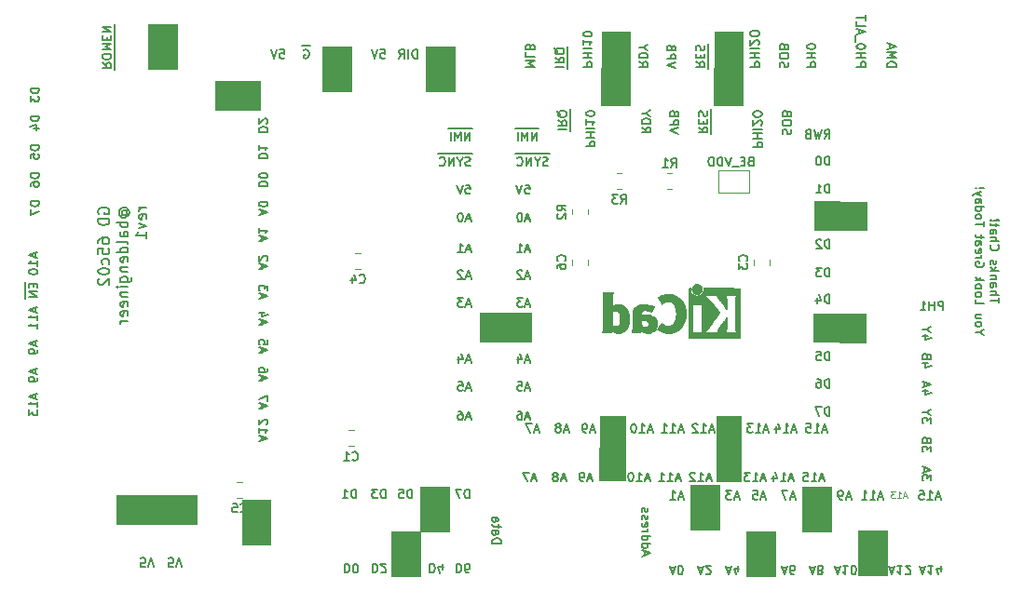
<source format=gbr>
%TF.GenerationSoftware,KiCad,Pcbnew,(5.1.10)-1*%
%TF.CreationDate,2021-06-15T10:47:19-05:00*%
%TF.ProjectId,gd 6502 proto pcb,67642036-3530-4322-9070-726f746f2070,rev?*%
%TF.SameCoordinates,Original*%
%TF.FileFunction,Legend,Bot*%
%TF.FilePolarity,Positive*%
%FSLAX46Y46*%
G04 Gerber Fmt 4.6, Leading zero omitted, Abs format (unit mm)*
G04 Created by KiCad (PCBNEW (5.1.10)-1) date 2021-06-15 10:47:19*
%MOMM*%
%LPD*%
G01*
G04 APERTURE LIST*
%ADD10C,0.150000*%
%ADD11C,0.200000*%
%ADD12C,0.100000*%
%ADD13C,0.010000*%
%ADD14C,0.120000*%
G04 APERTURE END LIST*
D10*
X222347095Y-88899523D02*
X222347095Y-88442380D01*
X221547095Y-88670952D02*
X222347095Y-88670952D01*
X221547095Y-88175714D02*
X222347095Y-88175714D01*
X221547095Y-87832857D02*
X221966142Y-87832857D01*
X222042333Y-87870952D01*
X222080428Y-87947142D01*
X222080428Y-88061428D01*
X222042333Y-88137619D01*
X222004238Y-88175714D01*
X221547095Y-87109047D02*
X221966142Y-87109047D01*
X222042333Y-87147142D01*
X222080428Y-87223333D01*
X222080428Y-87375714D01*
X222042333Y-87451904D01*
X221585190Y-87109047D02*
X221547095Y-87185238D01*
X221547095Y-87375714D01*
X221585190Y-87451904D01*
X221661380Y-87490000D01*
X221737571Y-87490000D01*
X221813761Y-87451904D01*
X221851857Y-87375714D01*
X221851857Y-87185238D01*
X221889952Y-87109047D01*
X222080428Y-86728095D02*
X221547095Y-86728095D01*
X222004238Y-86728095D02*
X222042333Y-86690000D01*
X222080428Y-86613809D01*
X222080428Y-86499523D01*
X222042333Y-86423333D01*
X221966142Y-86385238D01*
X221547095Y-86385238D01*
X221547095Y-86004285D02*
X222347095Y-86004285D01*
X221851857Y-85928095D02*
X221547095Y-85699523D01*
X222080428Y-85699523D02*
X221775666Y-86004285D01*
X221585190Y-85394761D02*
X221547095Y-85318571D01*
X221547095Y-85166190D01*
X221585190Y-85090000D01*
X221661380Y-85051904D01*
X221699476Y-85051904D01*
X221775666Y-85090000D01*
X221813761Y-85166190D01*
X221813761Y-85280476D01*
X221851857Y-85356666D01*
X221928047Y-85394761D01*
X221966142Y-85394761D01*
X222042333Y-85356666D01*
X222080428Y-85280476D01*
X222080428Y-85166190D01*
X222042333Y-85090000D01*
X221623285Y-83642380D02*
X221585190Y-83680476D01*
X221547095Y-83794761D01*
X221547095Y-83870952D01*
X221585190Y-83985238D01*
X221661380Y-84061428D01*
X221737571Y-84099523D01*
X221889952Y-84137619D01*
X222004238Y-84137619D01*
X222156619Y-84099523D01*
X222232809Y-84061428D01*
X222309000Y-83985238D01*
X222347095Y-83870952D01*
X222347095Y-83794761D01*
X222309000Y-83680476D01*
X222270904Y-83642380D01*
X221547095Y-83299523D02*
X222347095Y-83299523D01*
X221547095Y-82956666D02*
X221966142Y-82956666D01*
X222042333Y-82994761D01*
X222080428Y-83070952D01*
X222080428Y-83185238D01*
X222042333Y-83261428D01*
X222004238Y-83299523D01*
X221547095Y-82232857D02*
X221966142Y-82232857D01*
X222042333Y-82270952D01*
X222080428Y-82347142D01*
X222080428Y-82499523D01*
X222042333Y-82575714D01*
X221585190Y-82232857D02*
X221547095Y-82309047D01*
X221547095Y-82499523D01*
X221585190Y-82575714D01*
X221661380Y-82613809D01*
X221737571Y-82613809D01*
X221813761Y-82575714D01*
X221851857Y-82499523D01*
X221851857Y-82309047D01*
X221889952Y-82232857D01*
X222080428Y-81966190D02*
X222080428Y-81661428D01*
X222347095Y-81851904D02*
X221661380Y-81851904D01*
X221585190Y-81813809D01*
X221547095Y-81737619D01*
X221547095Y-81661428D01*
X221623285Y-81394761D02*
X221585190Y-81356666D01*
X221547095Y-81394761D01*
X221585190Y-81432857D01*
X221623285Y-81394761D01*
X221547095Y-81394761D01*
X221851857Y-81394761D02*
X222309000Y-81432857D01*
X222347095Y-81394761D01*
X222309000Y-81356666D01*
X221851857Y-81394761D01*
X222347095Y-81394761D01*
X220578047Y-91566190D02*
X220197095Y-91566190D01*
X220997095Y-91832857D02*
X220578047Y-91566190D01*
X220997095Y-91299523D01*
X220197095Y-90918571D02*
X220235190Y-90994761D01*
X220273285Y-91032857D01*
X220349476Y-91070952D01*
X220578047Y-91070952D01*
X220654238Y-91032857D01*
X220692333Y-90994761D01*
X220730428Y-90918571D01*
X220730428Y-90804285D01*
X220692333Y-90728095D01*
X220654238Y-90690000D01*
X220578047Y-90651904D01*
X220349476Y-90651904D01*
X220273285Y-90690000D01*
X220235190Y-90728095D01*
X220197095Y-90804285D01*
X220197095Y-90918571D01*
X220730428Y-89966190D02*
X220197095Y-89966190D01*
X220730428Y-90309047D02*
X220311380Y-90309047D01*
X220235190Y-90270952D01*
X220197095Y-90194761D01*
X220197095Y-90080476D01*
X220235190Y-90004285D01*
X220273285Y-89966190D01*
X220197095Y-88594761D02*
X220197095Y-88975714D01*
X220997095Y-88975714D01*
X220197095Y-88213809D02*
X220235190Y-88290000D01*
X220273285Y-88328095D01*
X220349476Y-88366190D01*
X220578047Y-88366190D01*
X220654238Y-88328095D01*
X220692333Y-88290000D01*
X220730428Y-88213809D01*
X220730428Y-88099523D01*
X220692333Y-88023333D01*
X220654238Y-87985238D01*
X220578047Y-87947142D01*
X220349476Y-87947142D01*
X220273285Y-87985238D01*
X220235190Y-88023333D01*
X220197095Y-88099523D01*
X220197095Y-88213809D01*
X220197095Y-87490000D02*
X220235190Y-87566190D01*
X220273285Y-87604285D01*
X220349476Y-87642380D01*
X220578047Y-87642380D01*
X220654238Y-87604285D01*
X220692333Y-87566190D01*
X220730428Y-87490000D01*
X220730428Y-87375714D01*
X220692333Y-87299523D01*
X220654238Y-87261428D01*
X220578047Y-87223333D01*
X220349476Y-87223333D01*
X220273285Y-87261428D01*
X220235190Y-87299523D01*
X220197095Y-87375714D01*
X220197095Y-87490000D01*
X220197095Y-86880476D02*
X220997095Y-86880476D01*
X220501857Y-86804285D02*
X220197095Y-86575714D01*
X220730428Y-86575714D02*
X220425666Y-86880476D01*
X220959000Y-85204285D02*
X220997095Y-85280476D01*
X220997095Y-85394761D01*
X220959000Y-85509047D01*
X220882809Y-85585238D01*
X220806619Y-85623333D01*
X220654238Y-85661428D01*
X220539952Y-85661428D01*
X220387571Y-85623333D01*
X220311380Y-85585238D01*
X220235190Y-85509047D01*
X220197095Y-85394761D01*
X220197095Y-85318571D01*
X220235190Y-85204285D01*
X220273285Y-85166190D01*
X220539952Y-85166190D01*
X220539952Y-85318571D01*
X220197095Y-84823333D02*
X220730428Y-84823333D01*
X220578047Y-84823333D02*
X220654238Y-84785238D01*
X220692333Y-84747142D01*
X220730428Y-84670952D01*
X220730428Y-84594761D01*
X220235190Y-84023333D02*
X220197095Y-84099523D01*
X220197095Y-84251904D01*
X220235190Y-84328095D01*
X220311380Y-84366190D01*
X220616142Y-84366190D01*
X220692333Y-84328095D01*
X220730428Y-84251904D01*
X220730428Y-84099523D01*
X220692333Y-84023333D01*
X220616142Y-83985238D01*
X220539952Y-83985238D01*
X220463761Y-84366190D01*
X220197095Y-83299523D02*
X220616142Y-83299523D01*
X220692333Y-83337619D01*
X220730428Y-83413809D01*
X220730428Y-83566190D01*
X220692333Y-83642380D01*
X220235190Y-83299523D02*
X220197095Y-83375714D01*
X220197095Y-83566190D01*
X220235190Y-83642380D01*
X220311380Y-83680476D01*
X220387571Y-83680476D01*
X220463761Y-83642380D01*
X220501857Y-83566190D01*
X220501857Y-83375714D01*
X220539952Y-83299523D01*
X220730428Y-83032857D02*
X220730428Y-82728095D01*
X220997095Y-82918571D02*
X220311380Y-82918571D01*
X220235190Y-82880476D01*
X220197095Y-82804285D01*
X220197095Y-82728095D01*
X220997095Y-81966190D02*
X220997095Y-81509047D01*
X220197095Y-81737619D02*
X220997095Y-81737619D01*
X220197095Y-81128095D02*
X220235190Y-81204285D01*
X220273285Y-81242380D01*
X220349476Y-81280476D01*
X220578047Y-81280476D01*
X220654238Y-81242380D01*
X220692333Y-81204285D01*
X220730428Y-81128095D01*
X220730428Y-81013809D01*
X220692333Y-80937619D01*
X220654238Y-80899523D01*
X220578047Y-80861428D01*
X220349476Y-80861428D01*
X220273285Y-80899523D01*
X220235190Y-80937619D01*
X220197095Y-81013809D01*
X220197095Y-81128095D01*
X220197095Y-80175714D02*
X220997095Y-80175714D01*
X220235190Y-80175714D02*
X220197095Y-80251904D01*
X220197095Y-80404285D01*
X220235190Y-80480476D01*
X220273285Y-80518571D01*
X220349476Y-80556666D01*
X220578047Y-80556666D01*
X220654238Y-80518571D01*
X220692333Y-80480476D01*
X220730428Y-80404285D01*
X220730428Y-80251904D01*
X220692333Y-80175714D01*
X220197095Y-79451904D02*
X220616142Y-79451904D01*
X220692333Y-79490000D01*
X220730428Y-79566190D01*
X220730428Y-79718571D01*
X220692333Y-79794761D01*
X220235190Y-79451904D02*
X220197095Y-79528095D01*
X220197095Y-79718571D01*
X220235190Y-79794761D01*
X220311380Y-79832857D01*
X220387571Y-79832857D01*
X220463761Y-79794761D01*
X220501857Y-79718571D01*
X220501857Y-79528095D01*
X220539952Y-79451904D01*
X220730428Y-79147142D02*
X220197095Y-78956666D01*
X220730428Y-78766190D02*
X220197095Y-78956666D01*
X220006619Y-79032857D01*
X219968523Y-79070952D01*
X219930428Y-79147142D01*
X220273285Y-78461428D02*
X220235190Y-78423333D01*
X220197095Y-78461428D01*
X220235190Y-78499523D01*
X220273285Y-78461428D01*
X220197095Y-78461428D01*
X220501857Y-78461428D02*
X220959000Y-78499523D01*
X220997095Y-78461428D01*
X220959000Y-78423333D01*
X220501857Y-78461428D01*
X220997095Y-78461428D01*
D11*
X140527562Y-80800304D02*
X140479942Y-80705066D01*
X140479942Y-80562209D01*
X140527562Y-80419352D01*
X140622800Y-80324114D01*
X140718038Y-80276495D01*
X140908514Y-80228876D01*
X141051371Y-80228876D01*
X141241847Y-80276495D01*
X141337085Y-80324114D01*
X141432323Y-80419352D01*
X141479942Y-80562209D01*
X141479942Y-80657447D01*
X141432323Y-80800304D01*
X141384704Y-80847923D01*
X141051371Y-80847923D01*
X141051371Y-80657447D01*
X141479942Y-81276495D02*
X140479942Y-81276495D01*
X140479942Y-81514590D01*
X140527562Y-81657447D01*
X140622800Y-81752685D01*
X140718038Y-81800304D01*
X140908514Y-81847923D01*
X141051371Y-81847923D01*
X141241847Y-81800304D01*
X141337085Y-81752685D01*
X141432323Y-81657447D01*
X141479942Y-81514590D01*
X141479942Y-81276495D01*
X140479942Y-83466971D02*
X140479942Y-83276495D01*
X140527562Y-83181257D01*
X140575181Y-83133638D01*
X140718038Y-83038400D01*
X140908514Y-82990780D01*
X141289466Y-82990780D01*
X141384704Y-83038400D01*
X141432323Y-83086019D01*
X141479942Y-83181257D01*
X141479942Y-83371733D01*
X141432323Y-83466971D01*
X141384704Y-83514590D01*
X141289466Y-83562209D01*
X141051371Y-83562209D01*
X140956133Y-83514590D01*
X140908514Y-83466971D01*
X140860895Y-83371733D01*
X140860895Y-83181257D01*
X140908514Y-83086019D01*
X140956133Y-83038400D01*
X141051371Y-82990780D01*
X140479942Y-84466971D02*
X140479942Y-83990780D01*
X140956133Y-83943161D01*
X140908514Y-83990780D01*
X140860895Y-84086019D01*
X140860895Y-84324114D01*
X140908514Y-84419352D01*
X140956133Y-84466971D01*
X141051371Y-84514590D01*
X141289466Y-84514590D01*
X141384704Y-84466971D01*
X141432323Y-84419352D01*
X141479942Y-84324114D01*
X141479942Y-84086019D01*
X141432323Y-83990780D01*
X141384704Y-83943161D01*
X141432323Y-85371733D02*
X141479942Y-85276495D01*
X141479942Y-85086019D01*
X141432323Y-84990780D01*
X141384704Y-84943161D01*
X141289466Y-84895542D01*
X141003752Y-84895542D01*
X140908514Y-84943161D01*
X140860895Y-84990780D01*
X140813276Y-85086019D01*
X140813276Y-85276495D01*
X140860895Y-85371733D01*
X140479942Y-85990780D02*
X140479942Y-86086019D01*
X140527562Y-86181257D01*
X140575181Y-86228876D01*
X140670419Y-86276495D01*
X140860895Y-86324114D01*
X141098990Y-86324114D01*
X141289466Y-86276495D01*
X141384704Y-86228876D01*
X141432323Y-86181257D01*
X141479942Y-86086019D01*
X141479942Y-85990780D01*
X141432323Y-85895542D01*
X141384704Y-85847923D01*
X141289466Y-85800304D01*
X141098990Y-85752685D01*
X140860895Y-85752685D01*
X140670419Y-85800304D01*
X140575181Y-85847923D01*
X140527562Y-85895542D01*
X140479942Y-85990780D01*
X140575181Y-86705066D02*
X140527562Y-86752685D01*
X140479942Y-86847923D01*
X140479942Y-87086019D01*
X140527562Y-87181257D01*
X140575181Y-87228876D01*
X140670419Y-87276495D01*
X140765657Y-87276495D01*
X140908514Y-87228876D01*
X141479942Y-86657447D01*
X141479942Y-87276495D01*
X142703752Y-80895542D02*
X142656133Y-80847923D01*
X142608514Y-80752685D01*
X142608514Y-80657447D01*
X142656133Y-80562209D01*
X142703752Y-80514590D01*
X142798990Y-80466971D01*
X142894228Y-80466971D01*
X142989466Y-80514590D01*
X143037085Y-80562209D01*
X143084704Y-80657447D01*
X143084704Y-80752685D01*
X143037085Y-80847923D01*
X142989466Y-80895542D01*
X142608514Y-80895542D02*
X142989466Y-80895542D01*
X143037085Y-80943161D01*
X143037085Y-80990780D01*
X142989466Y-81086019D01*
X142894228Y-81133638D01*
X142656133Y-81133638D01*
X142513276Y-81038400D01*
X142418038Y-80895542D01*
X142370419Y-80705066D01*
X142418038Y-80514590D01*
X142513276Y-80371733D01*
X142656133Y-80276495D01*
X142846609Y-80228876D01*
X143037085Y-80276495D01*
X143179942Y-80371733D01*
X143275181Y-80514590D01*
X143322800Y-80705066D01*
X143275181Y-80895542D01*
X143179942Y-81038400D01*
X143179942Y-81562209D02*
X142179942Y-81562209D01*
X142560895Y-81562209D02*
X142513276Y-81657447D01*
X142513276Y-81847923D01*
X142560895Y-81943161D01*
X142608514Y-81990780D01*
X142703752Y-82038400D01*
X142989466Y-82038400D01*
X143084704Y-81990780D01*
X143132323Y-81943161D01*
X143179942Y-81847923D01*
X143179942Y-81657447D01*
X143132323Y-81562209D01*
X143179942Y-82895542D02*
X142656133Y-82895542D01*
X142560895Y-82847923D01*
X142513276Y-82752685D01*
X142513276Y-82562209D01*
X142560895Y-82466971D01*
X143132323Y-82895542D02*
X143179942Y-82800304D01*
X143179942Y-82562209D01*
X143132323Y-82466971D01*
X143037085Y-82419352D01*
X142941847Y-82419352D01*
X142846609Y-82466971D01*
X142798990Y-82562209D01*
X142798990Y-82800304D01*
X142751371Y-82895542D01*
X143179942Y-83514590D02*
X143132323Y-83419352D01*
X143037085Y-83371733D01*
X142179942Y-83371733D01*
X143179942Y-84324114D02*
X142179942Y-84324114D01*
X143132323Y-84324114D02*
X143179942Y-84228876D01*
X143179942Y-84038400D01*
X143132323Y-83943161D01*
X143084704Y-83895542D01*
X142989466Y-83847923D01*
X142703752Y-83847923D01*
X142608514Y-83895542D01*
X142560895Y-83943161D01*
X142513276Y-84038400D01*
X142513276Y-84228876D01*
X142560895Y-84324114D01*
X143132323Y-85181257D02*
X143179942Y-85086019D01*
X143179942Y-84895542D01*
X143132323Y-84800304D01*
X143037085Y-84752685D01*
X142656133Y-84752685D01*
X142560895Y-84800304D01*
X142513276Y-84895542D01*
X142513276Y-85086019D01*
X142560895Y-85181257D01*
X142656133Y-85228876D01*
X142751371Y-85228876D01*
X142846609Y-84752685D01*
X142513276Y-85657447D02*
X143179942Y-85657447D01*
X142608514Y-85657447D02*
X142560895Y-85705066D01*
X142513276Y-85800304D01*
X142513276Y-85943161D01*
X142560895Y-86038400D01*
X142656133Y-86086019D01*
X143179942Y-86086019D01*
X142513276Y-86990780D02*
X143322800Y-86990780D01*
X143418038Y-86943161D01*
X143465657Y-86895542D01*
X143513276Y-86800304D01*
X143513276Y-86657447D01*
X143465657Y-86562209D01*
X143132323Y-86990780D02*
X143179942Y-86895542D01*
X143179942Y-86705066D01*
X143132323Y-86609828D01*
X143084704Y-86562209D01*
X142989466Y-86514590D01*
X142703752Y-86514590D01*
X142608514Y-86562209D01*
X142560895Y-86609828D01*
X142513276Y-86705066D01*
X142513276Y-86895542D01*
X142560895Y-86990780D01*
X143179942Y-87466971D02*
X142513276Y-87466971D01*
X142179942Y-87466971D02*
X142227562Y-87419352D01*
X142275181Y-87466971D01*
X142227562Y-87514590D01*
X142179942Y-87466971D01*
X142275181Y-87466971D01*
X142513276Y-87943161D02*
X143179942Y-87943161D01*
X142608514Y-87943161D02*
X142560895Y-87990780D01*
X142513276Y-88086019D01*
X142513276Y-88228876D01*
X142560895Y-88324114D01*
X142656133Y-88371733D01*
X143179942Y-88371733D01*
X143132323Y-89228876D02*
X143179942Y-89133638D01*
X143179942Y-88943161D01*
X143132323Y-88847923D01*
X143037085Y-88800304D01*
X142656133Y-88800304D01*
X142560895Y-88847923D01*
X142513276Y-88943161D01*
X142513276Y-89133638D01*
X142560895Y-89228876D01*
X142656133Y-89276495D01*
X142751371Y-89276495D01*
X142846609Y-88800304D01*
X143132323Y-90086019D02*
X143179942Y-89990780D01*
X143179942Y-89800304D01*
X143132323Y-89705066D01*
X143037085Y-89657447D01*
X142656133Y-89657447D01*
X142560895Y-89705066D01*
X142513276Y-89800304D01*
X142513276Y-89990780D01*
X142560895Y-90086019D01*
X142656133Y-90133638D01*
X142751371Y-90133638D01*
X142846609Y-89657447D01*
X143179942Y-90562209D02*
X142513276Y-90562209D01*
X142703752Y-90562209D02*
X142608514Y-90609828D01*
X142560895Y-90657447D01*
X142513276Y-90752685D01*
X142513276Y-90847923D01*
X144879942Y-80276495D02*
X144213276Y-80276495D01*
X144403752Y-80276495D02*
X144308514Y-80324114D01*
X144260895Y-80371733D01*
X144213276Y-80466971D01*
X144213276Y-80562209D01*
X144832323Y-81276495D02*
X144879942Y-81181257D01*
X144879942Y-80990780D01*
X144832323Y-80895542D01*
X144737085Y-80847923D01*
X144356133Y-80847923D01*
X144260895Y-80895542D01*
X144213276Y-80990780D01*
X144213276Y-81181257D01*
X144260895Y-81276495D01*
X144356133Y-81324114D01*
X144451371Y-81324114D01*
X144546609Y-80847923D01*
X144213276Y-81657447D02*
X144879942Y-81895542D01*
X144213276Y-82133638D01*
X144879942Y-83038400D02*
X144879942Y-82466971D01*
X144879942Y-82752685D02*
X143879942Y-82752685D01*
X144022800Y-82657447D01*
X144118038Y-82562209D01*
X144165657Y-82466971D01*
D10*
X147294619Y-112909295D02*
X146913666Y-112909295D01*
X146875571Y-112528342D01*
X146913666Y-112566438D01*
X146989857Y-112604533D01*
X147180333Y-112604533D01*
X147256523Y-112566438D01*
X147294619Y-112528342D01*
X147332714Y-112452152D01*
X147332714Y-112261676D01*
X147294619Y-112185485D01*
X147256523Y-112147390D01*
X147180333Y-112109295D01*
X146989857Y-112109295D01*
X146913666Y-112147390D01*
X146875571Y-112185485D01*
X147561285Y-112909295D02*
X147827952Y-112109295D01*
X148094619Y-112909295D01*
X144754619Y-112909295D02*
X144373666Y-112909295D01*
X144335571Y-112528342D01*
X144373666Y-112566438D01*
X144449857Y-112604533D01*
X144640333Y-112604533D01*
X144716523Y-112566438D01*
X144754619Y-112528342D01*
X144792714Y-112452152D01*
X144792714Y-112261676D01*
X144754619Y-112185485D01*
X144716523Y-112147390D01*
X144640333Y-112109295D01*
X144449857Y-112109295D01*
X144373666Y-112147390D01*
X144335571Y-112185485D01*
X145021285Y-112909295D02*
X145287952Y-112109295D01*
X145554619Y-112909295D01*
D12*
G36*
X156133800Y-110896400D02*
G01*
X153530300Y-110896400D01*
X153530300Y-106832400D01*
X156133800Y-106832400D01*
X156133800Y-110896400D01*
G37*
X156133800Y-110896400D02*
X153530300Y-110896400D01*
X153530300Y-106832400D01*
X156133800Y-106832400D01*
X156133800Y-110896400D01*
G36*
X179832000Y-89827100D02*
G01*
X179832000Y-92430600D01*
X175133000Y-92411550D01*
X175133000Y-89808050D01*
X179832000Y-89827100D01*
G37*
X179832000Y-89827100D02*
X179832000Y-92430600D01*
X175133000Y-92411550D01*
X175133000Y-89808050D01*
X179832000Y-89827100D01*
G36*
X188366400Y-99212400D02*
G01*
X188402913Y-105054400D01*
X185993088Y-105054400D01*
X186042300Y-99187000D01*
X188366400Y-99212400D01*
G37*
X188366400Y-99212400D02*
X188402913Y-105054400D01*
X185993088Y-105054400D01*
X186042300Y-99187000D01*
X188366400Y-99212400D01*
G36*
X198907400Y-105156000D02*
G01*
X196697600Y-105105200D01*
X196634100Y-99187000D01*
X198882000Y-99187000D01*
X198907400Y-105156000D01*
G37*
X198907400Y-105156000D02*
X196697600Y-105105200D01*
X196634100Y-99187000D01*
X198882000Y-99187000D01*
X198907400Y-105156000D01*
G36*
X210210400Y-89877900D02*
G01*
X210210400Y-92481400D01*
X205511400Y-92462350D01*
X205511400Y-89858850D01*
X210210400Y-89877900D01*
G37*
X210210400Y-89877900D02*
X210210400Y-92481400D01*
X205511400Y-92462350D01*
X205511400Y-89858850D01*
X210210400Y-89877900D01*
G36*
X210261200Y-79692500D02*
G01*
X210261200Y-82296000D01*
X205562200Y-82276950D01*
X205562200Y-79673450D01*
X210261200Y-79692500D01*
G37*
X210261200Y-79692500D02*
X210261200Y-82296000D01*
X205562200Y-82276950D01*
X205562200Y-79673450D01*
X210261200Y-79692500D01*
G36*
X199040750Y-70916800D02*
G01*
X196437250Y-70916800D01*
X196456300Y-64262000D01*
X199059800Y-64262000D01*
X199040750Y-70916800D01*
G37*
X199040750Y-70916800D02*
X196437250Y-70916800D01*
X196456300Y-64262000D01*
X199059800Y-64262000D01*
X199040750Y-70916800D01*
G36*
X188804550Y-70891400D02*
G01*
X186201050Y-70891400D01*
X186220100Y-64236600D01*
X188823600Y-64236600D01*
X188804550Y-70891400D01*
G37*
X188804550Y-70891400D02*
X186201050Y-70891400D01*
X186220100Y-64236600D01*
X188823600Y-64236600D01*
X188804550Y-70891400D01*
G36*
X172859700Y-69697600D02*
G01*
X170256200Y-69697600D01*
X170275250Y-65608200D01*
X172878750Y-65608200D01*
X172859700Y-69697600D01*
G37*
X172859700Y-69697600D02*
X170256200Y-69697600D01*
X170275250Y-65608200D01*
X172878750Y-65608200D01*
X172859700Y-69697600D01*
G36*
X163436300Y-69646800D02*
G01*
X160832800Y-69646800D01*
X160851850Y-65557400D01*
X163455350Y-65557400D01*
X163436300Y-69646800D01*
G37*
X163436300Y-69646800D02*
X160832800Y-69646800D01*
X160851850Y-65557400D01*
X163455350Y-65557400D01*
X163436300Y-69646800D01*
G36*
X147612100Y-67640200D02*
G01*
X145008600Y-67640200D01*
X145027650Y-63550800D01*
X147631150Y-63550800D01*
X147612100Y-67640200D01*
G37*
X147612100Y-67640200D02*
X145008600Y-67640200D01*
X145027650Y-63550800D01*
X147631150Y-63550800D01*
X147612100Y-67640200D01*
G36*
X155168600Y-68726050D02*
G01*
X155168600Y-71329550D01*
X151079200Y-71310500D01*
X151079200Y-68707000D01*
X155168600Y-68726050D01*
G37*
X155168600Y-68726050D02*
X155168600Y-71329550D01*
X151079200Y-71310500D01*
X151079200Y-68707000D01*
X155168600Y-68726050D01*
G36*
X149415500Y-109029500D02*
G01*
X145351500Y-109029500D01*
X145351500Y-106426000D01*
X149415500Y-106426000D01*
X149415500Y-109029500D01*
G37*
X149415500Y-109029500D02*
X145351500Y-109029500D01*
X145351500Y-106426000D01*
X149415500Y-106426000D01*
X149415500Y-109029500D01*
G36*
X146177000Y-109029500D02*
G01*
X142113000Y-109029500D01*
X142113000Y-106426000D01*
X146177000Y-106426000D01*
X146177000Y-109029500D01*
G37*
X146177000Y-109029500D02*
X142113000Y-109029500D01*
X142113000Y-106426000D01*
X146177000Y-106426000D01*
X146177000Y-109029500D01*
G36*
X172339000Y-109664500D02*
G01*
X169735500Y-109664500D01*
X169735500Y-105600500D01*
X172339000Y-105600500D01*
X172339000Y-109664500D01*
G37*
X172339000Y-109664500D02*
X169735500Y-109664500D01*
X169735500Y-105600500D01*
X172339000Y-105600500D01*
X172339000Y-109664500D01*
G36*
X169735500Y-113728500D02*
G01*
X167132000Y-113728500D01*
X167132000Y-109664500D01*
X169735500Y-109664500D01*
X169735500Y-113728500D01*
G37*
X169735500Y-113728500D02*
X167132000Y-113728500D01*
X167132000Y-109664500D01*
X169735500Y-109664500D01*
X169735500Y-113728500D01*
G36*
X196913500Y-109537500D02*
G01*
X194310000Y-109537500D01*
X194310000Y-105473500D01*
X196913500Y-105473500D01*
X196913500Y-109537500D01*
G37*
X196913500Y-109537500D02*
X194310000Y-109537500D01*
X194310000Y-105473500D01*
X196913500Y-105473500D01*
X196913500Y-109537500D01*
G36*
X207073500Y-109664500D02*
G01*
X204470000Y-109664500D01*
X204470000Y-105600500D01*
X207073500Y-105600500D01*
X207073500Y-109664500D01*
G37*
X207073500Y-109664500D02*
X204470000Y-109664500D01*
X204470000Y-105600500D01*
X207073500Y-105600500D01*
X207073500Y-109664500D01*
G36*
X212153500Y-113665000D02*
G01*
X209550000Y-113665000D01*
X209550000Y-109601000D01*
X212153500Y-109601000D01*
X212153500Y-113665000D01*
G37*
X212153500Y-113665000D02*
X209550000Y-113665000D01*
X209550000Y-109601000D01*
X212153500Y-109601000D01*
X212153500Y-113665000D01*
G36*
X201993500Y-113792000D02*
G01*
X199390000Y-113792000D01*
X199390000Y-109728000D01*
X201993500Y-109728000D01*
X201993500Y-113792000D01*
G37*
X201993500Y-113792000D02*
X199390000Y-113792000D01*
X199390000Y-109728000D01*
X201993500Y-109728000D01*
X201993500Y-113792000D01*
D10*
X155314666Y-88455428D02*
X155314666Y-88074476D01*
X155086095Y-88531619D02*
X155886095Y-88264952D01*
X155086095Y-87998285D01*
X155886095Y-87807809D02*
X155886095Y-87312571D01*
X155581333Y-87579238D01*
X155581333Y-87464952D01*
X155543238Y-87388761D01*
X155505142Y-87350666D01*
X155428952Y-87312571D01*
X155238476Y-87312571D01*
X155162285Y-87350666D01*
X155124190Y-87388761D01*
X155086095Y-87464952D01*
X155086095Y-87693523D01*
X155124190Y-87769714D01*
X155162285Y-87807809D01*
X155314666Y-83248428D02*
X155314666Y-82867476D01*
X155086095Y-83324619D02*
X155886095Y-83057952D01*
X155086095Y-82791285D01*
X155086095Y-82105571D02*
X155086095Y-82562714D01*
X155086095Y-82334142D02*
X155886095Y-82334142D01*
X155771809Y-82410333D01*
X155695619Y-82486523D01*
X155657523Y-82562714D01*
X155314666Y-93408428D02*
X155314666Y-93027476D01*
X155086095Y-93484619D02*
X155886095Y-93217952D01*
X155086095Y-92951285D01*
X155886095Y-92303666D02*
X155886095Y-92684619D01*
X155505142Y-92722714D01*
X155543238Y-92684619D01*
X155581333Y-92608428D01*
X155581333Y-92417952D01*
X155543238Y-92341761D01*
X155505142Y-92303666D01*
X155428952Y-92265571D01*
X155238476Y-92265571D01*
X155162285Y-92303666D01*
X155124190Y-92341761D01*
X155086095Y-92417952D01*
X155086095Y-92608428D01*
X155124190Y-92684619D01*
X155162285Y-92722714D01*
X155314666Y-101409380D02*
X155314666Y-101028428D01*
X155086095Y-101485571D02*
X155886095Y-101218904D01*
X155086095Y-100952238D01*
X155086095Y-100266523D02*
X155086095Y-100723666D01*
X155086095Y-100495095D02*
X155886095Y-100495095D01*
X155771809Y-100571285D01*
X155695619Y-100647476D01*
X155657523Y-100723666D01*
X155809904Y-99961761D02*
X155848000Y-99923666D01*
X155886095Y-99847476D01*
X155886095Y-99657000D01*
X155848000Y-99580809D01*
X155809904Y-99542714D01*
X155733714Y-99504619D01*
X155657523Y-99504619D01*
X155543238Y-99542714D01*
X155086095Y-99999857D01*
X155086095Y-99504619D01*
X155086095Y-78314476D02*
X155886095Y-78314476D01*
X155886095Y-78124000D01*
X155848000Y-78009714D01*
X155771809Y-77933523D01*
X155695619Y-77895428D01*
X155543238Y-77857333D01*
X155428952Y-77857333D01*
X155276571Y-77895428D01*
X155200380Y-77933523D01*
X155124190Y-78009714D01*
X155086095Y-78124000D01*
X155086095Y-78314476D01*
X155886095Y-77362095D02*
X155886095Y-77285904D01*
X155848000Y-77209714D01*
X155809904Y-77171619D01*
X155733714Y-77133523D01*
X155581333Y-77095428D01*
X155390857Y-77095428D01*
X155238476Y-77133523D01*
X155162285Y-77171619D01*
X155124190Y-77209714D01*
X155086095Y-77285904D01*
X155086095Y-77362095D01*
X155124190Y-77438285D01*
X155162285Y-77476380D01*
X155238476Y-77514476D01*
X155390857Y-77552571D01*
X155581333Y-77552571D01*
X155733714Y-77514476D01*
X155809904Y-77476380D01*
X155848000Y-77438285D01*
X155886095Y-77362095D01*
X155314666Y-80835428D02*
X155314666Y-80454476D01*
X155086095Y-80911619D02*
X155886095Y-80644952D01*
X155086095Y-80378285D01*
X155886095Y-79959238D02*
X155886095Y-79883047D01*
X155848000Y-79806857D01*
X155809904Y-79768761D01*
X155733714Y-79730666D01*
X155581333Y-79692571D01*
X155390857Y-79692571D01*
X155238476Y-79730666D01*
X155162285Y-79768761D01*
X155124190Y-79806857D01*
X155086095Y-79883047D01*
X155086095Y-79959238D01*
X155124190Y-80035428D01*
X155162285Y-80073523D01*
X155238476Y-80111619D01*
X155390857Y-80149714D01*
X155581333Y-80149714D01*
X155733714Y-80111619D01*
X155809904Y-80073523D01*
X155848000Y-80035428D01*
X155886095Y-79959238D01*
X155086095Y-73361476D02*
X155886095Y-73361476D01*
X155886095Y-73171000D01*
X155848000Y-73056714D01*
X155771809Y-72980523D01*
X155695619Y-72942428D01*
X155543238Y-72904333D01*
X155428952Y-72904333D01*
X155276571Y-72942428D01*
X155200380Y-72980523D01*
X155124190Y-73056714D01*
X155086095Y-73171000D01*
X155086095Y-73361476D01*
X155809904Y-72599571D02*
X155848000Y-72561476D01*
X155886095Y-72485285D01*
X155886095Y-72294809D01*
X155848000Y-72218619D01*
X155809904Y-72180523D01*
X155733714Y-72142428D01*
X155657523Y-72142428D01*
X155543238Y-72180523D01*
X155086095Y-72637666D01*
X155086095Y-72142428D01*
X155314666Y-98488428D02*
X155314666Y-98107476D01*
X155086095Y-98564619D02*
X155886095Y-98297952D01*
X155086095Y-98031285D01*
X155886095Y-97840809D02*
X155886095Y-97307476D01*
X155086095Y-97650333D01*
X155314666Y-90868428D02*
X155314666Y-90487476D01*
X155086095Y-90944619D02*
X155886095Y-90677952D01*
X155086095Y-90411285D01*
X155619428Y-89801761D02*
X155086095Y-89801761D01*
X155924190Y-89992238D02*
X155352761Y-90182714D01*
X155352761Y-89687476D01*
X155086095Y-75774476D02*
X155886095Y-75774476D01*
X155886095Y-75584000D01*
X155848000Y-75469714D01*
X155771809Y-75393523D01*
X155695619Y-75355428D01*
X155543238Y-75317333D01*
X155428952Y-75317333D01*
X155276571Y-75355428D01*
X155200380Y-75393523D01*
X155124190Y-75469714D01*
X155086095Y-75584000D01*
X155086095Y-75774476D01*
X155086095Y-74555428D02*
X155086095Y-75012571D01*
X155086095Y-74784000D02*
X155886095Y-74784000D01*
X155771809Y-74860190D01*
X155695619Y-74936380D01*
X155657523Y-75012571D01*
X155314666Y-85788428D02*
X155314666Y-85407476D01*
X155086095Y-85864619D02*
X155886095Y-85597952D01*
X155086095Y-85331285D01*
X155809904Y-85102714D02*
X155848000Y-85064619D01*
X155886095Y-84988428D01*
X155886095Y-84797952D01*
X155848000Y-84721761D01*
X155809904Y-84683666D01*
X155733714Y-84645571D01*
X155657523Y-84645571D01*
X155543238Y-84683666D01*
X155086095Y-85140809D01*
X155086095Y-84645571D01*
X155314666Y-95948428D02*
X155314666Y-95567476D01*
X155086095Y-96024619D02*
X155886095Y-95757952D01*
X155086095Y-95491285D01*
X155886095Y-94881761D02*
X155886095Y-95034142D01*
X155848000Y-95110333D01*
X155809904Y-95148428D01*
X155695619Y-95224619D01*
X155543238Y-95262714D01*
X155238476Y-95262714D01*
X155162285Y-95224619D01*
X155124190Y-95186523D01*
X155086095Y-95110333D01*
X155086095Y-94957952D01*
X155124190Y-94881761D01*
X155162285Y-94843666D01*
X155238476Y-94805571D01*
X155428952Y-94805571D01*
X155505142Y-94843666D01*
X155543238Y-94881761D01*
X155581333Y-94957952D01*
X155581333Y-95110333D01*
X155543238Y-95186523D01*
X155505142Y-95224619D01*
X155428952Y-95262714D01*
X174301095Y-81286333D02*
X173920143Y-81286333D01*
X174377286Y-81514904D02*
X174110619Y-80714904D01*
X173843952Y-81514904D01*
X173424905Y-80714904D02*
X173348714Y-80714904D01*
X173272524Y-80753000D01*
X173234428Y-80791095D01*
X173196333Y-80867285D01*
X173158238Y-81019666D01*
X173158238Y-81210142D01*
X173196333Y-81362523D01*
X173234428Y-81438714D01*
X173272524Y-81476809D01*
X173348714Y-81514904D01*
X173424905Y-81514904D01*
X173501095Y-81476809D01*
X173539190Y-81438714D01*
X173577286Y-81362523D01*
X173615381Y-81210142D01*
X173615381Y-81019666D01*
X173577286Y-80867285D01*
X173539190Y-80791095D01*
X173501095Y-80753000D01*
X173424905Y-80714904D01*
X174301095Y-94113333D02*
X173920143Y-94113333D01*
X174377286Y-94341904D02*
X174110619Y-93541904D01*
X173843952Y-94341904D01*
X173234428Y-93808571D02*
X173234428Y-94341904D01*
X173424905Y-93503809D02*
X173615381Y-94075238D01*
X173120143Y-94075238D01*
X174453477Y-75302000D02*
X173691572Y-75302000D01*
X174301096Y-76396809D02*
X174186810Y-76434904D01*
X173996334Y-76434904D01*
X173920143Y-76396809D01*
X173882048Y-76358714D01*
X173843953Y-76282523D01*
X173843953Y-76206333D01*
X173882048Y-76130142D01*
X173920143Y-76092047D01*
X173996334Y-76053952D01*
X174148715Y-76015857D01*
X174224905Y-75977761D01*
X174263000Y-75939666D01*
X174301096Y-75863476D01*
X174301096Y-75787285D01*
X174263000Y-75711095D01*
X174224905Y-75673000D01*
X174148715Y-75634904D01*
X173958239Y-75634904D01*
X173843953Y-75673000D01*
X173691572Y-75302000D02*
X173005858Y-75302000D01*
X173348715Y-76053952D02*
X173348715Y-76434904D01*
X173615381Y-75634904D02*
X173348715Y-76053952D01*
X173082048Y-75634904D01*
X173005858Y-75302000D02*
X172167762Y-75302000D01*
X172815381Y-76434904D02*
X172815381Y-75634904D01*
X172358239Y-76434904D01*
X172358239Y-75634904D01*
X172167762Y-75302000D02*
X171367762Y-75302000D01*
X171520143Y-76358714D02*
X171558239Y-76396809D01*
X171672524Y-76434904D01*
X171748715Y-76434904D01*
X171863000Y-76396809D01*
X171939191Y-76320619D01*
X171977286Y-76244428D01*
X172015381Y-76092047D01*
X172015381Y-75977761D01*
X171977286Y-75825380D01*
X171939191Y-75749190D01*
X171863000Y-75673000D01*
X171748715Y-75634904D01*
X171672524Y-75634904D01*
X171558239Y-75673000D01*
X171520143Y-75711095D01*
X174301095Y-84080333D02*
X173920143Y-84080333D01*
X174377286Y-84308904D02*
X174110619Y-83508904D01*
X173843952Y-84308904D01*
X173158238Y-84308904D02*
X173615381Y-84308904D01*
X173386809Y-84308904D02*
X173386809Y-83508904D01*
X173463000Y-83623190D01*
X173539190Y-83699380D01*
X173615381Y-83737476D01*
X174301095Y-96653333D02*
X173920143Y-96653333D01*
X174377286Y-96881904D02*
X174110619Y-96081904D01*
X173843952Y-96881904D01*
X173196333Y-96081904D02*
X173577286Y-96081904D01*
X173615381Y-96462857D01*
X173577286Y-96424761D01*
X173501095Y-96386666D01*
X173310619Y-96386666D01*
X173234428Y-96424761D01*
X173196333Y-96462857D01*
X173158238Y-96539047D01*
X173158238Y-96729523D01*
X173196333Y-96805714D01*
X173234428Y-96843809D01*
X173310619Y-96881904D01*
X173501095Y-96881904D01*
X173577286Y-96843809D01*
X173615381Y-96805714D01*
X174453476Y-73016000D02*
X173615381Y-73016000D01*
X174263000Y-74148904D02*
X174263000Y-73348904D01*
X173805857Y-74148904D01*
X173805857Y-73348904D01*
X173615381Y-73016000D02*
X172701095Y-73016000D01*
X173424905Y-74148904D02*
X173424905Y-73348904D01*
X173158238Y-73920333D01*
X172891571Y-73348904D01*
X172891571Y-74148904D01*
X172701095Y-73016000D02*
X172320143Y-73016000D01*
X172510619Y-74148904D02*
X172510619Y-73348904D01*
X174301095Y-99320333D02*
X173920143Y-99320333D01*
X174377286Y-99548904D02*
X174110619Y-98748904D01*
X173843952Y-99548904D01*
X173234428Y-98748904D02*
X173386809Y-98748904D01*
X173463000Y-98787000D01*
X173501095Y-98825095D01*
X173577286Y-98939380D01*
X173615381Y-99091761D01*
X173615381Y-99396523D01*
X173577286Y-99472714D01*
X173539190Y-99510809D01*
X173463000Y-99548904D01*
X173310619Y-99548904D01*
X173234428Y-99510809D01*
X173196333Y-99472714D01*
X173158238Y-99396523D01*
X173158238Y-99206047D01*
X173196333Y-99129857D01*
X173234428Y-99091761D01*
X173310619Y-99053666D01*
X173463000Y-99053666D01*
X173539190Y-99091761D01*
X173577286Y-99129857D01*
X173615381Y-99206047D01*
X174301095Y-86493333D02*
X173920143Y-86493333D01*
X174377286Y-86721904D02*
X174110619Y-85921904D01*
X173843952Y-86721904D01*
X173615381Y-85998095D02*
X173577286Y-85960000D01*
X173501095Y-85921904D01*
X173310619Y-85921904D01*
X173234428Y-85960000D01*
X173196333Y-85998095D01*
X173158238Y-86074285D01*
X173158238Y-86150476D01*
X173196333Y-86264761D01*
X173653476Y-86721904D01*
X173158238Y-86721904D01*
X173882047Y-78174904D02*
X174263000Y-78174904D01*
X174301095Y-78555857D01*
X174263000Y-78517761D01*
X174186809Y-78479666D01*
X173996333Y-78479666D01*
X173920143Y-78517761D01*
X173882047Y-78555857D01*
X173843952Y-78632047D01*
X173843952Y-78822523D01*
X173882047Y-78898714D01*
X173920143Y-78936809D01*
X173996333Y-78974904D01*
X174186809Y-78974904D01*
X174263000Y-78936809D01*
X174301095Y-78898714D01*
X173615381Y-78174904D02*
X173348714Y-78974904D01*
X173082047Y-78174904D01*
X174301095Y-89033333D02*
X173920143Y-89033333D01*
X174377286Y-89261904D02*
X174110619Y-88461904D01*
X173843952Y-89261904D01*
X173653476Y-88461904D02*
X173158238Y-88461904D01*
X173424905Y-88766666D01*
X173310619Y-88766666D01*
X173234428Y-88804761D01*
X173196333Y-88842857D01*
X173158238Y-88919047D01*
X173158238Y-89109523D01*
X173196333Y-89185714D01*
X173234428Y-89223809D01*
X173310619Y-89261904D01*
X173539190Y-89261904D01*
X173615381Y-89223809D01*
X173653476Y-89185714D01*
X181488953Y-75302000D02*
X180727048Y-75302000D01*
X181336572Y-76396809D02*
X181222286Y-76434904D01*
X181031810Y-76434904D01*
X180955619Y-76396809D01*
X180917524Y-76358714D01*
X180879429Y-76282523D01*
X180879429Y-76206333D01*
X180917524Y-76130142D01*
X180955619Y-76092047D01*
X181031810Y-76053952D01*
X181184191Y-76015857D01*
X181260381Y-75977761D01*
X181298476Y-75939666D01*
X181336572Y-75863476D01*
X181336572Y-75787285D01*
X181298476Y-75711095D01*
X181260381Y-75673000D01*
X181184191Y-75634904D01*
X180993715Y-75634904D01*
X180879429Y-75673000D01*
X180727048Y-75302000D02*
X180041334Y-75302000D01*
X180384191Y-76053952D02*
X180384191Y-76434904D01*
X180650857Y-75634904D02*
X180384191Y-76053952D01*
X180117524Y-75634904D01*
X180041334Y-75302000D02*
X179203238Y-75302000D01*
X179850857Y-76434904D02*
X179850857Y-75634904D01*
X179393715Y-76434904D01*
X179393715Y-75634904D01*
X179203238Y-75302000D02*
X178403238Y-75302000D01*
X178555619Y-76358714D02*
X178593715Y-76396809D01*
X178708000Y-76434904D01*
X178784191Y-76434904D01*
X178898476Y-76396809D01*
X178974667Y-76320619D01*
X179012762Y-76244428D01*
X179050857Y-76092047D01*
X179050857Y-75977761D01*
X179012762Y-75825380D01*
X178974667Y-75749190D01*
X178898476Y-75673000D01*
X178784191Y-75634904D01*
X178708000Y-75634904D01*
X178593715Y-75673000D01*
X178555619Y-75711095D01*
X179698476Y-94113333D02*
X179317524Y-94113333D01*
X179774667Y-94341904D02*
X179508000Y-93541904D01*
X179241333Y-94341904D01*
X178631809Y-93808571D02*
X178631809Y-94341904D01*
X178822286Y-93503809D02*
X179012762Y-94075238D01*
X178517524Y-94075238D01*
X179698476Y-84080333D02*
X179317524Y-84080333D01*
X179774667Y-84308904D02*
X179508000Y-83508904D01*
X179241333Y-84308904D01*
X178555619Y-84308904D02*
X179012762Y-84308904D01*
X178784190Y-84308904D02*
X178784190Y-83508904D01*
X178860381Y-83623190D01*
X178936571Y-83699380D01*
X179012762Y-83737476D01*
X179698476Y-81286333D02*
X179317524Y-81286333D01*
X179774667Y-81514904D02*
X179508000Y-80714904D01*
X179241333Y-81514904D01*
X178822286Y-80714904D02*
X178746095Y-80714904D01*
X178669905Y-80753000D01*
X178631809Y-80791095D01*
X178593714Y-80867285D01*
X178555619Y-81019666D01*
X178555619Y-81210142D01*
X178593714Y-81362523D01*
X178631809Y-81438714D01*
X178669905Y-81476809D01*
X178746095Y-81514904D01*
X178822286Y-81514904D01*
X178898476Y-81476809D01*
X178936571Y-81438714D01*
X178974667Y-81362523D01*
X179012762Y-81210142D01*
X179012762Y-81019666D01*
X178974667Y-80867285D01*
X178936571Y-80791095D01*
X178898476Y-80753000D01*
X178822286Y-80714904D01*
X179698476Y-96653333D02*
X179317524Y-96653333D01*
X179774667Y-96881904D02*
X179508000Y-96081904D01*
X179241333Y-96881904D01*
X178593714Y-96081904D02*
X178974667Y-96081904D01*
X179012762Y-96462857D01*
X178974667Y-96424761D01*
X178898476Y-96386666D01*
X178708000Y-96386666D01*
X178631809Y-96424761D01*
X178593714Y-96462857D01*
X178555619Y-96539047D01*
X178555619Y-96729523D01*
X178593714Y-96805714D01*
X178631809Y-96843809D01*
X178708000Y-96881904D01*
X178898476Y-96881904D01*
X178974667Y-96843809D01*
X179012762Y-96805714D01*
X179279428Y-78174904D02*
X179660381Y-78174904D01*
X179698476Y-78555857D01*
X179660381Y-78517761D01*
X179584190Y-78479666D01*
X179393714Y-78479666D01*
X179317524Y-78517761D01*
X179279428Y-78555857D01*
X179241333Y-78632047D01*
X179241333Y-78822523D01*
X179279428Y-78898714D01*
X179317524Y-78936809D01*
X179393714Y-78974904D01*
X179584190Y-78974904D01*
X179660381Y-78936809D01*
X179698476Y-78898714D01*
X179012762Y-78174904D02*
X178746095Y-78974904D01*
X178479428Y-78174904D01*
X180536571Y-73016000D02*
X179698476Y-73016000D01*
X180346095Y-74148904D02*
X180346095Y-73348904D01*
X179888952Y-74148904D01*
X179888952Y-73348904D01*
X179698476Y-73016000D02*
X178784190Y-73016000D01*
X179508000Y-74148904D02*
X179508000Y-73348904D01*
X179241333Y-73920333D01*
X178974666Y-73348904D01*
X178974666Y-74148904D01*
X178784190Y-73016000D02*
X178403238Y-73016000D01*
X178593714Y-74148904D02*
X178593714Y-73348904D01*
X179698476Y-89033333D02*
X179317524Y-89033333D01*
X179774667Y-89261904D02*
X179508000Y-88461904D01*
X179241333Y-89261904D01*
X179050857Y-88461904D02*
X178555619Y-88461904D01*
X178822286Y-88766666D01*
X178708000Y-88766666D01*
X178631809Y-88804761D01*
X178593714Y-88842857D01*
X178555619Y-88919047D01*
X178555619Y-89109523D01*
X178593714Y-89185714D01*
X178631809Y-89223809D01*
X178708000Y-89261904D01*
X178936571Y-89261904D01*
X179012762Y-89223809D01*
X179050857Y-89185714D01*
X179698476Y-99320333D02*
X179317524Y-99320333D01*
X179774667Y-99548904D02*
X179508000Y-98748904D01*
X179241333Y-99548904D01*
X178631809Y-98748904D02*
X178784190Y-98748904D01*
X178860381Y-98787000D01*
X178898476Y-98825095D01*
X178974667Y-98939380D01*
X179012762Y-99091761D01*
X179012762Y-99396523D01*
X178974667Y-99472714D01*
X178936571Y-99510809D01*
X178860381Y-99548904D01*
X178708000Y-99548904D01*
X178631809Y-99510809D01*
X178593714Y-99472714D01*
X178555619Y-99396523D01*
X178555619Y-99206047D01*
X178593714Y-99129857D01*
X178631809Y-99091761D01*
X178708000Y-99053666D01*
X178860381Y-99053666D01*
X178936571Y-99091761D01*
X178974667Y-99129857D01*
X179012762Y-99206047D01*
X179698476Y-86493333D02*
X179317524Y-86493333D01*
X179774667Y-86721904D02*
X179508000Y-85921904D01*
X179241333Y-86721904D01*
X179012762Y-85998095D02*
X178974667Y-85960000D01*
X178898476Y-85921904D01*
X178708000Y-85921904D01*
X178631809Y-85960000D01*
X178593714Y-85998095D01*
X178555619Y-86074285D01*
X178555619Y-86150476D01*
X178593714Y-86264761D01*
X179050857Y-86721904D01*
X178555619Y-86721904D01*
X156997380Y-65855904D02*
X157378333Y-65855904D01*
X157416428Y-66236857D01*
X157378333Y-66198761D01*
X157302142Y-66160666D01*
X157111666Y-66160666D01*
X157035476Y-66198761D01*
X156997380Y-66236857D01*
X156959285Y-66313047D01*
X156959285Y-66503523D01*
X156997380Y-66579714D01*
X157035476Y-66617809D01*
X157111666Y-66655904D01*
X157302142Y-66655904D01*
X157378333Y-66617809D01*
X157416428Y-66579714D01*
X156730714Y-65855904D02*
X156464047Y-66655904D01*
X156197380Y-65855904D01*
X159785000Y-65523000D02*
X158985000Y-65523000D01*
X159175476Y-65894000D02*
X159251666Y-65855904D01*
X159365952Y-65855904D01*
X159480238Y-65894000D01*
X159556428Y-65970190D01*
X159594523Y-66046380D01*
X159632619Y-66198761D01*
X159632619Y-66313047D01*
X159594523Y-66465428D01*
X159556428Y-66541619D01*
X159480238Y-66617809D01*
X159365952Y-66655904D01*
X159289761Y-66655904D01*
X159175476Y-66617809D01*
X159137380Y-66579714D01*
X159137380Y-66313047D01*
X159289761Y-66313047D01*
X169456000Y-66655904D02*
X169456000Y-65855904D01*
X169265523Y-65855904D01*
X169151238Y-65894000D01*
X169075047Y-65970190D01*
X169036952Y-66046380D01*
X168998857Y-66198761D01*
X168998857Y-66313047D01*
X169036952Y-66465428D01*
X169075047Y-66541619D01*
X169151238Y-66617809D01*
X169265523Y-66655904D01*
X169456000Y-66655904D01*
X168656000Y-66655904D02*
X168656000Y-65855904D01*
X167817904Y-66655904D02*
X168084571Y-66274952D01*
X168275047Y-66655904D02*
X168275047Y-65855904D01*
X167970285Y-65855904D01*
X167894095Y-65894000D01*
X167856000Y-65932095D01*
X167817904Y-66008285D01*
X167817904Y-66122571D01*
X167856000Y-66198761D01*
X167894095Y-66236857D01*
X167970285Y-66274952D01*
X168275047Y-66274952D01*
X166141380Y-65855904D02*
X166522333Y-65855904D01*
X166560428Y-66236857D01*
X166522333Y-66198761D01*
X166446142Y-66160666D01*
X166255666Y-66160666D01*
X166179476Y-66198761D01*
X166141380Y-66236857D01*
X166103285Y-66313047D01*
X166103285Y-66503523D01*
X166141380Y-66579714D01*
X166179476Y-66617809D01*
X166255666Y-66655904D01*
X166446142Y-66655904D01*
X166522333Y-66617809D01*
X166560428Y-66579714D01*
X165874714Y-65855904D02*
X165608047Y-66655904D01*
X165341380Y-65855904D01*
X141995000Y-67716142D02*
X141995000Y-66916142D01*
X140862095Y-67068523D02*
X141243047Y-67335190D01*
X140862095Y-67525666D02*
X141662095Y-67525666D01*
X141662095Y-67220904D01*
X141624000Y-67144714D01*
X141585904Y-67106619D01*
X141509714Y-67068523D01*
X141395428Y-67068523D01*
X141319238Y-67106619D01*
X141281142Y-67144714D01*
X141243047Y-67220904D01*
X141243047Y-67525666D01*
X141995000Y-66916142D02*
X141995000Y-66078047D01*
X141662095Y-66573285D02*
X141662095Y-66420904D01*
X141624000Y-66344714D01*
X141547809Y-66268523D01*
X141395428Y-66230428D01*
X141128761Y-66230428D01*
X140976380Y-66268523D01*
X140900190Y-66344714D01*
X140862095Y-66420904D01*
X140862095Y-66573285D01*
X140900190Y-66649476D01*
X140976380Y-66725666D01*
X141128761Y-66763761D01*
X141395428Y-66763761D01*
X141547809Y-66725666D01*
X141624000Y-66649476D01*
X141662095Y-66573285D01*
X141995000Y-66078047D02*
X141995000Y-65163761D01*
X140862095Y-65887571D02*
X141662095Y-65887571D01*
X141090666Y-65620904D01*
X141662095Y-65354238D01*
X140862095Y-65354238D01*
X141995000Y-65163761D02*
X141995000Y-64439952D01*
X141281142Y-64973285D02*
X141281142Y-64706619D01*
X140862095Y-64592333D02*
X140862095Y-64973285D01*
X141662095Y-64973285D01*
X141662095Y-64592333D01*
X141995000Y-64439952D02*
X141995000Y-63601857D01*
X140862095Y-64249476D02*
X141662095Y-64249476D01*
X140862095Y-63792333D01*
X141662095Y-63792333D01*
X135108904Y-69386523D02*
X134308904Y-69386523D01*
X134308904Y-69577000D01*
X134347000Y-69691285D01*
X134423190Y-69767476D01*
X134499380Y-69805571D01*
X134651761Y-69843666D01*
X134766047Y-69843666D01*
X134918428Y-69805571D01*
X134994619Y-69767476D01*
X135070809Y-69691285D01*
X135108904Y-69577000D01*
X135108904Y-69386523D01*
X134308904Y-70110333D02*
X134308904Y-70605571D01*
X134613666Y-70338904D01*
X134613666Y-70453190D01*
X134651761Y-70529380D01*
X134689857Y-70567476D01*
X134766047Y-70605571D01*
X134956523Y-70605571D01*
X135032714Y-70567476D01*
X135070809Y-70529380D01*
X135108904Y-70453190D01*
X135108904Y-70224619D01*
X135070809Y-70148428D01*
X135032714Y-70110333D01*
X135108904Y-74593523D02*
X134308904Y-74593523D01*
X134308904Y-74784000D01*
X134347000Y-74898285D01*
X134423190Y-74974476D01*
X134499380Y-75012571D01*
X134651761Y-75050666D01*
X134766047Y-75050666D01*
X134918428Y-75012571D01*
X134994619Y-74974476D01*
X135070809Y-74898285D01*
X135108904Y-74784000D01*
X135108904Y-74593523D01*
X134308904Y-75774476D02*
X134308904Y-75393523D01*
X134689857Y-75355428D01*
X134651761Y-75393523D01*
X134613666Y-75469714D01*
X134613666Y-75660190D01*
X134651761Y-75736380D01*
X134689857Y-75774476D01*
X134766047Y-75812571D01*
X134956523Y-75812571D01*
X135032714Y-75774476D01*
X135070809Y-75736380D01*
X135108904Y-75660190D01*
X135108904Y-75469714D01*
X135070809Y-75393523D01*
X135032714Y-75355428D01*
X135108904Y-77133523D02*
X134308904Y-77133523D01*
X134308904Y-77324000D01*
X134347000Y-77438285D01*
X134423190Y-77514476D01*
X134499380Y-77552571D01*
X134651761Y-77590666D01*
X134766047Y-77590666D01*
X134918428Y-77552571D01*
X134994619Y-77514476D01*
X135070809Y-77438285D01*
X135108904Y-77324000D01*
X135108904Y-77133523D01*
X134308904Y-78276380D02*
X134308904Y-78124000D01*
X134347000Y-78047809D01*
X134385095Y-78009714D01*
X134499380Y-77933523D01*
X134651761Y-77895428D01*
X134956523Y-77895428D01*
X135032714Y-77933523D01*
X135070809Y-77971619D01*
X135108904Y-78047809D01*
X135108904Y-78200190D01*
X135070809Y-78276380D01*
X135032714Y-78314476D01*
X134956523Y-78352571D01*
X134766047Y-78352571D01*
X134689857Y-78314476D01*
X134651761Y-78276380D01*
X134613666Y-78200190D01*
X134613666Y-78047809D01*
X134651761Y-77971619D01*
X134689857Y-77933523D01*
X134766047Y-77895428D01*
X135108904Y-79673523D02*
X134308904Y-79673523D01*
X134308904Y-79864000D01*
X134347000Y-79978285D01*
X134423190Y-80054476D01*
X134499380Y-80092571D01*
X134651761Y-80130666D01*
X134766047Y-80130666D01*
X134918428Y-80092571D01*
X134994619Y-80054476D01*
X135070809Y-79978285D01*
X135108904Y-79864000D01*
X135108904Y-79673523D01*
X134308904Y-80397333D02*
X134308904Y-80930666D01*
X135108904Y-80587809D01*
X135108904Y-71926523D02*
X134308904Y-71926523D01*
X134308904Y-72117000D01*
X134347000Y-72231285D01*
X134423190Y-72307476D01*
X134499380Y-72345571D01*
X134651761Y-72383666D01*
X134766047Y-72383666D01*
X134918428Y-72345571D01*
X134994619Y-72307476D01*
X135070809Y-72231285D01*
X135108904Y-72117000D01*
X135108904Y-71926523D01*
X134575571Y-73069380D02*
X135108904Y-73069380D01*
X134270809Y-72878904D02*
X134842238Y-72688428D01*
X134842238Y-73183666D01*
X134753333Y-92392571D02*
X134753333Y-92773523D01*
X134981904Y-92316380D02*
X134181904Y-92583047D01*
X134981904Y-92849714D01*
X134981904Y-93154476D02*
X134981904Y-93306857D01*
X134943809Y-93383047D01*
X134905714Y-93421142D01*
X134791428Y-93497333D01*
X134639047Y-93535428D01*
X134334285Y-93535428D01*
X134258095Y-93497333D01*
X134220000Y-93459238D01*
X134181904Y-93383047D01*
X134181904Y-93230666D01*
X134220000Y-93154476D01*
X134258095Y-93116380D01*
X134334285Y-93078285D01*
X134524761Y-93078285D01*
X134600952Y-93116380D01*
X134639047Y-93154476D01*
X134677142Y-93230666D01*
X134677142Y-93383047D01*
X134639047Y-93459238D01*
X134600952Y-93497333D01*
X134524761Y-93535428D01*
X134753333Y-89344619D02*
X134753333Y-89725571D01*
X134981904Y-89268428D02*
X134181904Y-89535095D01*
X134981904Y-89801761D01*
X134981904Y-90487476D02*
X134981904Y-90030333D01*
X134981904Y-90258904D02*
X134181904Y-90258904D01*
X134296190Y-90182714D01*
X134372380Y-90106523D01*
X134410476Y-90030333D01*
X134981904Y-91249380D02*
X134981904Y-90792238D01*
X134981904Y-91020809D02*
X134181904Y-91020809D01*
X134296190Y-90944619D01*
X134372380Y-90868428D01*
X134410476Y-90792238D01*
X134753333Y-84391619D02*
X134753333Y-84772571D01*
X134981904Y-84315428D02*
X134181904Y-84582095D01*
X134981904Y-84848761D01*
X134981904Y-85534476D02*
X134981904Y-85077333D01*
X134981904Y-85305904D02*
X134181904Y-85305904D01*
X134296190Y-85229714D01*
X134372380Y-85153523D01*
X134410476Y-85077333D01*
X134181904Y-86029714D02*
X134181904Y-86105904D01*
X134220000Y-86182095D01*
X134258095Y-86220190D01*
X134334285Y-86258285D01*
X134486666Y-86296380D01*
X134677142Y-86296380D01*
X134829523Y-86258285D01*
X134905714Y-86220190D01*
X134943809Y-86182095D01*
X134981904Y-86105904D01*
X134981904Y-86029714D01*
X134943809Y-85953523D01*
X134905714Y-85915428D01*
X134829523Y-85877333D01*
X134677142Y-85839238D01*
X134486666Y-85839238D01*
X134334285Y-85877333D01*
X134258095Y-85915428D01*
X134220000Y-85953523D01*
X134181904Y-86029714D01*
X134753333Y-97218619D02*
X134753333Y-97599571D01*
X134981904Y-97142428D02*
X134181904Y-97409095D01*
X134981904Y-97675761D01*
X134981904Y-98361476D02*
X134981904Y-97904333D01*
X134981904Y-98132904D02*
X134181904Y-98132904D01*
X134296190Y-98056714D01*
X134372380Y-97980523D01*
X134410476Y-97904333D01*
X134181904Y-98628142D02*
X134181904Y-99123380D01*
X134486666Y-98856714D01*
X134486666Y-98971000D01*
X134524761Y-99047190D01*
X134562857Y-99085285D01*
X134639047Y-99123380D01*
X134829523Y-99123380D01*
X134905714Y-99085285D01*
X134943809Y-99047190D01*
X134981904Y-98971000D01*
X134981904Y-98742428D01*
X134943809Y-98666238D01*
X134905714Y-98628142D01*
X134753333Y-94932571D02*
X134753333Y-95313523D01*
X134981904Y-94856380D02*
X134181904Y-95123047D01*
X134981904Y-95389714D01*
X134981904Y-95694476D02*
X134981904Y-95846857D01*
X134943809Y-95923047D01*
X134905714Y-95961142D01*
X134791428Y-96037333D01*
X134639047Y-96075428D01*
X134334285Y-96075428D01*
X134258095Y-96037333D01*
X134220000Y-95999238D01*
X134181904Y-95923047D01*
X134181904Y-95770666D01*
X134220000Y-95694476D01*
X134258095Y-95656380D01*
X134334285Y-95618285D01*
X134524761Y-95618285D01*
X134600952Y-95656380D01*
X134639047Y-95694476D01*
X134677142Y-95770666D01*
X134677142Y-95923047D01*
X134639047Y-95999238D01*
X134600952Y-96037333D01*
X134524761Y-96075428D01*
X133849000Y-86976047D02*
X133849000Y-87699857D01*
X134562857Y-87166523D02*
X134562857Y-87433190D01*
X134981904Y-87547476D02*
X134981904Y-87166523D01*
X134181904Y-87166523D01*
X134181904Y-87547476D01*
X133849000Y-87699857D02*
X133849000Y-88537952D01*
X134981904Y-87890333D02*
X134181904Y-87890333D01*
X134981904Y-88347476D01*
X134181904Y-88347476D01*
X163912476Y-106660904D02*
X163912476Y-105860904D01*
X163722000Y-105860904D01*
X163607714Y-105899000D01*
X163531523Y-105975190D01*
X163493428Y-106051380D01*
X163455333Y-106203761D01*
X163455333Y-106318047D01*
X163493428Y-106470428D01*
X163531523Y-106546619D01*
X163607714Y-106622809D01*
X163722000Y-106660904D01*
X163912476Y-106660904D01*
X162693428Y-106660904D02*
X163150571Y-106660904D01*
X162922000Y-106660904D02*
X162922000Y-105860904D01*
X162998190Y-105975190D01*
X163074380Y-106051380D01*
X163150571Y-106089476D01*
X174199476Y-106660904D02*
X174199476Y-105860904D01*
X174009000Y-105860904D01*
X173894714Y-105899000D01*
X173818523Y-105975190D01*
X173780428Y-106051380D01*
X173742333Y-106203761D01*
X173742333Y-106318047D01*
X173780428Y-106470428D01*
X173818523Y-106546619D01*
X173894714Y-106622809D01*
X174009000Y-106660904D01*
X174199476Y-106660904D01*
X173475666Y-105860904D02*
X172942333Y-105860904D01*
X173285190Y-106660904D01*
X168992476Y-106660904D02*
X168992476Y-105860904D01*
X168802000Y-105860904D01*
X168687714Y-105899000D01*
X168611523Y-105975190D01*
X168573428Y-106051380D01*
X168535333Y-106203761D01*
X168535333Y-106318047D01*
X168573428Y-106470428D01*
X168611523Y-106546619D01*
X168687714Y-106622809D01*
X168802000Y-106660904D01*
X168992476Y-106660904D01*
X167811523Y-105860904D02*
X168192476Y-105860904D01*
X168230571Y-106241857D01*
X168192476Y-106203761D01*
X168116285Y-106165666D01*
X167925809Y-106165666D01*
X167849619Y-106203761D01*
X167811523Y-106241857D01*
X167773428Y-106318047D01*
X167773428Y-106508523D01*
X167811523Y-106584714D01*
X167849619Y-106622809D01*
X167925809Y-106660904D01*
X168116285Y-106660904D01*
X168192476Y-106622809D01*
X168230571Y-106584714D01*
X166579476Y-106660904D02*
X166579476Y-105860904D01*
X166389000Y-105860904D01*
X166274714Y-105899000D01*
X166198523Y-105975190D01*
X166160428Y-106051380D01*
X166122333Y-106203761D01*
X166122333Y-106318047D01*
X166160428Y-106470428D01*
X166198523Y-106546619D01*
X166274714Y-106622809D01*
X166389000Y-106660904D01*
X166579476Y-106660904D01*
X165855666Y-105860904D02*
X165360428Y-105860904D01*
X165627095Y-106165666D01*
X165512809Y-106165666D01*
X165436619Y-106203761D01*
X165398523Y-106241857D01*
X165360428Y-106318047D01*
X165360428Y-106508523D01*
X165398523Y-106584714D01*
X165436619Y-106622809D01*
X165512809Y-106660904D01*
X165741380Y-106660904D01*
X165817571Y-106622809D01*
X165855666Y-106584714D01*
X162858523Y-112668095D02*
X162858523Y-113468095D01*
X163049000Y-113468095D01*
X163163285Y-113430000D01*
X163239476Y-113353809D01*
X163277571Y-113277619D01*
X163315666Y-113125238D01*
X163315666Y-113010952D01*
X163277571Y-112858571D01*
X163239476Y-112782380D01*
X163163285Y-112706190D01*
X163049000Y-112668095D01*
X162858523Y-112668095D01*
X163810904Y-113468095D02*
X163887095Y-113468095D01*
X163963285Y-113430000D01*
X164001380Y-113391904D01*
X164039476Y-113315714D01*
X164077571Y-113163333D01*
X164077571Y-112972857D01*
X164039476Y-112820476D01*
X164001380Y-112744285D01*
X163963285Y-112706190D01*
X163887095Y-112668095D01*
X163810904Y-112668095D01*
X163734714Y-112706190D01*
X163696619Y-112744285D01*
X163658523Y-112820476D01*
X163620428Y-112972857D01*
X163620428Y-113163333D01*
X163658523Y-113315714D01*
X163696619Y-113391904D01*
X163734714Y-113430000D01*
X163810904Y-113468095D01*
X173018523Y-112668095D02*
X173018523Y-113468095D01*
X173209000Y-113468095D01*
X173323285Y-113430000D01*
X173399476Y-113353809D01*
X173437571Y-113277619D01*
X173475666Y-113125238D01*
X173475666Y-113010952D01*
X173437571Y-112858571D01*
X173399476Y-112782380D01*
X173323285Y-112706190D01*
X173209000Y-112668095D01*
X173018523Y-112668095D01*
X174161380Y-113468095D02*
X174009000Y-113468095D01*
X173932809Y-113430000D01*
X173894714Y-113391904D01*
X173818523Y-113277619D01*
X173780428Y-113125238D01*
X173780428Y-112820476D01*
X173818523Y-112744285D01*
X173856619Y-112706190D01*
X173932809Y-112668095D01*
X174085190Y-112668095D01*
X174161380Y-112706190D01*
X174199476Y-112744285D01*
X174237571Y-112820476D01*
X174237571Y-113010952D01*
X174199476Y-113087142D01*
X174161380Y-113125238D01*
X174085190Y-113163333D01*
X173932809Y-113163333D01*
X173856619Y-113125238D01*
X173818523Y-113087142D01*
X173780428Y-113010952D01*
X170605523Y-112668095D02*
X170605523Y-113468095D01*
X170796000Y-113468095D01*
X170910285Y-113430000D01*
X170986476Y-113353809D01*
X171024571Y-113277619D01*
X171062666Y-113125238D01*
X171062666Y-113010952D01*
X171024571Y-112858571D01*
X170986476Y-112782380D01*
X170910285Y-112706190D01*
X170796000Y-112668095D01*
X170605523Y-112668095D01*
X171748380Y-113201428D02*
X171748380Y-112668095D01*
X171557904Y-113506190D02*
X171367428Y-112934761D01*
X171862666Y-112934761D01*
X165398523Y-112668095D02*
X165398523Y-113468095D01*
X165589000Y-113468095D01*
X165703285Y-113430000D01*
X165779476Y-113353809D01*
X165817571Y-113277619D01*
X165855666Y-113125238D01*
X165855666Y-113010952D01*
X165817571Y-112858571D01*
X165779476Y-112782380D01*
X165703285Y-112706190D01*
X165589000Y-112668095D01*
X165398523Y-112668095D01*
X166160428Y-113391904D02*
X166198523Y-113430000D01*
X166274714Y-113468095D01*
X166465190Y-113468095D01*
X166541380Y-113430000D01*
X166579476Y-113391904D01*
X166617571Y-113315714D01*
X166617571Y-113239523D01*
X166579476Y-113125238D01*
X166122333Y-112668095D01*
X166617571Y-112668095D01*
X190112666Y-111880380D02*
X190112666Y-111499428D01*
X189884095Y-111956571D02*
X190684095Y-111689904D01*
X189884095Y-111423238D01*
X189884095Y-110813714D02*
X190684095Y-110813714D01*
X189922190Y-110813714D02*
X189884095Y-110889904D01*
X189884095Y-111042285D01*
X189922190Y-111118476D01*
X189960285Y-111156571D01*
X190036476Y-111194666D01*
X190265047Y-111194666D01*
X190341238Y-111156571D01*
X190379333Y-111118476D01*
X190417428Y-111042285D01*
X190417428Y-110889904D01*
X190379333Y-110813714D01*
X189884095Y-110089904D02*
X190684095Y-110089904D01*
X189922190Y-110089904D02*
X189884095Y-110166095D01*
X189884095Y-110318476D01*
X189922190Y-110394666D01*
X189960285Y-110432761D01*
X190036476Y-110470857D01*
X190265047Y-110470857D01*
X190341238Y-110432761D01*
X190379333Y-110394666D01*
X190417428Y-110318476D01*
X190417428Y-110166095D01*
X190379333Y-110089904D01*
X189884095Y-109708952D02*
X190417428Y-109708952D01*
X190265047Y-109708952D02*
X190341238Y-109670857D01*
X190379333Y-109632761D01*
X190417428Y-109556571D01*
X190417428Y-109480380D01*
X189922190Y-108908952D02*
X189884095Y-108985142D01*
X189884095Y-109137523D01*
X189922190Y-109213714D01*
X189998380Y-109251809D01*
X190303142Y-109251809D01*
X190379333Y-109213714D01*
X190417428Y-109137523D01*
X190417428Y-108985142D01*
X190379333Y-108908952D01*
X190303142Y-108870857D01*
X190226952Y-108870857D01*
X190150761Y-109251809D01*
X189922190Y-108566095D02*
X189884095Y-108489904D01*
X189884095Y-108337523D01*
X189922190Y-108261333D01*
X189998380Y-108223238D01*
X190036476Y-108223238D01*
X190112666Y-108261333D01*
X190150761Y-108337523D01*
X190150761Y-108451809D01*
X190188857Y-108528000D01*
X190265047Y-108566095D01*
X190303142Y-108566095D01*
X190379333Y-108528000D01*
X190417428Y-108451809D01*
X190417428Y-108337523D01*
X190379333Y-108261333D01*
X189922190Y-107918476D02*
X189884095Y-107842285D01*
X189884095Y-107689904D01*
X189922190Y-107613714D01*
X189998380Y-107575619D01*
X190036476Y-107575619D01*
X190112666Y-107613714D01*
X190150761Y-107689904D01*
X190150761Y-107804190D01*
X190188857Y-107880380D01*
X190265047Y-107918476D01*
X190303142Y-107918476D01*
X190379333Y-107880380D01*
X190417428Y-107804190D01*
X190417428Y-107689904D01*
X190379333Y-107613714D01*
X176295095Y-110762904D02*
X177095095Y-110762904D01*
X177095095Y-110572428D01*
X177057000Y-110458142D01*
X176980809Y-110381952D01*
X176904619Y-110343857D01*
X176752238Y-110305761D01*
X176637952Y-110305761D01*
X176485571Y-110343857D01*
X176409380Y-110381952D01*
X176333190Y-110458142D01*
X176295095Y-110572428D01*
X176295095Y-110762904D01*
X176295095Y-109620047D02*
X176714142Y-109620047D01*
X176790333Y-109658142D01*
X176828428Y-109734333D01*
X176828428Y-109886714D01*
X176790333Y-109962904D01*
X176333190Y-109620047D02*
X176295095Y-109696238D01*
X176295095Y-109886714D01*
X176333190Y-109962904D01*
X176409380Y-110001000D01*
X176485571Y-110001000D01*
X176561761Y-109962904D01*
X176599857Y-109886714D01*
X176599857Y-109696238D01*
X176637952Y-109620047D01*
X176828428Y-109353380D02*
X176828428Y-109048619D01*
X177095095Y-109239095D02*
X176409380Y-109239095D01*
X176333190Y-109201000D01*
X176295095Y-109124809D01*
X176295095Y-109048619D01*
X176295095Y-108439095D02*
X176714142Y-108439095D01*
X176790333Y-108477190D01*
X176828428Y-108553380D01*
X176828428Y-108705761D01*
X176790333Y-108781952D01*
X176333190Y-108439095D02*
X176295095Y-108515285D01*
X176295095Y-108705761D01*
X176333190Y-108781952D01*
X176409380Y-108820047D01*
X176485571Y-108820047D01*
X176561761Y-108781952D01*
X176599857Y-108705761D01*
X176599857Y-108515285D01*
X176637952Y-108439095D01*
X217257523Y-89579404D02*
X217257523Y-88779404D01*
X216952761Y-88779404D01*
X216876571Y-88817500D01*
X216838476Y-88855595D01*
X216800380Y-88931785D01*
X216800380Y-89046071D01*
X216838476Y-89122261D01*
X216876571Y-89160357D01*
X216952761Y-89198452D01*
X217257523Y-89198452D01*
X216457523Y-89579404D02*
X216457523Y-88779404D01*
X216457523Y-89160357D02*
X216000380Y-89160357D01*
X216000380Y-89579404D02*
X216000380Y-88779404D01*
X215200380Y-89579404D02*
X215657523Y-89579404D01*
X215428952Y-89579404D02*
X215428952Y-88779404D01*
X215505142Y-88893690D01*
X215581333Y-88969880D01*
X215657523Y-89007976D01*
X215880928Y-96900976D02*
X215347595Y-96900976D01*
X216185690Y-97091452D02*
X215614261Y-97281928D01*
X215614261Y-96786690D01*
X215576166Y-96520023D02*
X215576166Y-96139071D01*
X215347595Y-96596214D02*
X216147595Y-96329547D01*
X215347595Y-96062880D01*
X216147595Y-102457166D02*
X216147595Y-101961928D01*
X215842833Y-102228595D01*
X215842833Y-102114309D01*
X215804738Y-102038119D01*
X215766642Y-102000023D01*
X215690452Y-101961928D01*
X215499976Y-101961928D01*
X215423785Y-102000023D01*
X215385690Y-102038119D01*
X215347595Y-102114309D01*
X215347595Y-102342880D01*
X215385690Y-102419071D01*
X215423785Y-102457166D01*
X215766642Y-101352404D02*
X215728547Y-101238119D01*
X215690452Y-101200023D01*
X215614261Y-101161928D01*
X215499976Y-101161928D01*
X215423785Y-101200023D01*
X215385690Y-101238119D01*
X215347595Y-101314309D01*
X215347595Y-101619071D01*
X216147595Y-101619071D01*
X216147595Y-101352404D01*
X216109500Y-101276214D01*
X216071404Y-101238119D01*
X215995214Y-101200023D01*
X215919023Y-101200023D01*
X215842833Y-101238119D01*
X215804738Y-101276214D01*
X215766642Y-101352404D01*
X215766642Y-101619071D01*
X216147595Y-105067023D02*
X216147595Y-104571785D01*
X215842833Y-104838452D01*
X215842833Y-104724166D01*
X215804738Y-104647976D01*
X215766642Y-104609880D01*
X215690452Y-104571785D01*
X215499976Y-104571785D01*
X215423785Y-104609880D01*
X215385690Y-104647976D01*
X215347595Y-104724166D01*
X215347595Y-104952738D01*
X215385690Y-105028928D01*
X215423785Y-105067023D01*
X215576166Y-104267023D02*
X215576166Y-103886071D01*
X215347595Y-104343214D02*
X216147595Y-104076547D01*
X215347595Y-103809880D01*
X216147595Y-99860023D02*
X216147595Y-99364785D01*
X215842833Y-99631452D01*
X215842833Y-99517166D01*
X215804738Y-99440976D01*
X215766642Y-99402880D01*
X215690452Y-99364785D01*
X215499976Y-99364785D01*
X215423785Y-99402880D01*
X215385690Y-99440976D01*
X215347595Y-99517166D01*
X215347595Y-99745738D01*
X215385690Y-99821928D01*
X215423785Y-99860023D01*
X215728547Y-98869547D02*
X215347595Y-98869547D01*
X216147595Y-99136214D02*
X215728547Y-98869547D01*
X216147595Y-98602880D01*
X215880928Y-94418119D02*
X215347595Y-94418119D01*
X216185690Y-94608595D02*
X215614261Y-94799071D01*
X215614261Y-94303833D01*
X215766642Y-93732404D02*
X215728547Y-93618119D01*
X215690452Y-93580023D01*
X215614261Y-93541928D01*
X215499976Y-93541928D01*
X215423785Y-93580023D01*
X215385690Y-93618119D01*
X215347595Y-93694309D01*
X215347595Y-93999071D01*
X216147595Y-93999071D01*
X216147595Y-93732404D01*
X216109500Y-93656214D01*
X216071404Y-93618119D01*
X215995214Y-93580023D01*
X215919023Y-93580023D01*
X215842833Y-93618119D01*
X215804738Y-93656214D01*
X215766642Y-93732404D01*
X215766642Y-93999071D01*
X215880928Y-91884476D02*
X215347595Y-91884476D01*
X216185690Y-92074952D02*
X215614261Y-92265428D01*
X215614261Y-91770190D01*
X215728547Y-91313047D02*
X215347595Y-91313047D01*
X216147595Y-91579714D02*
X215728547Y-91313047D01*
X216147595Y-91046380D01*
X207454619Y-113023666D02*
X207835571Y-113023666D01*
X207378428Y-112795095D02*
X207645095Y-113595095D01*
X207911761Y-112795095D01*
X208597476Y-112795095D02*
X208140333Y-112795095D01*
X208368904Y-112795095D02*
X208368904Y-113595095D01*
X208292714Y-113480809D01*
X208216523Y-113404619D01*
X208140333Y-113366523D01*
X209092714Y-113595095D02*
X209168904Y-113595095D01*
X209245095Y-113557000D01*
X209283190Y-113518904D01*
X209321285Y-113442714D01*
X209359380Y-113290333D01*
X209359380Y-113099857D01*
X209321285Y-112947476D01*
X209283190Y-112871285D01*
X209245095Y-112833190D01*
X209168904Y-112795095D01*
X209092714Y-112795095D01*
X209016523Y-112833190D01*
X208978428Y-112871285D01*
X208940333Y-112947476D01*
X208902238Y-113099857D01*
X208902238Y-113290333D01*
X208940333Y-113442714D01*
X208978428Y-113518904D01*
X209016523Y-113557000D01*
X209092714Y-113595095D01*
X192468571Y-113023666D02*
X192849523Y-113023666D01*
X192392380Y-112795095D02*
X192659047Y-113595095D01*
X192925714Y-112795095D01*
X193344761Y-113595095D02*
X193420952Y-113595095D01*
X193497142Y-113557000D01*
X193535238Y-113518904D01*
X193573333Y-113442714D01*
X193611428Y-113290333D01*
X193611428Y-113099857D01*
X193573333Y-112947476D01*
X193535238Y-112871285D01*
X193497142Y-112833190D01*
X193420952Y-112795095D01*
X193344761Y-112795095D01*
X193268571Y-112833190D01*
X193230476Y-112871285D01*
X193192380Y-112947476D01*
X193154285Y-113099857D01*
X193154285Y-113290333D01*
X193192380Y-113442714D01*
X193230476Y-113518904D01*
X193268571Y-113557000D01*
X193344761Y-113595095D01*
X215201619Y-113023666D02*
X215582571Y-113023666D01*
X215125428Y-112795095D02*
X215392095Y-113595095D01*
X215658761Y-112795095D01*
X216344476Y-112795095D02*
X215887333Y-112795095D01*
X216115904Y-112795095D02*
X216115904Y-113595095D01*
X216039714Y-113480809D01*
X215963523Y-113404619D01*
X215887333Y-113366523D01*
X217030190Y-113328428D02*
X217030190Y-112795095D01*
X216839714Y-113633190D02*
X216649238Y-113061761D01*
X217144476Y-113061761D01*
X212407619Y-113023666D02*
X212788571Y-113023666D01*
X212331428Y-112795095D02*
X212598095Y-113595095D01*
X212864761Y-112795095D01*
X213550476Y-112795095D02*
X213093333Y-112795095D01*
X213321904Y-112795095D02*
X213321904Y-113595095D01*
X213245714Y-113480809D01*
X213169523Y-113404619D01*
X213093333Y-113366523D01*
X213855238Y-113518904D02*
X213893333Y-113557000D01*
X213969523Y-113595095D01*
X214160000Y-113595095D01*
X214236190Y-113557000D01*
X214274285Y-113518904D01*
X214312380Y-113442714D01*
X214312380Y-113366523D01*
X214274285Y-113252238D01*
X213817142Y-112795095D01*
X214312380Y-112795095D01*
X197548571Y-113023666D02*
X197929523Y-113023666D01*
X197472380Y-112795095D02*
X197739047Y-113595095D01*
X198005714Y-112795095D01*
X198615238Y-113328428D02*
X198615238Y-112795095D01*
X198424761Y-113633190D02*
X198234285Y-113061761D01*
X198729523Y-113061761D01*
X205168571Y-113023666D02*
X205549523Y-113023666D01*
X205092380Y-112795095D02*
X205359047Y-113595095D01*
X205625714Y-112795095D01*
X206006666Y-113252238D02*
X205930476Y-113290333D01*
X205892380Y-113328428D01*
X205854285Y-113404619D01*
X205854285Y-113442714D01*
X205892380Y-113518904D01*
X205930476Y-113557000D01*
X206006666Y-113595095D01*
X206159047Y-113595095D01*
X206235238Y-113557000D01*
X206273333Y-113518904D01*
X206311428Y-113442714D01*
X206311428Y-113404619D01*
X206273333Y-113328428D01*
X206235238Y-113290333D01*
X206159047Y-113252238D01*
X206006666Y-113252238D01*
X205930476Y-113214142D01*
X205892380Y-113176047D01*
X205854285Y-113099857D01*
X205854285Y-112947476D01*
X205892380Y-112871285D01*
X205930476Y-112833190D01*
X206006666Y-112795095D01*
X206159047Y-112795095D01*
X206235238Y-112833190D01*
X206273333Y-112871285D01*
X206311428Y-112947476D01*
X206311428Y-113099857D01*
X206273333Y-113176047D01*
X206235238Y-113214142D01*
X206159047Y-113252238D01*
X195008571Y-113023666D02*
X195389523Y-113023666D01*
X194932380Y-112795095D02*
X195199047Y-113595095D01*
X195465714Y-112795095D01*
X195694285Y-113518904D02*
X195732380Y-113557000D01*
X195808571Y-113595095D01*
X195999047Y-113595095D01*
X196075238Y-113557000D01*
X196113333Y-113518904D01*
X196151428Y-113442714D01*
X196151428Y-113366523D01*
X196113333Y-113252238D01*
X195656190Y-112795095D01*
X196151428Y-112795095D01*
X202628571Y-113023666D02*
X203009523Y-113023666D01*
X202552380Y-112795095D02*
X202819047Y-113595095D01*
X203085714Y-112795095D01*
X203695238Y-113595095D02*
X203542857Y-113595095D01*
X203466666Y-113557000D01*
X203428571Y-113518904D01*
X203352380Y-113404619D01*
X203314285Y-113252238D01*
X203314285Y-112947476D01*
X203352380Y-112871285D01*
X203390476Y-112833190D01*
X203466666Y-112795095D01*
X203619047Y-112795095D01*
X203695238Y-112833190D01*
X203733333Y-112871285D01*
X203771428Y-112947476D01*
X203771428Y-113137952D01*
X203733333Y-113214142D01*
X203695238Y-113252238D01*
X203619047Y-113290333D01*
X203466666Y-113290333D01*
X203390476Y-113252238D01*
X203352380Y-113214142D01*
X203314285Y-113137952D01*
X198691428Y-106559333D02*
X198310476Y-106559333D01*
X198767619Y-106787904D02*
X198500952Y-105987904D01*
X198234285Y-106787904D01*
X198043809Y-105987904D02*
X197548571Y-105987904D01*
X197815238Y-106292666D01*
X197700952Y-106292666D01*
X197624761Y-106330761D01*
X197586666Y-106368857D01*
X197548571Y-106445047D01*
X197548571Y-106635523D01*
X197586666Y-106711714D01*
X197624761Y-106749809D01*
X197700952Y-106787904D01*
X197929523Y-106787904D01*
X198005714Y-106749809D01*
X198043809Y-106711714D01*
X211772380Y-106559333D02*
X211391428Y-106559333D01*
X211848571Y-106787904D02*
X211581904Y-105987904D01*
X211315238Y-106787904D01*
X210629523Y-106787904D02*
X211086666Y-106787904D01*
X210858095Y-106787904D02*
X210858095Y-105987904D01*
X210934285Y-106102190D01*
X211010476Y-106178380D01*
X211086666Y-106216476D01*
X209867619Y-106787904D02*
X210324761Y-106787904D01*
X210096190Y-106787904D02*
X210096190Y-105987904D01*
X210172380Y-106102190D01*
X210248571Y-106178380D01*
X210324761Y-106216476D01*
X208851428Y-106559333D02*
X208470476Y-106559333D01*
X208927619Y-106787904D02*
X208660952Y-105987904D01*
X208394285Y-106787904D01*
X208089523Y-106787904D02*
X207937142Y-106787904D01*
X207860952Y-106749809D01*
X207822857Y-106711714D01*
X207746666Y-106597428D01*
X207708571Y-106445047D01*
X207708571Y-106140285D01*
X207746666Y-106064095D01*
X207784761Y-106026000D01*
X207860952Y-105987904D01*
X208013333Y-105987904D01*
X208089523Y-106026000D01*
X208127619Y-106064095D01*
X208165714Y-106140285D01*
X208165714Y-106330761D01*
X208127619Y-106406952D01*
X208089523Y-106445047D01*
X208013333Y-106483142D01*
X207860952Y-106483142D01*
X207784761Y-106445047D01*
X207746666Y-106406952D01*
X207708571Y-106330761D01*
X203771428Y-106559333D02*
X203390476Y-106559333D01*
X203847619Y-106787904D02*
X203580952Y-105987904D01*
X203314285Y-106787904D01*
X203123809Y-105987904D02*
X202590476Y-105987904D01*
X202933333Y-106787904D01*
X201104428Y-106559333D02*
X200723476Y-106559333D01*
X201180619Y-106787904D02*
X200913952Y-105987904D01*
X200647285Y-106787904D01*
X199999666Y-105987904D02*
X200380619Y-105987904D01*
X200418714Y-106368857D01*
X200380619Y-106330761D01*
X200304428Y-106292666D01*
X200113952Y-106292666D01*
X200037761Y-106330761D01*
X199999666Y-106368857D01*
X199961571Y-106445047D01*
X199961571Y-106635523D01*
X199999666Y-106711714D01*
X200037761Y-106749809D01*
X200113952Y-106787904D01*
X200304428Y-106787904D01*
X200380619Y-106749809D01*
X200418714Y-106711714D01*
X193611428Y-106559333D02*
X193230476Y-106559333D01*
X193687619Y-106787904D02*
X193420952Y-105987904D01*
X193154285Y-106787904D01*
X192468571Y-106787904D02*
X192925714Y-106787904D01*
X192697142Y-106787904D02*
X192697142Y-105987904D01*
X192773333Y-106102190D01*
X192849523Y-106178380D01*
X192925714Y-106216476D01*
X216979380Y-106559333D02*
X216598428Y-106559333D01*
X217055571Y-106787904D02*
X216788904Y-105987904D01*
X216522238Y-106787904D01*
X215836523Y-106787904D02*
X216293666Y-106787904D01*
X216065095Y-106787904D02*
X216065095Y-105987904D01*
X216141285Y-106102190D01*
X216217476Y-106178380D01*
X216293666Y-106216476D01*
X215112714Y-105987904D02*
X215493666Y-105987904D01*
X215531761Y-106368857D01*
X215493666Y-106330761D01*
X215417476Y-106292666D01*
X215227000Y-106292666D01*
X215150809Y-106330761D01*
X215112714Y-106368857D01*
X215074619Y-106445047D01*
X215074619Y-106635523D01*
X215112714Y-106711714D01*
X215150809Y-106749809D01*
X215227000Y-106787904D01*
X215417476Y-106787904D01*
X215493666Y-106749809D01*
X215531761Y-106711714D01*
D12*
X213947285Y-106526000D02*
X213661571Y-106526000D01*
X214004428Y-106697428D02*
X213804428Y-106097428D01*
X213604428Y-106697428D01*
X213090142Y-106697428D02*
X213433000Y-106697428D01*
X213261571Y-106697428D02*
X213261571Y-106097428D01*
X213318714Y-106183142D01*
X213375857Y-106240285D01*
X213433000Y-106268857D01*
X212890142Y-106097428D02*
X212518714Y-106097428D01*
X212718714Y-106326000D01*
X212633000Y-106326000D01*
X212575857Y-106354571D01*
X212547285Y-106383142D01*
X212518714Y-106440285D01*
X212518714Y-106583142D01*
X212547285Y-106640285D01*
X212575857Y-106668857D01*
X212633000Y-106697428D01*
X212804428Y-106697428D01*
X212861571Y-106668857D01*
X212890142Y-106640285D01*
D10*
X203644380Y-104908333D02*
X203263428Y-104908333D01*
X203720571Y-105136904D02*
X203453904Y-104336904D01*
X203187238Y-105136904D01*
X202501523Y-105136904D02*
X202958666Y-105136904D01*
X202730095Y-105136904D02*
X202730095Y-104336904D01*
X202806285Y-104451190D01*
X202882476Y-104527380D01*
X202958666Y-104565476D01*
X201815809Y-104603571D02*
X201815809Y-105136904D01*
X202006285Y-104298809D02*
X202196761Y-104870238D01*
X201701523Y-104870238D01*
X206438380Y-104908333D02*
X206057428Y-104908333D01*
X206514571Y-105136904D02*
X206247904Y-104336904D01*
X205981238Y-105136904D01*
X205295523Y-105136904D02*
X205752666Y-105136904D01*
X205524095Y-105136904D02*
X205524095Y-104336904D01*
X205600285Y-104451190D01*
X205676476Y-104527380D01*
X205752666Y-104565476D01*
X204571714Y-104336904D02*
X204952666Y-104336904D01*
X204990761Y-104717857D01*
X204952666Y-104679761D01*
X204876476Y-104641666D01*
X204686000Y-104641666D01*
X204609809Y-104679761D01*
X204571714Y-104717857D01*
X204533619Y-104794047D01*
X204533619Y-104984523D01*
X204571714Y-105060714D01*
X204609809Y-105098809D01*
X204686000Y-105136904D01*
X204876476Y-105136904D01*
X204952666Y-105098809D01*
X204990761Y-105060714D01*
X201104380Y-104908333D02*
X200723428Y-104908333D01*
X201180571Y-105136904D02*
X200913904Y-104336904D01*
X200647238Y-105136904D01*
X199961523Y-105136904D02*
X200418666Y-105136904D01*
X200190095Y-105136904D02*
X200190095Y-104336904D01*
X200266285Y-104451190D01*
X200342476Y-104527380D01*
X200418666Y-104565476D01*
X199694857Y-104336904D02*
X199199619Y-104336904D01*
X199466285Y-104641666D01*
X199352000Y-104641666D01*
X199275809Y-104679761D01*
X199237714Y-104717857D01*
X199199619Y-104794047D01*
X199199619Y-104984523D01*
X199237714Y-105060714D01*
X199275809Y-105098809D01*
X199352000Y-105136904D01*
X199580571Y-105136904D01*
X199656761Y-105098809D01*
X199694857Y-105060714D01*
X190563380Y-104908333D02*
X190182428Y-104908333D01*
X190639571Y-105136904D02*
X190372904Y-104336904D01*
X190106238Y-105136904D01*
X189420523Y-105136904D02*
X189877666Y-105136904D01*
X189649095Y-105136904D02*
X189649095Y-104336904D01*
X189725285Y-104451190D01*
X189801476Y-104527380D01*
X189877666Y-104565476D01*
X188925285Y-104336904D02*
X188849095Y-104336904D01*
X188772904Y-104375000D01*
X188734809Y-104413095D01*
X188696714Y-104489285D01*
X188658619Y-104641666D01*
X188658619Y-104832142D01*
X188696714Y-104984523D01*
X188734809Y-105060714D01*
X188772904Y-105098809D01*
X188849095Y-105136904D01*
X188925285Y-105136904D01*
X189001476Y-105098809D01*
X189039571Y-105060714D01*
X189077666Y-104984523D01*
X189115761Y-104832142D01*
X189115761Y-104641666D01*
X189077666Y-104489285D01*
X189039571Y-104413095D01*
X189001476Y-104375000D01*
X188925285Y-104336904D01*
X185356428Y-104908333D02*
X184975476Y-104908333D01*
X185432619Y-105136904D02*
X185165952Y-104336904D01*
X184899285Y-105136904D01*
X184594523Y-105136904D02*
X184442142Y-105136904D01*
X184365952Y-105098809D01*
X184327857Y-105060714D01*
X184251666Y-104946428D01*
X184213571Y-104794047D01*
X184213571Y-104489285D01*
X184251666Y-104413095D01*
X184289761Y-104375000D01*
X184365952Y-104336904D01*
X184518333Y-104336904D01*
X184594523Y-104375000D01*
X184632619Y-104413095D01*
X184670714Y-104489285D01*
X184670714Y-104679761D01*
X184632619Y-104755952D01*
X184594523Y-104794047D01*
X184518333Y-104832142D01*
X184365952Y-104832142D01*
X184289761Y-104794047D01*
X184251666Y-104755952D01*
X184213571Y-104679761D01*
X180276428Y-104908333D02*
X179895476Y-104908333D01*
X180352619Y-105136904D02*
X180085952Y-104336904D01*
X179819285Y-105136904D01*
X179628809Y-104336904D02*
X179095476Y-104336904D01*
X179438333Y-105136904D01*
X193357380Y-104908333D02*
X192976428Y-104908333D01*
X193433571Y-105136904D02*
X193166904Y-104336904D01*
X192900238Y-105136904D01*
X192214523Y-105136904D02*
X192671666Y-105136904D01*
X192443095Y-105136904D02*
X192443095Y-104336904D01*
X192519285Y-104451190D01*
X192595476Y-104527380D01*
X192671666Y-104565476D01*
X191452619Y-105136904D02*
X191909761Y-105136904D01*
X191681190Y-105136904D02*
X191681190Y-104336904D01*
X191757380Y-104451190D01*
X191833571Y-104527380D01*
X191909761Y-104565476D01*
X196151380Y-104908333D02*
X195770428Y-104908333D01*
X196227571Y-105136904D02*
X195960904Y-104336904D01*
X195694238Y-105136904D01*
X195008523Y-105136904D02*
X195465666Y-105136904D01*
X195237095Y-105136904D02*
X195237095Y-104336904D01*
X195313285Y-104451190D01*
X195389476Y-104527380D01*
X195465666Y-104565476D01*
X194703761Y-104413095D02*
X194665666Y-104375000D01*
X194589476Y-104336904D01*
X194399000Y-104336904D01*
X194322809Y-104375000D01*
X194284714Y-104413095D01*
X194246619Y-104489285D01*
X194246619Y-104565476D01*
X194284714Y-104679761D01*
X194741857Y-105136904D01*
X194246619Y-105136904D01*
X182943428Y-104908333D02*
X182562476Y-104908333D01*
X183019619Y-105136904D02*
X182752952Y-104336904D01*
X182486285Y-105136904D01*
X182105333Y-104679761D02*
X182181523Y-104641666D01*
X182219619Y-104603571D01*
X182257714Y-104527380D01*
X182257714Y-104489285D01*
X182219619Y-104413095D01*
X182181523Y-104375000D01*
X182105333Y-104336904D01*
X181952952Y-104336904D01*
X181876761Y-104375000D01*
X181838666Y-104413095D01*
X181800571Y-104489285D01*
X181800571Y-104527380D01*
X181838666Y-104603571D01*
X181876761Y-104641666D01*
X181952952Y-104679761D01*
X182105333Y-104679761D01*
X182181523Y-104717857D01*
X182219619Y-104755952D01*
X182257714Y-104832142D01*
X182257714Y-104984523D01*
X182219619Y-105060714D01*
X182181523Y-105098809D01*
X182105333Y-105136904D01*
X181952952Y-105136904D01*
X181876761Y-105098809D01*
X181838666Y-105060714D01*
X181800571Y-104984523D01*
X181800571Y-104832142D01*
X181838666Y-104755952D01*
X181876761Y-104717857D01*
X181952952Y-104679761D01*
X203898380Y-100463333D02*
X203517428Y-100463333D01*
X203974571Y-100691904D02*
X203707904Y-99891904D01*
X203441238Y-100691904D01*
X202755523Y-100691904D02*
X203212666Y-100691904D01*
X202984095Y-100691904D02*
X202984095Y-99891904D01*
X203060285Y-100006190D01*
X203136476Y-100082380D01*
X203212666Y-100120476D01*
X202069809Y-100158571D02*
X202069809Y-100691904D01*
X202260285Y-99853809D02*
X202450761Y-100425238D01*
X201955523Y-100425238D01*
X206692380Y-100463333D02*
X206311428Y-100463333D01*
X206768571Y-100691904D02*
X206501904Y-99891904D01*
X206235238Y-100691904D01*
X205549523Y-100691904D02*
X206006666Y-100691904D01*
X205778095Y-100691904D02*
X205778095Y-99891904D01*
X205854285Y-100006190D01*
X205930476Y-100082380D01*
X206006666Y-100120476D01*
X204825714Y-99891904D02*
X205206666Y-99891904D01*
X205244761Y-100272857D01*
X205206666Y-100234761D01*
X205130476Y-100196666D01*
X204940000Y-100196666D01*
X204863809Y-100234761D01*
X204825714Y-100272857D01*
X204787619Y-100349047D01*
X204787619Y-100539523D01*
X204825714Y-100615714D01*
X204863809Y-100653809D01*
X204940000Y-100691904D01*
X205130476Y-100691904D01*
X205206666Y-100653809D01*
X205244761Y-100615714D01*
X201358380Y-100463333D02*
X200977428Y-100463333D01*
X201434571Y-100691904D02*
X201167904Y-99891904D01*
X200901238Y-100691904D01*
X200215523Y-100691904D02*
X200672666Y-100691904D01*
X200444095Y-100691904D02*
X200444095Y-99891904D01*
X200520285Y-100006190D01*
X200596476Y-100082380D01*
X200672666Y-100120476D01*
X199948857Y-99891904D02*
X199453619Y-99891904D01*
X199720285Y-100196666D01*
X199606000Y-100196666D01*
X199529809Y-100234761D01*
X199491714Y-100272857D01*
X199453619Y-100349047D01*
X199453619Y-100539523D01*
X199491714Y-100615714D01*
X199529809Y-100653809D01*
X199606000Y-100691904D01*
X199834571Y-100691904D01*
X199910761Y-100653809D01*
X199948857Y-100615714D01*
X190817380Y-100463333D02*
X190436428Y-100463333D01*
X190893571Y-100691904D02*
X190626904Y-99891904D01*
X190360238Y-100691904D01*
X189674523Y-100691904D02*
X190131666Y-100691904D01*
X189903095Y-100691904D02*
X189903095Y-99891904D01*
X189979285Y-100006190D01*
X190055476Y-100082380D01*
X190131666Y-100120476D01*
X189179285Y-99891904D02*
X189103095Y-99891904D01*
X189026904Y-99930000D01*
X188988809Y-99968095D01*
X188950714Y-100044285D01*
X188912619Y-100196666D01*
X188912619Y-100387142D01*
X188950714Y-100539523D01*
X188988809Y-100615714D01*
X189026904Y-100653809D01*
X189103095Y-100691904D01*
X189179285Y-100691904D01*
X189255476Y-100653809D01*
X189293571Y-100615714D01*
X189331666Y-100539523D01*
X189369761Y-100387142D01*
X189369761Y-100196666D01*
X189331666Y-100044285D01*
X189293571Y-99968095D01*
X189255476Y-99930000D01*
X189179285Y-99891904D01*
X185610428Y-100463333D02*
X185229476Y-100463333D01*
X185686619Y-100691904D02*
X185419952Y-99891904D01*
X185153285Y-100691904D01*
X184848523Y-100691904D02*
X184696142Y-100691904D01*
X184619952Y-100653809D01*
X184581857Y-100615714D01*
X184505666Y-100501428D01*
X184467571Y-100349047D01*
X184467571Y-100044285D01*
X184505666Y-99968095D01*
X184543761Y-99930000D01*
X184619952Y-99891904D01*
X184772333Y-99891904D01*
X184848523Y-99930000D01*
X184886619Y-99968095D01*
X184924714Y-100044285D01*
X184924714Y-100234761D01*
X184886619Y-100310952D01*
X184848523Y-100349047D01*
X184772333Y-100387142D01*
X184619952Y-100387142D01*
X184543761Y-100349047D01*
X184505666Y-100310952D01*
X184467571Y-100234761D01*
X180530428Y-100463333D02*
X180149476Y-100463333D01*
X180606619Y-100691904D02*
X180339952Y-99891904D01*
X180073285Y-100691904D01*
X179882809Y-99891904D02*
X179349476Y-99891904D01*
X179692333Y-100691904D01*
X193611380Y-100463333D02*
X193230428Y-100463333D01*
X193687571Y-100691904D02*
X193420904Y-99891904D01*
X193154238Y-100691904D01*
X192468523Y-100691904D02*
X192925666Y-100691904D01*
X192697095Y-100691904D02*
X192697095Y-99891904D01*
X192773285Y-100006190D01*
X192849476Y-100082380D01*
X192925666Y-100120476D01*
X191706619Y-100691904D02*
X192163761Y-100691904D01*
X191935190Y-100691904D02*
X191935190Y-99891904D01*
X192011380Y-100006190D01*
X192087571Y-100082380D01*
X192163761Y-100120476D01*
X196405380Y-100463333D02*
X196024428Y-100463333D01*
X196481571Y-100691904D02*
X196214904Y-99891904D01*
X195948238Y-100691904D01*
X195262523Y-100691904D02*
X195719666Y-100691904D01*
X195491095Y-100691904D02*
X195491095Y-99891904D01*
X195567285Y-100006190D01*
X195643476Y-100082380D01*
X195719666Y-100120476D01*
X194957761Y-99968095D02*
X194919666Y-99930000D01*
X194843476Y-99891904D01*
X194653000Y-99891904D01*
X194576809Y-99930000D01*
X194538714Y-99968095D01*
X194500619Y-100044285D01*
X194500619Y-100120476D01*
X194538714Y-100234761D01*
X194995857Y-100691904D01*
X194500619Y-100691904D01*
X183197428Y-100463333D02*
X182816476Y-100463333D01*
X183273619Y-100691904D02*
X183006952Y-99891904D01*
X182740285Y-100691904D01*
X182359333Y-100234761D02*
X182435523Y-100196666D01*
X182473619Y-100158571D01*
X182511714Y-100082380D01*
X182511714Y-100044285D01*
X182473619Y-99968095D01*
X182435523Y-99930000D01*
X182359333Y-99891904D01*
X182206952Y-99891904D01*
X182130761Y-99930000D01*
X182092666Y-99968095D01*
X182054571Y-100044285D01*
X182054571Y-100082380D01*
X182092666Y-100158571D01*
X182130761Y-100196666D01*
X182206952Y-100234761D01*
X182359333Y-100234761D01*
X182435523Y-100272857D01*
X182473619Y-100310952D01*
X182511714Y-100387142D01*
X182511714Y-100539523D01*
X182473619Y-100615714D01*
X182435523Y-100653809D01*
X182359333Y-100691904D01*
X182206952Y-100691904D01*
X182130761Y-100653809D01*
X182092666Y-100615714D01*
X182054571Y-100539523D01*
X182054571Y-100387142D01*
X182092666Y-100310952D01*
X182130761Y-100272857D01*
X182206952Y-100234761D01*
X206933666Y-78911404D02*
X206933666Y-78111404D01*
X206743190Y-78111404D01*
X206628904Y-78149500D01*
X206552713Y-78225690D01*
X206514618Y-78301880D01*
X206476523Y-78454261D01*
X206476523Y-78568547D01*
X206514618Y-78720928D01*
X206552713Y-78797119D01*
X206628904Y-78873309D01*
X206743190Y-78911404D01*
X206933666Y-78911404D01*
X205714618Y-78911404D02*
X206171761Y-78911404D01*
X205943190Y-78911404D02*
X205943190Y-78111404D01*
X206019380Y-78225690D01*
X206095570Y-78301880D01*
X206171761Y-78339976D01*
X206476523Y-73958404D02*
X206743190Y-73577452D01*
X206933666Y-73958404D02*
X206933666Y-73158404D01*
X206628904Y-73158404D01*
X206552714Y-73196500D01*
X206514619Y-73234595D01*
X206476523Y-73310785D01*
X206476523Y-73425071D01*
X206514619Y-73501261D01*
X206552714Y-73539357D01*
X206628904Y-73577452D01*
X206933666Y-73577452D01*
X206209857Y-73158404D02*
X206019380Y-73958404D01*
X205867000Y-73386976D01*
X205714619Y-73958404D01*
X205524142Y-73158404D01*
X204952714Y-73539357D02*
X204838428Y-73577452D01*
X204800333Y-73615547D01*
X204762238Y-73691738D01*
X204762238Y-73806023D01*
X204800333Y-73882214D01*
X204838428Y-73920309D01*
X204914619Y-73958404D01*
X205219380Y-73958404D01*
X205219380Y-73158404D01*
X204952714Y-73158404D01*
X204876523Y-73196500D01*
X204838428Y-73234595D01*
X204800333Y-73310785D01*
X204800333Y-73386976D01*
X204838428Y-73463166D01*
X204876523Y-73501261D01*
X204952714Y-73539357D01*
X205219380Y-73539357D01*
X206933666Y-83927904D02*
X206933666Y-83127904D01*
X206743190Y-83127904D01*
X206628904Y-83166000D01*
X206552713Y-83242190D01*
X206514618Y-83318380D01*
X206476523Y-83470761D01*
X206476523Y-83585047D01*
X206514618Y-83737428D01*
X206552713Y-83813619D01*
X206628904Y-83889809D01*
X206743190Y-83927904D01*
X206933666Y-83927904D01*
X206171761Y-83204095D02*
X206133666Y-83166000D01*
X206057475Y-83127904D01*
X205866999Y-83127904D01*
X205790809Y-83166000D01*
X205752713Y-83204095D01*
X205714618Y-83280285D01*
X205714618Y-83356476D01*
X205752713Y-83470761D01*
X206209856Y-83927904D01*
X205714618Y-83927904D01*
X206933666Y-76371404D02*
X206933666Y-75571404D01*
X206743190Y-75571404D01*
X206628904Y-75609500D01*
X206552713Y-75685690D01*
X206514618Y-75761880D01*
X206476523Y-75914261D01*
X206476523Y-76028547D01*
X206514618Y-76180928D01*
X206552713Y-76257119D01*
X206628904Y-76333309D01*
X206743190Y-76371404D01*
X206933666Y-76371404D01*
X205981285Y-75571404D02*
X205905094Y-75571404D01*
X205828904Y-75609500D01*
X205790809Y-75647595D01*
X205752713Y-75723785D01*
X205714618Y-75876166D01*
X205714618Y-76066642D01*
X205752713Y-76219023D01*
X205790809Y-76295214D01*
X205828904Y-76333309D01*
X205905094Y-76371404D01*
X205981285Y-76371404D01*
X206057475Y-76333309D01*
X206095570Y-76295214D01*
X206133666Y-76219023D01*
X206171761Y-76066642D01*
X206171761Y-75876166D01*
X206133666Y-75723785D01*
X206095570Y-75647595D01*
X206057475Y-75609500D01*
X205981285Y-75571404D01*
X206933666Y-86531404D02*
X206933666Y-85731404D01*
X206743190Y-85731404D01*
X206628904Y-85769500D01*
X206552713Y-85845690D01*
X206514618Y-85921880D01*
X206476523Y-86074261D01*
X206476523Y-86188547D01*
X206514618Y-86340928D01*
X206552713Y-86417119D01*
X206628904Y-86493309D01*
X206743190Y-86531404D01*
X206933666Y-86531404D01*
X206209856Y-85731404D02*
X205714618Y-85731404D01*
X205981285Y-86036166D01*
X205866999Y-86036166D01*
X205790809Y-86074261D01*
X205752713Y-86112357D01*
X205714618Y-86188547D01*
X205714618Y-86379023D01*
X205752713Y-86455214D01*
X205790809Y-86493309D01*
X205866999Y-86531404D01*
X206095570Y-86531404D01*
X206171761Y-86493309D01*
X206209856Y-86455214D01*
X206933666Y-94151404D02*
X206933666Y-93351404D01*
X206743190Y-93351404D01*
X206628904Y-93389500D01*
X206552713Y-93465690D01*
X206514618Y-93541880D01*
X206476523Y-93694261D01*
X206476523Y-93808547D01*
X206514618Y-93960928D01*
X206552713Y-94037119D01*
X206628904Y-94113309D01*
X206743190Y-94151404D01*
X206933666Y-94151404D01*
X205752713Y-93351404D02*
X206133666Y-93351404D01*
X206171761Y-93732357D01*
X206133666Y-93694261D01*
X206057475Y-93656166D01*
X205866999Y-93656166D01*
X205790809Y-93694261D01*
X205752713Y-93732357D01*
X205714618Y-93808547D01*
X205714618Y-93999023D01*
X205752713Y-94075214D01*
X205790809Y-94113309D01*
X205866999Y-94151404D01*
X206057475Y-94151404D01*
X206133666Y-94113309D01*
X206171761Y-94075214D01*
X206933666Y-96627904D02*
X206933666Y-95827904D01*
X206743190Y-95827904D01*
X206628904Y-95866000D01*
X206552713Y-95942190D01*
X206514618Y-96018380D01*
X206476523Y-96170761D01*
X206476523Y-96285047D01*
X206514618Y-96437428D01*
X206552713Y-96513619D01*
X206628904Y-96589809D01*
X206743190Y-96627904D01*
X206933666Y-96627904D01*
X205790809Y-95827904D02*
X205943190Y-95827904D01*
X206019380Y-95866000D01*
X206057475Y-95904095D01*
X206133666Y-96018380D01*
X206171761Y-96170761D01*
X206171761Y-96475523D01*
X206133666Y-96551714D01*
X206095570Y-96589809D01*
X206019380Y-96627904D01*
X205866999Y-96627904D01*
X205790809Y-96589809D01*
X205752713Y-96551714D01*
X205714618Y-96475523D01*
X205714618Y-96285047D01*
X205752713Y-96208857D01*
X205790809Y-96170761D01*
X205866999Y-96132666D01*
X206019380Y-96132666D01*
X206095570Y-96170761D01*
X206133666Y-96208857D01*
X206171761Y-96285047D01*
X206933666Y-99167904D02*
X206933666Y-98367904D01*
X206743190Y-98367904D01*
X206628904Y-98406000D01*
X206552713Y-98482190D01*
X206514618Y-98558380D01*
X206476523Y-98710761D01*
X206476523Y-98825047D01*
X206514618Y-98977428D01*
X206552713Y-99053619D01*
X206628904Y-99129809D01*
X206743190Y-99167904D01*
X206933666Y-99167904D01*
X206209856Y-98367904D02*
X205676523Y-98367904D01*
X206019380Y-99167904D01*
X206933666Y-88944404D02*
X206933666Y-88144404D01*
X206743190Y-88144404D01*
X206628904Y-88182500D01*
X206552713Y-88258690D01*
X206514618Y-88334880D01*
X206476523Y-88487261D01*
X206476523Y-88601547D01*
X206514618Y-88753928D01*
X206552713Y-88830119D01*
X206628904Y-88906309D01*
X206743190Y-88944404D01*
X206933666Y-88944404D01*
X205790809Y-88411071D02*
X205790809Y-88944404D01*
X205981285Y-88106309D02*
X206171761Y-88677738D01*
X205676523Y-88677738D01*
X202685690Y-73551999D02*
X202647595Y-73437713D01*
X202647595Y-73247237D01*
X202685690Y-73171046D01*
X202723785Y-73132951D01*
X202799976Y-73094856D01*
X202876166Y-73094856D01*
X202952357Y-73132951D01*
X202990452Y-73171046D01*
X203028547Y-73247237D01*
X203066642Y-73399618D01*
X203104738Y-73475808D01*
X203142833Y-73513903D01*
X203219023Y-73551999D01*
X203295214Y-73551999D01*
X203371404Y-73513903D01*
X203409500Y-73475808D01*
X203447595Y-73399618D01*
X203447595Y-73209141D01*
X203409500Y-73094856D01*
X203447595Y-72599618D02*
X203447595Y-72447237D01*
X203409500Y-72371046D01*
X203333309Y-72294856D01*
X203180928Y-72256760D01*
X202914261Y-72256760D01*
X202761880Y-72294856D01*
X202685690Y-72371046D01*
X202647595Y-72447237D01*
X202647595Y-72599618D01*
X202685690Y-72675808D01*
X202761880Y-72751999D01*
X202914261Y-72790094D01*
X203180928Y-72790094D01*
X203333309Y-72751999D01*
X203409500Y-72675808D01*
X203447595Y-72599618D01*
X203066642Y-71647237D02*
X203028547Y-71532951D01*
X202990452Y-71494856D01*
X202914261Y-71456760D01*
X202799976Y-71456760D01*
X202723785Y-71494856D01*
X202685690Y-71532951D01*
X202647595Y-71609141D01*
X202647595Y-71913903D01*
X203447595Y-71913903D01*
X203447595Y-71647237D01*
X203409500Y-71571046D01*
X203371404Y-71532951D01*
X203295214Y-71494856D01*
X203219023Y-71494856D01*
X203142833Y-71532951D01*
X203104738Y-71571046D01*
X203066642Y-71647237D01*
X203066642Y-71913903D01*
X184804095Y-74656760D02*
X185604095Y-74656760D01*
X185604095Y-74351998D01*
X185566000Y-74275808D01*
X185527904Y-74237712D01*
X185451714Y-74199617D01*
X185337428Y-74199617D01*
X185261238Y-74237712D01*
X185223142Y-74275808D01*
X185185047Y-74351998D01*
X185185047Y-74656760D01*
X184804095Y-73856760D02*
X185604095Y-73856760D01*
X185223142Y-73856760D02*
X185223142Y-73399617D01*
X184804095Y-73399617D02*
X185604095Y-73399617D01*
X184804095Y-73018665D02*
X185604095Y-73018665D01*
X184804095Y-72218665D02*
X184804095Y-72675808D01*
X184804095Y-72447236D02*
X185604095Y-72447236D01*
X185489809Y-72523427D01*
X185413619Y-72599617D01*
X185375523Y-72675808D01*
X185604095Y-71723427D02*
X185604095Y-71647236D01*
X185566000Y-71571046D01*
X185527904Y-71532950D01*
X185451714Y-71494855D01*
X185299333Y-71456760D01*
X185108857Y-71456760D01*
X184956476Y-71494855D01*
X184880285Y-71532950D01*
X184842190Y-71571046D01*
X184804095Y-71647236D01*
X184804095Y-71723427D01*
X184842190Y-71799617D01*
X184880285Y-71837712D01*
X184956476Y-71875808D01*
X185108857Y-71913903D01*
X185299333Y-71913903D01*
X185451714Y-71875808D01*
X185527904Y-71837712D01*
X185566000Y-71799617D01*
X185604095Y-71723427D01*
X189884095Y-72942475D02*
X190265047Y-73209141D01*
X189884095Y-73399617D02*
X190684095Y-73399617D01*
X190684095Y-73094856D01*
X190646000Y-73018665D01*
X190607904Y-72980570D01*
X190531714Y-72942475D01*
X190417428Y-72942475D01*
X190341238Y-72980570D01*
X190303142Y-73018665D01*
X190265047Y-73094856D01*
X190265047Y-73399617D01*
X189884095Y-72599617D02*
X190684095Y-72599617D01*
X190684095Y-72409141D01*
X190646000Y-72294856D01*
X190569809Y-72218665D01*
X190493619Y-72180570D01*
X190341238Y-72142475D01*
X190226952Y-72142475D01*
X190074571Y-72180570D01*
X189998380Y-72218665D01*
X189922190Y-72294856D01*
X189884095Y-72409141D01*
X189884095Y-72599617D01*
X190265047Y-71647237D02*
X189884095Y-71647237D01*
X190684095Y-71913903D02*
X190265047Y-71647237D01*
X190684095Y-71380570D01*
X196160500Y-73590094D02*
X196160500Y-72790094D01*
X195027595Y-72942475D02*
X195408547Y-73209141D01*
X195027595Y-73399617D02*
X195827595Y-73399617D01*
X195827595Y-73094856D01*
X195789500Y-73018665D01*
X195751404Y-72980570D01*
X195675214Y-72942475D01*
X195560928Y-72942475D01*
X195484738Y-72980570D01*
X195446642Y-73018665D01*
X195408547Y-73094856D01*
X195408547Y-73399617D01*
X196160500Y-72790094D02*
X196160500Y-72066284D01*
X195446642Y-72599617D02*
X195446642Y-72332951D01*
X195027595Y-72218665D02*
X195027595Y-72599617D01*
X195827595Y-72599617D01*
X195827595Y-72218665D01*
X196160500Y-72066284D02*
X196160500Y-71304379D01*
X195065690Y-71913903D02*
X195027595Y-71799617D01*
X195027595Y-71609141D01*
X195065690Y-71532951D01*
X195103785Y-71494856D01*
X195179976Y-71456760D01*
X195256166Y-71456760D01*
X195332357Y-71494856D01*
X195370452Y-71532951D01*
X195408547Y-71609141D01*
X195446642Y-71761522D01*
X195484738Y-71837713D01*
X195522833Y-71875808D01*
X195599023Y-71913903D01*
X195675214Y-71913903D01*
X195751404Y-71875808D01*
X195789500Y-71837713D01*
X195827595Y-71761522D01*
X195827595Y-71571046D01*
X195789500Y-71456760D01*
X183397000Y-73323427D02*
X183397000Y-72942475D01*
X182264095Y-73132951D02*
X183064095Y-73132951D01*
X183397000Y-72942475D02*
X183397000Y-72142475D01*
X182264095Y-72294856D02*
X182645047Y-72561523D01*
X182264095Y-72751999D02*
X183064095Y-72751999D01*
X183064095Y-72447237D01*
X183026000Y-72371046D01*
X182987904Y-72332951D01*
X182911714Y-72294856D01*
X182797428Y-72294856D01*
X182721238Y-72332951D01*
X182683142Y-72371046D01*
X182645047Y-72447237D01*
X182645047Y-72751999D01*
X183397000Y-72142475D02*
X183397000Y-71304380D01*
X182187904Y-71418665D02*
X182226000Y-71494856D01*
X182302190Y-71571046D01*
X182416476Y-71685332D01*
X182454571Y-71761523D01*
X182454571Y-71837713D01*
X182264095Y-71799618D02*
X182302190Y-71875808D01*
X182378380Y-71951999D01*
X182530761Y-71990094D01*
X182797428Y-71990094D01*
X182949809Y-71951999D01*
X183026000Y-71875808D01*
X183064095Y-71799618D01*
X183064095Y-71647237D01*
X183026000Y-71571046D01*
X182949809Y-71494856D01*
X182797428Y-71456761D01*
X182530761Y-71456761D01*
X182378380Y-71494856D01*
X182302190Y-71571046D01*
X182264095Y-71647237D01*
X182264095Y-71799618D01*
X193224095Y-73513903D02*
X192424095Y-73247237D01*
X193224095Y-72980570D01*
X192424095Y-72713903D02*
X193224095Y-72713903D01*
X193224095Y-72409141D01*
X193186000Y-72332951D01*
X193147904Y-72294856D01*
X193071714Y-72256760D01*
X192957428Y-72256760D01*
X192881238Y-72294856D01*
X192843142Y-72332951D01*
X192805047Y-72409141D01*
X192805047Y-72713903D01*
X192843142Y-71647237D02*
X192805047Y-71532951D01*
X192766952Y-71494856D01*
X192690761Y-71456760D01*
X192576476Y-71456760D01*
X192500285Y-71494856D01*
X192462190Y-71532951D01*
X192424095Y-71609141D01*
X192424095Y-71913903D01*
X193224095Y-71913903D01*
X193224095Y-71647237D01*
X193186000Y-71571046D01*
X193147904Y-71532951D01*
X193071714Y-71494856D01*
X192995523Y-71494856D01*
X192919333Y-71532951D01*
X192881238Y-71571046D01*
X192843142Y-71647237D01*
X192843142Y-71913903D01*
X199980595Y-74732951D02*
X200780595Y-74732951D01*
X200780595Y-74428189D01*
X200742500Y-74351999D01*
X200704404Y-74313904D01*
X200628214Y-74275808D01*
X200513928Y-74275808D01*
X200437738Y-74313904D01*
X200399642Y-74351999D01*
X200361547Y-74428189D01*
X200361547Y-74732951D01*
X199980595Y-73932951D02*
X200780595Y-73932951D01*
X200399642Y-73932951D02*
X200399642Y-73475808D01*
X199980595Y-73475808D02*
X200780595Y-73475808D01*
X199980595Y-73094856D02*
X200780595Y-73094856D01*
X200704404Y-72751999D02*
X200742500Y-72713904D01*
X200780595Y-72637713D01*
X200780595Y-72447237D01*
X200742500Y-72371046D01*
X200704404Y-72332951D01*
X200628214Y-72294856D01*
X200552023Y-72294856D01*
X200437738Y-72332951D01*
X199980595Y-72790094D01*
X199980595Y-72294856D01*
X200780595Y-71799618D02*
X200780595Y-71647237D01*
X200742500Y-71571046D01*
X200666309Y-71494856D01*
X200513928Y-71456761D01*
X200247261Y-71456761D01*
X200094880Y-71494856D01*
X200018690Y-71571046D01*
X199980595Y-71647237D01*
X199980595Y-71799618D01*
X200018690Y-71875808D01*
X200094880Y-71951999D01*
X200247261Y-71990094D01*
X200513928Y-71990094D01*
X200666309Y-71951999D01*
X200742500Y-71875808D01*
X200780595Y-71799618D01*
X189630095Y-66960761D02*
X190011047Y-67227427D01*
X189630095Y-67417903D02*
X190430095Y-67417903D01*
X190430095Y-67113142D01*
X190392000Y-67036951D01*
X190353904Y-66998856D01*
X190277714Y-66960761D01*
X190163428Y-66960761D01*
X190087238Y-66998856D01*
X190049142Y-67036951D01*
X190011047Y-67113142D01*
X190011047Y-67417903D01*
X189630095Y-66617903D02*
X190430095Y-66617903D01*
X190430095Y-66427427D01*
X190392000Y-66313142D01*
X190315809Y-66236951D01*
X190239619Y-66198856D01*
X190087238Y-66160761D01*
X189972952Y-66160761D01*
X189820571Y-66198856D01*
X189744380Y-66236951D01*
X189668190Y-66313142D01*
X189630095Y-66427427D01*
X189630095Y-66617903D01*
X190011047Y-65665523D02*
X189630095Y-65665523D01*
X190430095Y-65932189D02*
X190011047Y-65665523D01*
X190430095Y-65398856D01*
X192970095Y-67532189D02*
X192170095Y-67265523D01*
X192970095Y-66998856D01*
X192170095Y-66732189D02*
X192970095Y-66732189D01*
X192970095Y-66427427D01*
X192932000Y-66351237D01*
X192893904Y-66313142D01*
X192817714Y-66275046D01*
X192703428Y-66275046D01*
X192627238Y-66313142D01*
X192589142Y-66351237D01*
X192551047Y-66427427D01*
X192551047Y-66732189D01*
X192589142Y-65665523D02*
X192551047Y-65551237D01*
X192512952Y-65513142D01*
X192436761Y-65475046D01*
X192322476Y-65475046D01*
X192246285Y-65513142D01*
X192208190Y-65551237D01*
X192170095Y-65627427D01*
X192170095Y-65932189D01*
X192970095Y-65932189D01*
X192970095Y-65665523D01*
X192932000Y-65589332D01*
X192893904Y-65551237D01*
X192817714Y-65513142D01*
X192741523Y-65513142D01*
X192665333Y-65551237D01*
X192627238Y-65589332D01*
X192589142Y-65665523D01*
X192589142Y-65932189D01*
X199726595Y-67417903D02*
X200526595Y-67417903D01*
X200526595Y-67113141D01*
X200488500Y-67036951D01*
X200450404Y-66998856D01*
X200374214Y-66960760D01*
X200259928Y-66960760D01*
X200183738Y-66998856D01*
X200145642Y-67036951D01*
X200107547Y-67113141D01*
X200107547Y-67417903D01*
X199726595Y-66617903D02*
X200526595Y-66617903D01*
X200145642Y-66617903D02*
X200145642Y-66160760D01*
X199726595Y-66160760D02*
X200526595Y-66160760D01*
X199726595Y-65779808D02*
X200526595Y-65779808D01*
X200450404Y-65436951D02*
X200488500Y-65398856D01*
X200526595Y-65322665D01*
X200526595Y-65132189D01*
X200488500Y-65055998D01*
X200450404Y-65017903D01*
X200374214Y-64979808D01*
X200298023Y-64979808D01*
X200183738Y-65017903D01*
X199726595Y-65475046D01*
X199726595Y-64979808D01*
X200526595Y-64484570D02*
X200526595Y-64332189D01*
X200488500Y-64255998D01*
X200412309Y-64179808D01*
X200259928Y-64141713D01*
X199993261Y-64141713D01*
X199840880Y-64179808D01*
X199764690Y-64255998D01*
X199726595Y-64332189D01*
X199726595Y-64484570D01*
X199764690Y-64560760D01*
X199840880Y-64636951D01*
X199993261Y-64675046D01*
X200259928Y-64675046D01*
X200412309Y-64636951D01*
X200488500Y-64560760D01*
X200526595Y-64484570D01*
X204870095Y-67417903D02*
X205670095Y-67417903D01*
X205670095Y-67113141D01*
X205632000Y-67036951D01*
X205593904Y-66998856D01*
X205517714Y-66960760D01*
X205403428Y-66960760D01*
X205327238Y-66998856D01*
X205289142Y-67036951D01*
X205251047Y-67113141D01*
X205251047Y-67417903D01*
X204870095Y-66617903D02*
X205670095Y-66617903D01*
X205289142Y-66617903D02*
X205289142Y-66160760D01*
X204870095Y-66160760D02*
X205670095Y-66160760D01*
X205670095Y-65627427D02*
X205670095Y-65551237D01*
X205632000Y-65475046D01*
X205593904Y-65436951D01*
X205517714Y-65398856D01*
X205365333Y-65360760D01*
X205174857Y-65360760D01*
X205022476Y-65398856D01*
X204946285Y-65436951D01*
X204908190Y-65475046D01*
X204870095Y-65551237D01*
X204870095Y-65627427D01*
X204908190Y-65703618D01*
X204946285Y-65741713D01*
X205022476Y-65779808D01*
X205174857Y-65817903D01*
X205365333Y-65817903D01*
X205517714Y-65779808D01*
X205593904Y-65741713D01*
X205632000Y-65703618D01*
X205670095Y-65627427D01*
X195906500Y-67608380D02*
X195906500Y-66808380D01*
X194773595Y-66960761D02*
X195154547Y-67227427D01*
X194773595Y-67417903D02*
X195573595Y-67417903D01*
X195573595Y-67113142D01*
X195535500Y-67036951D01*
X195497404Y-66998856D01*
X195421214Y-66960761D01*
X195306928Y-66960761D01*
X195230738Y-66998856D01*
X195192642Y-67036951D01*
X195154547Y-67113142D01*
X195154547Y-67417903D01*
X195906500Y-66808380D02*
X195906500Y-66084570D01*
X195192642Y-66617903D02*
X195192642Y-66351237D01*
X194773595Y-66236951D02*
X194773595Y-66617903D01*
X195573595Y-66617903D01*
X195573595Y-66236951D01*
X195906500Y-66084570D02*
X195906500Y-65322665D01*
X194811690Y-65932189D02*
X194773595Y-65817903D01*
X194773595Y-65627427D01*
X194811690Y-65551237D01*
X194849785Y-65513142D01*
X194925976Y-65475046D01*
X195002166Y-65475046D01*
X195078357Y-65513142D01*
X195116452Y-65551237D01*
X195154547Y-65627427D01*
X195192642Y-65779808D01*
X195230738Y-65855999D01*
X195268833Y-65894094D01*
X195345023Y-65932189D01*
X195421214Y-65932189D01*
X195497404Y-65894094D01*
X195535500Y-65855999D01*
X195573595Y-65779808D01*
X195573595Y-65589332D01*
X195535500Y-65475046D01*
X212172595Y-67417903D02*
X212972595Y-67417903D01*
X212972595Y-67227427D01*
X212934500Y-67113141D01*
X212858309Y-67036951D01*
X212782119Y-66998856D01*
X212629738Y-66960760D01*
X212515452Y-66960760D01*
X212363071Y-66998856D01*
X212286880Y-67036951D01*
X212210690Y-67113141D01*
X212172595Y-67227427D01*
X212172595Y-67417903D01*
X212172595Y-66617903D02*
X212972595Y-66617903D01*
X212401166Y-66351237D01*
X212972595Y-66084570D01*
X212172595Y-66084570D01*
X212401166Y-65741713D02*
X212401166Y-65360760D01*
X212172595Y-65817903D02*
X212972595Y-65551237D01*
X212172595Y-65284570D01*
X202431690Y-67455999D02*
X202393595Y-67341713D01*
X202393595Y-67151237D01*
X202431690Y-67075046D01*
X202469785Y-67036951D01*
X202545976Y-66998856D01*
X202622166Y-66998856D01*
X202698357Y-67036951D01*
X202736452Y-67075046D01*
X202774547Y-67151237D01*
X202812642Y-67303618D01*
X202850738Y-67379808D01*
X202888833Y-67417903D01*
X202965023Y-67455999D01*
X203041214Y-67455999D01*
X203117404Y-67417903D01*
X203155500Y-67379808D01*
X203193595Y-67303618D01*
X203193595Y-67113141D01*
X203155500Y-66998856D01*
X203193595Y-66503618D02*
X203193595Y-66351237D01*
X203155500Y-66275046D01*
X203079309Y-66198856D01*
X202926928Y-66160760D01*
X202660261Y-66160760D01*
X202507880Y-66198856D01*
X202431690Y-66275046D01*
X202393595Y-66351237D01*
X202393595Y-66503618D01*
X202431690Y-66579808D01*
X202507880Y-66655999D01*
X202660261Y-66694094D01*
X202926928Y-66694094D01*
X203079309Y-66655999D01*
X203155500Y-66579808D01*
X203193595Y-66503618D01*
X202812642Y-65551237D02*
X202774547Y-65436951D01*
X202736452Y-65398856D01*
X202660261Y-65360760D01*
X202545976Y-65360760D01*
X202469785Y-65398856D01*
X202431690Y-65436951D01*
X202393595Y-65513141D01*
X202393595Y-65817903D01*
X203193595Y-65817903D01*
X203193595Y-65551237D01*
X203155500Y-65475046D01*
X203117404Y-65436951D01*
X203041214Y-65398856D01*
X202965023Y-65398856D01*
X202888833Y-65436951D01*
X202850738Y-65475046D01*
X202812642Y-65551237D01*
X202812642Y-65817903D01*
X183143000Y-67608379D02*
X183143000Y-67227427D01*
X182010095Y-67417903D02*
X182810095Y-67417903D01*
X183143000Y-67227427D02*
X183143000Y-66427427D01*
X182010095Y-66579808D02*
X182391047Y-66846475D01*
X182010095Y-67036951D02*
X182810095Y-67036951D01*
X182810095Y-66732189D01*
X182772000Y-66655998D01*
X182733904Y-66617903D01*
X182657714Y-66579808D01*
X182543428Y-66579808D01*
X182467238Y-66617903D01*
X182429142Y-66655998D01*
X182391047Y-66732189D01*
X182391047Y-67036951D01*
X183143000Y-66427427D02*
X183143000Y-65589332D01*
X181933904Y-65703617D02*
X181972000Y-65779808D01*
X182048190Y-65855998D01*
X182162476Y-65970284D01*
X182200571Y-66046475D01*
X182200571Y-66122665D01*
X182010095Y-66084570D02*
X182048190Y-66160760D01*
X182124380Y-66236951D01*
X182276761Y-66275046D01*
X182543428Y-66275046D01*
X182695809Y-66236951D01*
X182772000Y-66160760D01*
X182810095Y-66084570D01*
X182810095Y-65932189D01*
X182772000Y-65855998D01*
X182695809Y-65779808D01*
X182543428Y-65741713D01*
X182276761Y-65741713D01*
X182124380Y-65779808D01*
X182048190Y-65855998D01*
X182010095Y-65932189D01*
X182010095Y-66084570D01*
X179343095Y-67417903D02*
X180143095Y-67417903D01*
X179571666Y-67151236D01*
X180143095Y-66884569D01*
X179343095Y-66884569D01*
X179343095Y-66122665D02*
X179343095Y-66503617D01*
X180143095Y-66503617D01*
X179762142Y-65589331D02*
X179724047Y-65475046D01*
X179685952Y-65436950D01*
X179609761Y-65398855D01*
X179495476Y-65398855D01*
X179419285Y-65436950D01*
X179381190Y-65475046D01*
X179343095Y-65551236D01*
X179343095Y-65855998D01*
X180143095Y-65855998D01*
X180143095Y-65589331D01*
X180105000Y-65513141D01*
X180066904Y-65475046D01*
X179990714Y-65436950D01*
X179914523Y-65436950D01*
X179838333Y-65475046D01*
X179800238Y-65513141D01*
X179762142Y-65589331D01*
X179762142Y-65855998D01*
X209378595Y-67417903D02*
X210178595Y-67417903D01*
X210178595Y-67113141D01*
X210140500Y-67036950D01*
X210102404Y-66998855D01*
X210026214Y-66960760D01*
X209911928Y-66960760D01*
X209835738Y-66998855D01*
X209797642Y-67036950D01*
X209759547Y-67113141D01*
X209759547Y-67417903D01*
X209378595Y-66617903D02*
X210178595Y-66617903D01*
X209797642Y-66617903D02*
X209797642Y-66160760D01*
X209378595Y-66160760D02*
X210178595Y-66160760D01*
X210178595Y-65627427D02*
X210178595Y-65551236D01*
X210140500Y-65475046D01*
X210102404Y-65436950D01*
X210026214Y-65398855D01*
X209873833Y-65360760D01*
X209683357Y-65360760D01*
X209530976Y-65398855D01*
X209454785Y-65436950D01*
X209416690Y-65475046D01*
X209378595Y-65551236D01*
X209378595Y-65627427D01*
X209416690Y-65703617D01*
X209454785Y-65741712D01*
X209530976Y-65779808D01*
X209683357Y-65817903D01*
X209873833Y-65817903D01*
X210026214Y-65779808D01*
X210102404Y-65741712D01*
X210140500Y-65703617D01*
X210178595Y-65627427D01*
X209302404Y-65208379D02*
X209302404Y-64598855D01*
X209607166Y-64446474D02*
X209607166Y-64065522D01*
X209378595Y-64522665D02*
X210178595Y-64255998D01*
X209378595Y-63989331D01*
X209378595Y-63341712D02*
X209378595Y-63722665D01*
X210178595Y-63722665D01*
X210178595Y-63189331D02*
X210178595Y-62732189D01*
X209378595Y-62960760D02*
X210178595Y-62960760D01*
X184550095Y-67417903D02*
X185350095Y-67417903D01*
X185350095Y-67113141D01*
X185312000Y-67036951D01*
X185273904Y-66998855D01*
X185197714Y-66960760D01*
X185083428Y-66960760D01*
X185007238Y-66998855D01*
X184969142Y-67036951D01*
X184931047Y-67113141D01*
X184931047Y-67417903D01*
X184550095Y-66617903D02*
X185350095Y-66617903D01*
X184969142Y-66617903D02*
X184969142Y-66160760D01*
X184550095Y-66160760D02*
X185350095Y-66160760D01*
X184550095Y-65779808D02*
X185350095Y-65779808D01*
X184550095Y-64979808D02*
X184550095Y-65436951D01*
X184550095Y-65208379D02*
X185350095Y-65208379D01*
X185235809Y-65284570D01*
X185159619Y-65360760D01*
X185121523Y-65436951D01*
X185350095Y-64484570D02*
X185350095Y-64408379D01*
X185312000Y-64332189D01*
X185273904Y-64294093D01*
X185197714Y-64255998D01*
X185045333Y-64217903D01*
X184854857Y-64217903D01*
X184702476Y-64255998D01*
X184626285Y-64294093D01*
X184588190Y-64332189D01*
X184550095Y-64408379D01*
X184550095Y-64484570D01*
X184588190Y-64560760D01*
X184626285Y-64598855D01*
X184702476Y-64636951D01*
X184854857Y-64675046D01*
X185045333Y-64675046D01*
X185197714Y-64636951D01*
X185273904Y-64598855D01*
X185312000Y-64560760D01*
X185350095Y-64484570D01*
D13*
%TO.C,REF\u002A\u002A*%
G36*
X195478400Y-87659054D02*
G01*
X195467535Y-87772993D01*
X195435918Y-87880616D01*
X195385015Y-87979615D01*
X195316293Y-88067684D01*
X195231219Y-88142516D01*
X195134232Y-88200384D01*
X195027964Y-88240005D01*
X194920950Y-88258573D01*
X194815300Y-88257434D01*
X194713125Y-88237930D01*
X194616534Y-88201406D01*
X194527638Y-88149205D01*
X194448546Y-88082673D01*
X194381369Y-88003152D01*
X194328217Y-87911987D01*
X194291199Y-87810523D01*
X194272427Y-87700102D01*
X194270489Y-87650206D01*
X194270489Y-87562267D01*
X194218560Y-87562267D01*
X194182253Y-87565111D01*
X194155355Y-87576911D01*
X194128249Y-87600649D01*
X194089867Y-87639031D01*
X194089867Y-89830602D01*
X194089876Y-90092739D01*
X194089908Y-90333241D01*
X194089972Y-90553048D01*
X194090076Y-90753101D01*
X194090227Y-90934344D01*
X194090434Y-91097716D01*
X194090706Y-91244160D01*
X194091050Y-91374617D01*
X194091474Y-91490029D01*
X194091987Y-91591338D01*
X194092597Y-91679484D01*
X194093312Y-91755410D01*
X194094140Y-91820057D01*
X194095089Y-91874367D01*
X194096167Y-91919280D01*
X194097383Y-91955740D01*
X194098745Y-91984687D01*
X194100261Y-92007063D01*
X194101938Y-92023809D01*
X194103786Y-92035868D01*
X194105813Y-92044180D01*
X194108025Y-92049687D01*
X194109108Y-92051537D01*
X194113271Y-92058549D01*
X194116805Y-92064996D01*
X194120635Y-92070900D01*
X194125682Y-92076286D01*
X194132871Y-92081178D01*
X194143123Y-92085598D01*
X194157364Y-92089572D01*
X194176514Y-92093121D01*
X194201499Y-92096270D01*
X194233240Y-92099042D01*
X194272662Y-92101461D01*
X194320686Y-92103551D01*
X194378237Y-92105335D01*
X194446237Y-92106837D01*
X194525610Y-92108080D01*
X194617279Y-92109089D01*
X194722166Y-92109885D01*
X194841196Y-92110494D01*
X194975290Y-92110939D01*
X195125373Y-92111243D01*
X195292367Y-92111430D01*
X195477196Y-92111524D01*
X195680783Y-92111548D01*
X195904050Y-92111525D01*
X196147922Y-92111480D01*
X196413321Y-92111437D01*
X196451704Y-92111432D01*
X196718682Y-92111389D01*
X196964002Y-92111318D01*
X197188583Y-92111213D01*
X197393345Y-92111066D01*
X197579206Y-92110869D01*
X197747088Y-92110616D01*
X197897908Y-92110300D01*
X198032587Y-92109913D01*
X198152044Y-92109447D01*
X198257199Y-92108897D01*
X198348971Y-92108253D01*
X198428279Y-92107511D01*
X198496043Y-92106661D01*
X198553182Y-92105697D01*
X198600617Y-92104611D01*
X198639266Y-92103397D01*
X198670049Y-92102047D01*
X198693885Y-92100555D01*
X198711694Y-92098911D01*
X198724395Y-92097111D01*
X198732908Y-92095145D01*
X198737266Y-92093477D01*
X198745728Y-92089906D01*
X198753497Y-92087270D01*
X198760602Y-92084634D01*
X198767073Y-92081062D01*
X198772939Y-92075621D01*
X198778229Y-92067375D01*
X198782974Y-92055390D01*
X198787202Y-92038731D01*
X198790943Y-92016463D01*
X198794227Y-91987652D01*
X198797083Y-91951363D01*
X198799540Y-91906661D01*
X198801629Y-91852611D01*
X198803378Y-91788279D01*
X198804817Y-91712730D01*
X198805976Y-91625030D01*
X198806883Y-91524243D01*
X198807569Y-91409434D01*
X198808063Y-91279670D01*
X198808395Y-91134015D01*
X198808593Y-90971535D01*
X198808687Y-90791295D01*
X198808708Y-90592360D01*
X198808685Y-90373796D01*
X198808646Y-90134668D01*
X198808622Y-89874040D01*
X198808622Y-89831889D01*
X198808636Y-89568992D01*
X198808661Y-89327732D01*
X198808671Y-89107165D01*
X198808642Y-88906352D01*
X198808548Y-88724349D01*
X198808362Y-88560216D01*
X198808059Y-88413011D01*
X198807614Y-88281792D01*
X198807034Y-88171867D01*
X198504197Y-88171867D01*
X198464407Y-88229711D01*
X198453236Y-88245479D01*
X198443166Y-88259441D01*
X198434138Y-88272784D01*
X198426097Y-88286693D01*
X198418986Y-88302356D01*
X198412747Y-88320958D01*
X198407325Y-88343686D01*
X198402662Y-88371727D01*
X198398701Y-88406267D01*
X198395385Y-88448492D01*
X198392659Y-88499589D01*
X198390464Y-88560744D01*
X198388745Y-88633144D01*
X198387444Y-88717975D01*
X198386505Y-88816422D01*
X198385870Y-88929674D01*
X198385484Y-89058916D01*
X198385288Y-89205334D01*
X198385227Y-89370116D01*
X198385243Y-89554447D01*
X198385280Y-89759513D01*
X198385289Y-89882133D01*
X198385265Y-90099082D01*
X198385231Y-90294642D01*
X198385243Y-90469999D01*
X198385358Y-90626341D01*
X198385630Y-90764857D01*
X198386118Y-90886734D01*
X198386876Y-90993160D01*
X198387962Y-91085322D01*
X198389431Y-91164409D01*
X198391340Y-91231608D01*
X198393744Y-91288107D01*
X198396701Y-91335093D01*
X198400266Y-91373755D01*
X198404495Y-91405280D01*
X198409446Y-91430855D01*
X198415173Y-91451670D01*
X198421733Y-91468911D01*
X198429183Y-91483765D01*
X198437579Y-91497422D01*
X198446976Y-91511069D01*
X198457432Y-91525893D01*
X198463523Y-91534783D01*
X198502296Y-91592400D01*
X197970732Y-91592400D01*
X197847483Y-91592365D01*
X197744987Y-91592215D01*
X197661420Y-91591878D01*
X197594956Y-91591286D01*
X197543771Y-91590367D01*
X197506041Y-91589051D01*
X197479940Y-91587269D01*
X197463644Y-91584951D01*
X197455328Y-91582026D01*
X197453168Y-91578424D01*
X197455339Y-91574075D01*
X197456535Y-91572645D01*
X197481685Y-91535573D01*
X197507583Y-91482772D01*
X197531192Y-91420770D01*
X197539461Y-91394357D01*
X197544078Y-91376416D01*
X197547979Y-91355355D01*
X197551248Y-91329089D01*
X197553966Y-91295532D01*
X197556215Y-91252599D01*
X197558077Y-91198204D01*
X197559636Y-91130262D01*
X197560972Y-91046688D01*
X197562169Y-90945395D01*
X197563308Y-90824300D01*
X197563685Y-90779600D01*
X197564702Y-90654449D01*
X197565460Y-90550082D01*
X197565903Y-90464707D01*
X197565970Y-90396533D01*
X197565605Y-90343765D01*
X197564748Y-90304614D01*
X197563341Y-90277285D01*
X197561325Y-90259986D01*
X197558643Y-90250926D01*
X197555236Y-90248312D01*
X197551044Y-90250351D01*
X197546571Y-90254667D01*
X197536216Y-90267602D01*
X197514158Y-90296676D01*
X197481957Y-90339759D01*
X197441174Y-90394718D01*
X197393370Y-90459423D01*
X197340105Y-90531742D01*
X197282940Y-90609544D01*
X197223437Y-90690698D01*
X197163155Y-90773072D01*
X197103655Y-90854536D01*
X197046498Y-90932957D01*
X196993245Y-91006204D01*
X196945457Y-91072147D01*
X196904693Y-91128654D01*
X196872516Y-91173593D01*
X196850485Y-91204834D01*
X196845917Y-91211466D01*
X196822996Y-91248369D01*
X196796188Y-91296359D01*
X196770789Y-91345897D01*
X196767568Y-91352577D01*
X196745890Y-91400772D01*
X196733304Y-91438334D01*
X196727574Y-91474160D01*
X196726456Y-91516200D01*
X196727090Y-91592400D01*
X195572651Y-91592400D01*
X195663815Y-91498669D01*
X195710612Y-91448775D01*
X195760899Y-91392295D01*
X195806944Y-91338026D01*
X195827369Y-91312673D01*
X195857807Y-91273128D01*
X195897862Y-91219916D01*
X195946361Y-91154667D01*
X196002135Y-91079011D01*
X196064011Y-90994577D01*
X196130819Y-90902994D01*
X196201387Y-90805892D01*
X196274545Y-90704901D01*
X196349121Y-90601650D01*
X196423944Y-90497768D01*
X196497843Y-90394885D01*
X196569646Y-90294631D01*
X196638184Y-90198636D01*
X196702284Y-90108527D01*
X196760775Y-90025936D01*
X196812486Y-89952492D01*
X196856247Y-89889824D01*
X196890885Y-89839561D01*
X196915230Y-89803334D01*
X196928111Y-89782771D01*
X196929869Y-89778668D01*
X196921910Y-89767342D01*
X196901115Y-89740162D01*
X196868847Y-89698829D01*
X196826470Y-89645044D01*
X196775347Y-89580506D01*
X196716841Y-89506918D01*
X196652314Y-89425978D01*
X196583131Y-89339388D01*
X196510653Y-89248848D01*
X196436246Y-89156060D01*
X196376517Y-89081702D01*
X195365511Y-89081702D01*
X195359602Y-89094659D01*
X195345272Y-89116908D01*
X195344225Y-89118391D01*
X195325438Y-89148544D01*
X195305791Y-89185375D01*
X195301892Y-89193511D01*
X195298356Y-89201940D01*
X195295230Y-89212059D01*
X195292486Y-89225260D01*
X195290092Y-89242938D01*
X195288019Y-89266484D01*
X195286235Y-89297293D01*
X195284712Y-89336757D01*
X195283419Y-89386269D01*
X195282326Y-89447223D01*
X195281403Y-89521011D01*
X195280619Y-89609028D01*
X195279945Y-89712665D01*
X195279350Y-89833316D01*
X195278805Y-89972374D01*
X195278279Y-90131232D01*
X195277745Y-90310089D01*
X195277206Y-90495207D01*
X195276772Y-90659145D01*
X195276509Y-90803303D01*
X195276484Y-90929079D01*
X195276765Y-91037871D01*
X195277419Y-91131077D01*
X195278514Y-91210097D01*
X195280118Y-91276328D01*
X195282297Y-91331170D01*
X195285119Y-91376021D01*
X195288651Y-91412278D01*
X195292961Y-91441341D01*
X195298117Y-91464609D01*
X195304185Y-91483479D01*
X195311233Y-91499351D01*
X195319329Y-91513622D01*
X195328540Y-91527691D01*
X195337040Y-91540158D01*
X195354176Y-91566452D01*
X195364322Y-91584037D01*
X195365511Y-91587257D01*
X195354604Y-91588334D01*
X195323411Y-91589335D01*
X195274223Y-91590235D01*
X195209333Y-91591010D01*
X195131030Y-91591637D01*
X195041607Y-91592091D01*
X194943356Y-91592349D01*
X194874445Y-91592400D01*
X194769452Y-91592180D01*
X194672610Y-91591548D01*
X194586107Y-91590549D01*
X194512132Y-91589227D01*
X194452874Y-91587626D01*
X194410520Y-91585791D01*
X194387260Y-91583765D01*
X194383378Y-91582493D01*
X194391076Y-91567591D01*
X194399074Y-91559560D01*
X194412246Y-91542434D01*
X194429485Y-91512183D01*
X194441407Y-91487622D01*
X194468045Y-91428711D01*
X194471120Y-90251845D01*
X194474195Y-89074978D01*
X194919853Y-89074978D01*
X195017670Y-89075142D01*
X195108064Y-89075611D01*
X195188630Y-89076347D01*
X195256962Y-89077316D01*
X195310656Y-89078480D01*
X195347305Y-89079803D01*
X195364504Y-89081249D01*
X195365511Y-89081702D01*
X196376517Y-89081702D01*
X196361270Y-89062722D01*
X196287090Y-88970537D01*
X196215069Y-88881204D01*
X196146569Y-88796424D01*
X196082955Y-88717898D01*
X196025588Y-88647326D01*
X195975833Y-88586409D01*
X195935052Y-88536847D01*
X195917888Y-88516178D01*
X195831596Y-88415516D01*
X195754997Y-88332259D01*
X195686183Y-88264438D01*
X195623248Y-88210089D01*
X195613867Y-88202722D01*
X195574356Y-88172117D01*
X196706116Y-88171867D01*
X196700827Y-88219844D01*
X196704130Y-88277188D01*
X196725661Y-88345463D01*
X196765635Y-88425212D01*
X196810943Y-88497495D01*
X196827161Y-88520140D01*
X196855214Y-88557696D01*
X196893430Y-88608021D01*
X196940137Y-88668973D01*
X196993661Y-88738411D01*
X197052331Y-88814194D01*
X197114475Y-88894180D01*
X197178421Y-88976228D01*
X197242495Y-89058196D01*
X197305027Y-89137943D01*
X197364343Y-89213327D01*
X197418771Y-89282207D01*
X197466639Y-89342442D01*
X197506275Y-89391889D01*
X197536006Y-89428408D01*
X197554161Y-89449858D01*
X197557220Y-89453156D01*
X197560079Y-89445149D01*
X197562293Y-89414855D01*
X197563857Y-89362556D01*
X197564767Y-89288531D01*
X197565020Y-89193063D01*
X197564613Y-89076434D01*
X197563704Y-88956445D01*
X197562382Y-88824333D01*
X197560857Y-88712594D01*
X197558881Y-88619025D01*
X197556206Y-88541419D01*
X197552582Y-88477574D01*
X197547761Y-88425283D01*
X197541494Y-88382344D01*
X197533532Y-88346551D01*
X197523627Y-88315700D01*
X197511531Y-88287586D01*
X197496993Y-88260005D01*
X197482311Y-88234966D01*
X197444314Y-88171867D01*
X198504197Y-88171867D01*
X198807034Y-88171867D01*
X198807001Y-88165617D01*
X198806195Y-88063544D01*
X198805170Y-87974633D01*
X198803900Y-87897941D01*
X198802360Y-87832527D01*
X198800524Y-87777449D01*
X198798367Y-87731765D01*
X198795863Y-87694534D01*
X198792987Y-87664813D01*
X198789713Y-87641662D01*
X198786015Y-87624139D01*
X198781869Y-87611301D01*
X198777247Y-87602208D01*
X198772126Y-87595918D01*
X198766478Y-87591488D01*
X198760279Y-87587978D01*
X198753504Y-87584445D01*
X198747508Y-87580876D01*
X198742275Y-87578300D01*
X198734099Y-87575972D01*
X198721886Y-87573878D01*
X198704541Y-87572007D01*
X198680969Y-87570347D01*
X198650077Y-87568884D01*
X198610768Y-87567608D01*
X198561950Y-87566504D01*
X198502527Y-87565561D01*
X198431404Y-87564767D01*
X198347488Y-87564109D01*
X198249683Y-87563575D01*
X198136894Y-87563153D01*
X198008029Y-87562829D01*
X197861991Y-87562592D01*
X197697686Y-87562430D01*
X197514020Y-87562330D01*
X197309897Y-87562280D01*
X197098753Y-87562267D01*
X195478400Y-87562267D01*
X195478400Y-87659054D01*
G37*
X195478400Y-87659054D02*
X195467535Y-87772993D01*
X195435918Y-87880616D01*
X195385015Y-87979615D01*
X195316293Y-88067684D01*
X195231219Y-88142516D01*
X195134232Y-88200384D01*
X195027964Y-88240005D01*
X194920950Y-88258573D01*
X194815300Y-88257434D01*
X194713125Y-88237930D01*
X194616534Y-88201406D01*
X194527638Y-88149205D01*
X194448546Y-88082673D01*
X194381369Y-88003152D01*
X194328217Y-87911987D01*
X194291199Y-87810523D01*
X194272427Y-87700102D01*
X194270489Y-87650206D01*
X194270489Y-87562267D01*
X194218560Y-87562267D01*
X194182253Y-87565111D01*
X194155355Y-87576911D01*
X194128249Y-87600649D01*
X194089867Y-87639031D01*
X194089867Y-89830602D01*
X194089876Y-90092739D01*
X194089908Y-90333241D01*
X194089972Y-90553048D01*
X194090076Y-90753101D01*
X194090227Y-90934344D01*
X194090434Y-91097716D01*
X194090706Y-91244160D01*
X194091050Y-91374617D01*
X194091474Y-91490029D01*
X194091987Y-91591338D01*
X194092597Y-91679484D01*
X194093312Y-91755410D01*
X194094140Y-91820057D01*
X194095089Y-91874367D01*
X194096167Y-91919280D01*
X194097383Y-91955740D01*
X194098745Y-91984687D01*
X194100261Y-92007063D01*
X194101938Y-92023809D01*
X194103786Y-92035868D01*
X194105813Y-92044180D01*
X194108025Y-92049687D01*
X194109108Y-92051537D01*
X194113271Y-92058549D01*
X194116805Y-92064996D01*
X194120635Y-92070900D01*
X194125682Y-92076286D01*
X194132871Y-92081178D01*
X194143123Y-92085598D01*
X194157364Y-92089572D01*
X194176514Y-92093121D01*
X194201499Y-92096270D01*
X194233240Y-92099042D01*
X194272662Y-92101461D01*
X194320686Y-92103551D01*
X194378237Y-92105335D01*
X194446237Y-92106837D01*
X194525610Y-92108080D01*
X194617279Y-92109089D01*
X194722166Y-92109885D01*
X194841196Y-92110494D01*
X194975290Y-92110939D01*
X195125373Y-92111243D01*
X195292367Y-92111430D01*
X195477196Y-92111524D01*
X195680783Y-92111548D01*
X195904050Y-92111525D01*
X196147922Y-92111480D01*
X196413321Y-92111437D01*
X196451704Y-92111432D01*
X196718682Y-92111389D01*
X196964002Y-92111318D01*
X197188583Y-92111213D01*
X197393345Y-92111066D01*
X197579206Y-92110869D01*
X197747088Y-92110616D01*
X197897908Y-92110300D01*
X198032587Y-92109913D01*
X198152044Y-92109447D01*
X198257199Y-92108897D01*
X198348971Y-92108253D01*
X198428279Y-92107511D01*
X198496043Y-92106661D01*
X198553182Y-92105697D01*
X198600617Y-92104611D01*
X198639266Y-92103397D01*
X198670049Y-92102047D01*
X198693885Y-92100555D01*
X198711694Y-92098911D01*
X198724395Y-92097111D01*
X198732908Y-92095145D01*
X198737266Y-92093477D01*
X198745728Y-92089906D01*
X198753497Y-92087270D01*
X198760602Y-92084634D01*
X198767073Y-92081062D01*
X198772939Y-92075621D01*
X198778229Y-92067375D01*
X198782974Y-92055390D01*
X198787202Y-92038731D01*
X198790943Y-92016463D01*
X198794227Y-91987652D01*
X198797083Y-91951363D01*
X198799540Y-91906661D01*
X198801629Y-91852611D01*
X198803378Y-91788279D01*
X198804817Y-91712730D01*
X198805976Y-91625030D01*
X198806883Y-91524243D01*
X198807569Y-91409434D01*
X198808063Y-91279670D01*
X198808395Y-91134015D01*
X198808593Y-90971535D01*
X198808687Y-90791295D01*
X198808708Y-90592360D01*
X198808685Y-90373796D01*
X198808646Y-90134668D01*
X198808622Y-89874040D01*
X198808622Y-89831889D01*
X198808636Y-89568992D01*
X198808661Y-89327732D01*
X198808671Y-89107165D01*
X198808642Y-88906352D01*
X198808548Y-88724349D01*
X198808362Y-88560216D01*
X198808059Y-88413011D01*
X198807614Y-88281792D01*
X198807034Y-88171867D01*
X198504197Y-88171867D01*
X198464407Y-88229711D01*
X198453236Y-88245479D01*
X198443166Y-88259441D01*
X198434138Y-88272784D01*
X198426097Y-88286693D01*
X198418986Y-88302356D01*
X198412747Y-88320958D01*
X198407325Y-88343686D01*
X198402662Y-88371727D01*
X198398701Y-88406267D01*
X198395385Y-88448492D01*
X198392659Y-88499589D01*
X198390464Y-88560744D01*
X198388745Y-88633144D01*
X198387444Y-88717975D01*
X198386505Y-88816422D01*
X198385870Y-88929674D01*
X198385484Y-89058916D01*
X198385288Y-89205334D01*
X198385227Y-89370116D01*
X198385243Y-89554447D01*
X198385280Y-89759513D01*
X198385289Y-89882133D01*
X198385265Y-90099082D01*
X198385231Y-90294642D01*
X198385243Y-90469999D01*
X198385358Y-90626341D01*
X198385630Y-90764857D01*
X198386118Y-90886734D01*
X198386876Y-90993160D01*
X198387962Y-91085322D01*
X198389431Y-91164409D01*
X198391340Y-91231608D01*
X198393744Y-91288107D01*
X198396701Y-91335093D01*
X198400266Y-91373755D01*
X198404495Y-91405280D01*
X198409446Y-91430855D01*
X198415173Y-91451670D01*
X198421733Y-91468911D01*
X198429183Y-91483765D01*
X198437579Y-91497422D01*
X198446976Y-91511069D01*
X198457432Y-91525893D01*
X198463523Y-91534783D01*
X198502296Y-91592400D01*
X197970732Y-91592400D01*
X197847483Y-91592365D01*
X197744987Y-91592215D01*
X197661420Y-91591878D01*
X197594956Y-91591286D01*
X197543771Y-91590367D01*
X197506041Y-91589051D01*
X197479940Y-91587269D01*
X197463644Y-91584951D01*
X197455328Y-91582026D01*
X197453168Y-91578424D01*
X197455339Y-91574075D01*
X197456535Y-91572645D01*
X197481685Y-91535573D01*
X197507583Y-91482772D01*
X197531192Y-91420770D01*
X197539461Y-91394357D01*
X197544078Y-91376416D01*
X197547979Y-91355355D01*
X197551248Y-91329089D01*
X197553966Y-91295532D01*
X197556215Y-91252599D01*
X197558077Y-91198204D01*
X197559636Y-91130262D01*
X197560972Y-91046688D01*
X197562169Y-90945395D01*
X197563308Y-90824300D01*
X197563685Y-90779600D01*
X197564702Y-90654449D01*
X197565460Y-90550082D01*
X197565903Y-90464707D01*
X197565970Y-90396533D01*
X197565605Y-90343765D01*
X197564748Y-90304614D01*
X197563341Y-90277285D01*
X197561325Y-90259986D01*
X197558643Y-90250926D01*
X197555236Y-90248312D01*
X197551044Y-90250351D01*
X197546571Y-90254667D01*
X197536216Y-90267602D01*
X197514158Y-90296676D01*
X197481957Y-90339759D01*
X197441174Y-90394718D01*
X197393370Y-90459423D01*
X197340105Y-90531742D01*
X197282940Y-90609544D01*
X197223437Y-90690698D01*
X197163155Y-90773072D01*
X197103655Y-90854536D01*
X197046498Y-90932957D01*
X196993245Y-91006204D01*
X196945457Y-91072147D01*
X196904693Y-91128654D01*
X196872516Y-91173593D01*
X196850485Y-91204834D01*
X196845917Y-91211466D01*
X196822996Y-91248369D01*
X196796188Y-91296359D01*
X196770789Y-91345897D01*
X196767568Y-91352577D01*
X196745890Y-91400772D01*
X196733304Y-91438334D01*
X196727574Y-91474160D01*
X196726456Y-91516200D01*
X196727090Y-91592400D01*
X195572651Y-91592400D01*
X195663815Y-91498669D01*
X195710612Y-91448775D01*
X195760899Y-91392295D01*
X195806944Y-91338026D01*
X195827369Y-91312673D01*
X195857807Y-91273128D01*
X195897862Y-91219916D01*
X195946361Y-91154667D01*
X196002135Y-91079011D01*
X196064011Y-90994577D01*
X196130819Y-90902994D01*
X196201387Y-90805892D01*
X196274545Y-90704901D01*
X196349121Y-90601650D01*
X196423944Y-90497768D01*
X196497843Y-90394885D01*
X196569646Y-90294631D01*
X196638184Y-90198636D01*
X196702284Y-90108527D01*
X196760775Y-90025936D01*
X196812486Y-89952492D01*
X196856247Y-89889824D01*
X196890885Y-89839561D01*
X196915230Y-89803334D01*
X196928111Y-89782771D01*
X196929869Y-89778668D01*
X196921910Y-89767342D01*
X196901115Y-89740162D01*
X196868847Y-89698829D01*
X196826470Y-89645044D01*
X196775347Y-89580506D01*
X196716841Y-89506918D01*
X196652314Y-89425978D01*
X196583131Y-89339388D01*
X196510653Y-89248848D01*
X196436246Y-89156060D01*
X196376517Y-89081702D01*
X195365511Y-89081702D01*
X195359602Y-89094659D01*
X195345272Y-89116908D01*
X195344225Y-89118391D01*
X195325438Y-89148544D01*
X195305791Y-89185375D01*
X195301892Y-89193511D01*
X195298356Y-89201940D01*
X195295230Y-89212059D01*
X195292486Y-89225260D01*
X195290092Y-89242938D01*
X195288019Y-89266484D01*
X195286235Y-89297293D01*
X195284712Y-89336757D01*
X195283419Y-89386269D01*
X195282326Y-89447223D01*
X195281403Y-89521011D01*
X195280619Y-89609028D01*
X195279945Y-89712665D01*
X195279350Y-89833316D01*
X195278805Y-89972374D01*
X195278279Y-90131232D01*
X195277745Y-90310089D01*
X195277206Y-90495207D01*
X195276772Y-90659145D01*
X195276509Y-90803303D01*
X195276484Y-90929079D01*
X195276765Y-91037871D01*
X195277419Y-91131077D01*
X195278514Y-91210097D01*
X195280118Y-91276328D01*
X195282297Y-91331170D01*
X195285119Y-91376021D01*
X195288651Y-91412278D01*
X195292961Y-91441341D01*
X195298117Y-91464609D01*
X195304185Y-91483479D01*
X195311233Y-91499351D01*
X195319329Y-91513622D01*
X195328540Y-91527691D01*
X195337040Y-91540158D01*
X195354176Y-91566452D01*
X195364322Y-91584037D01*
X195365511Y-91587257D01*
X195354604Y-91588334D01*
X195323411Y-91589335D01*
X195274223Y-91590235D01*
X195209333Y-91591010D01*
X195131030Y-91591637D01*
X195041607Y-91592091D01*
X194943356Y-91592349D01*
X194874445Y-91592400D01*
X194769452Y-91592180D01*
X194672610Y-91591548D01*
X194586107Y-91590549D01*
X194512132Y-91589227D01*
X194452874Y-91587626D01*
X194410520Y-91585791D01*
X194387260Y-91583765D01*
X194383378Y-91582493D01*
X194391076Y-91567591D01*
X194399074Y-91559560D01*
X194412246Y-91542434D01*
X194429485Y-91512183D01*
X194441407Y-91487622D01*
X194468045Y-91428711D01*
X194471120Y-90251845D01*
X194474195Y-89074978D01*
X194919853Y-89074978D01*
X195017670Y-89075142D01*
X195108064Y-89075611D01*
X195188630Y-89076347D01*
X195256962Y-89077316D01*
X195310656Y-89078480D01*
X195347305Y-89079803D01*
X195364504Y-89081249D01*
X195365511Y-89081702D01*
X196376517Y-89081702D01*
X196361270Y-89062722D01*
X196287090Y-88970537D01*
X196215069Y-88881204D01*
X196146569Y-88796424D01*
X196082955Y-88717898D01*
X196025588Y-88647326D01*
X195975833Y-88586409D01*
X195935052Y-88536847D01*
X195917888Y-88516178D01*
X195831596Y-88415516D01*
X195754997Y-88332259D01*
X195686183Y-88264438D01*
X195623248Y-88210089D01*
X195613867Y-88202722D01*
X195574356Y-88172117D01*
X196706116Y-88171867D01*
X196700827Y-88219844D01*
X196704130Y-88277188D01*
X196725661Y-88345463D01*
X196765635Y-88425212D01*
X196810943Y-88497495D01*
X196827161Y-88520140D01*
X196855214Y-88557696D01*
X196893430Y-88608021D01*
X196940137Y-88668973D01*
X196993661Y-88738411D01*
X197052331Y-88814194D01*
X197114475Y-88894180D01*
X197178421Y-88976228D01*
X197242495Y-89058196D01*
X197305027Y-89137943D01*
X197364343Y-89213327D01*
X197418771Y-89282207D01*
X197466639Y-89342442D01*
X197506275Y-89391889D01*
X197536006Y-89428408D01*
X197554161Y-89449858D01*
X197557220Y-89453156D01*
X197560079Y-89445149D01*
X197562293Y-89414855D01*
X197563857Y-89362556D01*
X197564767Y-89288531D01*
X197565020Y-89193063D01*
X197564613Y-89076434D01*
X197563704Y-88956445D01*
X197562382Y-88824333D01*
X197560857Y-88712594D01*
X197558881Y-88619025D01*
X197556206Y-88541419D01*
X197552582Y-88477574D01*
X197547761Y-88425283D01*
X197541494Y-88382344D01*
X197533532Y-88346551D01*
X197523627Y-88315700D01*
X197511531Y-88287586D01*
X197496993Y-88260005D01*
X197482311Y-88234966D01*
X197444314Y-88171867D01*
X198504197Y-88171867D01*
X198807034Y-88171867D01*
X198807001Y-88165617D01*
X198806195Y-88063544D01*
X198805170Y-87974633D01*
X198803900Y-87897941D01*
X198802360Y-87832527D01*
X198800524Y-87777449D01*
X198798367Y-87731765D01*
X198795863Y-87694534D01*
X198792987Y-87664813D01*
X198789713Y-87641662D01*
X198786015Y-87624139D01*
X198781869Y-87611301D01*
X198777247Y-87602208D01*
X198772126Y-87595918D01*
X198766478Y-87591488D01*
X198760279Y-87587978D01*
X198753504Y-87584445D01*
X198747508Y-87580876D01*
X198742275Y-87578300D01*
X198734099Y-87575972D01*
X198721886Y-87573878D01*
X198704541Y-87572007D01*
X198680969Y-87570347D01*
X198650077Y-87568884D01*
X198610768Y-87567608D01*
X198561950Y-87566504D01*
X198502527Y-87565561D01*
X198431404Y-87564767D01*
X198347488Y-87564109D01*
X198249683Y-87563575D01*
X198136894Y-87563153D01*
X198008029Y-87562829D01*
X197861991Y-87562592D01*
X197697686Y-87562430D01*
X197514020Y-87562330D01*
X197309897Y-87562280D01*
X197098753Y-87562267D01*
X195478400Y-87562267D01*
X195478400Y-87659054D01*
G36*
X192203571Y-88119071D02*
G01*
X192043430Y-88140245D01*
X191879490Y-88180385D01*
X191709687Y-88239889D01*
X191531957Y-88319154D01*
X191520690Y-88324699D01*
X191462995Y-88352725D01*
X191411448Y-88376802D01*
X191369809Y-88395249D01*
X191341838Y-88406386D01*
X191332267Y-88408933D01*
X191313050Y-88413941D01*
X191308439Y-88418147D01*
X191313542Y-88428580D01*
X191329582Y-88454868D01*
X191354712Y-88494257D01*
X191387086Y-88543991D01*
X191424857Y-88601315D01*
X191466178Y-88663476D01*
X191509202Y-88727718D01*
X191552083Y-88791285D01*
X191592974Y-88851425D01*
X191630029Y-88905380D01*
X191661400Y-88950397D01*
X191685241Y-88983721D01*
X191699706Y-89002597D01*
X191701691Y-89004787D01*
X191711809Y-89000138D01*
X191734150Y-88982962D01*
X191764720Y-88956440D01*
X191780464Y-88941964D01*
X191876953Y-88866682D01*
X191983664Y-88811241D01*
X192099168Y-88776141D01*
X192222038Y-88761880D01*
X192291439Y-88763051D01*
X192412577Y-88780212D01*
X192521795Y-88816094D01*
X192619418Y-88870959D01*
X192705772Y-88945070D01*
X192781185Y-89038688D01*
X192845982Y-89152076D01*
X192883399Y-89238667D01*
X192927252Y-89374366D01*
X192959572Y-89521850D01*
X192980443Y-89677314D01*
X192989949Y-89836956D01*
X192988173Y-89996973D01*
X192975197Y-90153561D01*
X192951106Y-90302918D01*
X192915982Y-90441240D01*
X192869908Y-90564724D01*
X192853627Y-90598978D01*
X192785380Y-90713064D01*
X192704921Y-90809557D01*
X192613430Y-90887670D01*
X192512089Y-90946617D01*
X192402080Y-90985612D01*
X192284585Y-91003868D01*
X192243117Y-91005211D01*
X192121559Y-90994290D01*
X192001122Y-90961474D01*
X191883334Y-90907439D01*
X191769723Y-90832865D01*
X191678315Y-90754539D01*
X191631785Y-90710008D01*
X191450517Y-91007271D01*
X191405420Y-91081433D01*
X191364181Y-91149646D01*
X191328265Y-91209459D01*
X191299134Y-91258420D01*
X191278250Y-91294079D01*
X191267076Y-91313984D01*
X191265625Y-91317079D01*
X191273854Y-91326718D01*
X191299433Y-91343999D01*
X191339127Y-91367283D01*
X191389703Y-91394934D01*
X191447926Y-91425315D01*
X191510563Y-91456790D01*
X191574379Y-91487722D01*
X191636140Y-91516473D01*
X191692612Y-91541408D01*
X191740562Y-91560889D01*
X191764014Y-91569318D01*
X191897779Y-91607133D01*
X192035673Y-91632136D01*
X192183378Y-91645140D01*
X192310167Y-91647468D01*
X192378122Y-91646373D01*
X192443723Y-91644275D01*
X192501153Y-91641434D01*
X192544597Y-91638106D01*
X192558702Y-91636422D01*
X192697716Y-91607587D01*
X192839243Y-91562468D01*
X192976725Y-91503750D01*
X193103606Y-91434120D01*
X193181111Y-91381441D01*
X193308519Y-91273239D01*
X193426822Y-91146671D01*
X193533828Y-91004866D01*
X193627348Y-90850951D01*
X193705190Y-90688053D01*
X193749044Y-90570756D01*
X193799292Y-90387128D01*
X193832791Y-90192581D01*
X193849551Y-89991325D01*
X193849584Y-89787568D01*
X193832899Y-89585521D01*
X193799507Y-89389392D01*
X193749420Y-89203391D01*
X193745603Y-89191803D01*
X193682719Y-89029750D01*
X193605972Y-88881832D01*
X193512758Y-88743865D01*
X193400473Y-88611661D01*
X193356608Y-88566399D01*
X193220466Y-88442457D01*
X193080509Y-88339915D01*
X192934589Y-88257656D01*
X192780558Y-88194564D01*
X192616268Y-88149523D01*
X192520711Y-88132033D01*
X192361977Y-88116466D01*
X192203571Y-88119071D01*
G37*
X192203571Y-88119071D02*
X192043430Y-88140245D01*
X191879490Y-88180385D01*
X191709687Y-88239889D01*
X191531957Y-88319154D01*
X191520690Y-88324699D01*
X191462995Y-88352725D01*
X191411448Y-88376802D01*
X191369809Y-88395249D01*
X191341838Y-88406386D01*
X191332267Y-88408933D01*
X191313050Y-88413941D01*
X191308439Y-88418147D01*
X191313542Y-88428580D01*
X191329582Y-88454868D01*
X191354712Y-88494257D01*
X191387086Y-88543991D01*
X191424857Y-88601315D01*
X191466178Y-88663476D01*
X191509202Y-88727718D01*
X191552083Y-88791285D01*
X191592974Y-88851425D01*
X191630029Y-88905380D01*
X191661400Y-88950397D01*
X191685241Y-88983721D01*
X191699706Y-89002597D01*
X191701691Y-89004787D01*
X191711809Y-89000138D01*
X191734150Y-88982962D01*
X191764720Y-88956440D01*
X191780464Y-88941964D01*
X191876953Y-88866682D01*
X191983664Y-88811241D01*
X192099168Y-88776141D01*
X192222038Y-88761880D01*
X192291439Y-88763051D01*
X192412577Y-88780212D01*
X192521795Y-88816094D01*
X192619418Y-88870959D01*
X192705772Y-88945070D01*
X192781185Y-89038688D01*
X192845982Y-89152076D01*
X192883399Y-89238667D01*
X192927252Y-89374366D01*
X192959572Y-89521850D01*
X192980443Y-89677314D01*
X192989949Y-89836956D01*
X192988173Y-89996973D01*
X192975197Y-90153561D01*
X192951106Y-90302918D01*
X192915982Y-90441240D01*
X192869908Y-90564724D01*
X192853627Y-90598978D01*
X192785380Y-90713064D01*
X192704921Y-90809557D01*
X192613430Y-90887670D01*
X192512089Y-90946617D01*
X192402080Y-90985612D01*
X192284585Y-91003868D01*
X192243117Y-91005211D01*
X192121559Y-90994290D01*
X192001122Y-90961474D01*
X191883334Y-90907439D01*
X191769723Y-90832865D01*
X191678315Y-90754539D01*
X191631785Y-90710008D01*
X191450517Y-91007271D01*
X191405420Y-91081433D01*
X191364181Y-91149646D01*
X191328265Y-91209459D01*
X191299134Y-91258420D01*
X191278250Y-91294079D01*
X191267076Y-91313984D01*
X191265625Y-91317079D01*
X191273854Y-91326718D01*
X191299433Y-91343999D01*
X191339127Y-91367283D01*
X191389703Y-91394934D01*
X191447926Y-91425315D01*
X191510563Y-91456790D01*
X191574379Y-91487722D01*
X191636140Y-91516473D01*
X191692612Y-91541408D01*
X191740562Y-91560889D01*
X191764014Y-91569318D01*
X191897779Y-91607133D01*
X192035673Y-91632136D01*
X192183378Y-91645140D01*
X192310167Y-91647468D01*
X192378122Y-91646373D01*
X192443723Y-91644275D01*
X192501153Y-91641434D01*
X192544597Y-91638106D01*
X192558702Y-91636422D01*
X192697716Y-91607587D01*
X192839243Y-91562468D01*
X192976725Y-91503750D01*
X193103606Y-91434120D01*
X193181111Y-91381441D01*
X193308519Y-91273239D01*
X193426822Y-91146671D01*
X193533828Y-91004866D01*
X193627348Y-90850951D01*
X193705190Y-90688053D01*
X193749044Y-90570756D01*
X193799292Y-90387128D01*
X193832791Y-90192581D01*
X193849551Y-89991325D01*
X193849584Y-89787568D01*
X193832899Y-89585521D01*
X193799507Y-89389392D01*
X193749420Y-89203391D01*
X193745603Y-89191803D01*
X193682719Y-89029750D01*
X193605972Y-88881832D01*
X193512758Y-88743865D01*
X193400473Y-88611661D01*
X193356608Y-88566399D01*
X193220466Y-88442457D01*
X193080509Y-88339915D01*
X192934589Y-88257656D01*
X192780558Y-88194564D01*
X192616268Y-88149523D01*
X192520711Y-88132033D01*
X192361977Y-88116466D01*
X192203571Y-88119071D01*
G36*
X189858426Y-89036552D02*
G01*
X189706508Y-89056567D01*
X189571244Y-89090202D01*
X189451761Y-89137725D01*
X189347185Y-89199405D01*
X189269576Y-89262965D01*
X189200735Y-89337099D01*
X189146994Y-89416871D01*
X189104090Y-89509091D01*
X189088616Y-89552161D01*
X189075756Y-89591142D01*
X189064554Y-89627289D01*
X189054880Y-89662434D01*
X189046604Y-89698410D01*
X189039597Y-89737050D01*
X189033728Y-89780185D01*
X189028869Y-89829649D01*
X189024890Y-89887273D01*
X189021660Y-89954891D01*
X189019051Y-90034334D01*
X189016933Y-90127436D01*
X189015176Y-90236027D01*
X189013651Y-90361942D01*
X189012228Y-90507012D01*
X189010975Y-90649778D01*
X189009649Y-90805968D01*
X189008444Y-90941239D01*
X189007234Y-91057246D01*
X189005894Y-91155645D01*
X189004300Y-91238093D01*
X189002325Y-91306246D01*
X188999844Y-91361760D01*
X188996731Y-91406292D01*
X188992862Y-91441498D01*
X188988111Y-91469034D01*
X188982352Y-91490556D01*
X188975461Y-91507722D01*
X188967311Y-91522186D01*
X188957777Y-91535606D01*
X188946734Y-91549638D01*
X188942434Y-91555071D01*
X188926614Y-91577910D01*
X188919578Y-91593463D01*
X188919556Y-91593922D01*
X188930433Y-91596121D01*
X188961418Y-91598147D01*
X189010043Y-91599942D01*
X189073837Y-91601451D01*
X189150331Y-91602616D01*
X189237056Y-91603380D01*
X189331543Y-91603686D01*
X189342450Y-91603689D01*
X189765343Y-91603689D01*
X189768605Y-91507622D01*
X189771867Y-91411556D01*
X189833956Y-91462543D01*
X189931286Y-91530057D01*
X190041187Y-91584749D01*
X190127651Y-91614978D01*
X190196722Y-91629666D01*
X190280075Y-91639659D01*
X190369841Y-91644646D01*
X190458155Y-91644313D01*
X190537149Y-91638351D01*
X190573378Y-91632638D01*
X190713397Y-91594776D01*
X190839822Y-91539932D01*
X190951740Y-91468924D01*
X191048238Y-91382568D01*
X191128400Y-91281679D01*
X191191313Y-91167076D01*
X191235688Y-91040984D01*
X191248022Y-90984401D01*
X191255632Y-90922202D01*
X191259261Y-90847363D01*
X191259755Y-90813467D01*
X191259690Y-90810282D01*
X190499752Y-90810282D01*
X190490459Y-90885333D01*
X190462272Y-90949160D01*
X190413803Y-91004798D01*
X190408746Y-91009211D01*
X190360452Y-91044037D01*
X190308743Y-91066620D01*
X190248011Y-91078540D01*
X190172648Y-91081383D01*
X190154541Y-91080978D01*
X190100722Y-91078325D01*
X190060692Y-91072909D01*
X190025676Y-91062745D01*
X189986897Y-91045850D01*
X189976255Y-91040672D01*
X189915604Y-91004844D01*
X189868785Y-90962212D01*
X189856048Y-90946973D01*
X189811378Y-90890462D01*
X189811378Y-90694586D01*
X189811914Y-90615939D01*
X189813604Y-90557988D01*
X189816572Y-90518875D01*
X189820943Y-90496741D01*
X189825028Y-90490274D01*
X189840953Y-90487111D01*
X189874736Y-90484488D01*
X189921660Y-90482655D01*
X189977007Y-90481857D01*
X189985894Y-90481842D01*
X190106670Y-90487096D01*
X190209340Y-90503263D01*
X190295894Y-90530961D01*
X190368319Y-90570808D01*
X190423249Y-90617758D01*
X190467796Y-90675645D01*
X190492520Y-90738693D01*
X190499752Y-90810282D01*
X191259690Y-90810282D01*
X191257822Y-90719712D01*
X191249478Y-90640812D01*
X191233232Y-90569590D01*
X191207595Y-90498864D01*
X191183599Y-90446493D01*
X191124980Y-90351196D01*
X191046883Y-90263170D01*
X190951685Y-90184017D01*
X190841762Y-90115340D01*
X190719490Y-90058741D01*
X190587245Y-90015821D01*
X190522578Y-90000882D01*
X190386396Y-89978777D01*
X190237951Y-89964194D01*
X190086495Y-89957813D01*
X189959936Y-89959445D01*
X189798050Y-89966224D01*
X189805470Y-89907245D01*
X189824762Y-89808092D01*
X189855896Y-89727372D01*
X189899731Y-89664466D01*
X189957129Y-89618756D01*
X190028952Y-89589622D01*
X190116059Y-89576447D01*
X190219314Y-89578611D01*
X190257289Y-89582612D01*
X190398480Y-89607780D01*
X190535293Y-89648814D01*
X190629822Y-89686815D01*
X190674982Y-89706190D01*
X190713415Y-89721760D01*
X190739766Y-89731405D01*
X190747454Y-89733452D01*
X190757198Y-89724374D01*
X190773917Y-89695405D01*
X190797768Y-89646217D01*
X190828907Y-89576484D01*
X190867493Y-89485879D01*
X190874090Y-89470089D01*
X190904147Y-89397772D01*
X190931126Y-89332425D01*
X190953864Y-89276906D01*
X190971194Y-89234072D01*
X190981952Y-89206781D01*
X190985059Y-89197942D01*
X190975060Y-89193187D01*
X190948783Y-89187910D01*
X190920511Y-89184231D01*
X190890354Y-89179474D01*
X190842567Y-89170028D01*
X190781388Y-89156820D01*
X190711054Y-89140776D01*
X190635806Y-89122820D01*
X190607245Y-89115797D01*
X190502184Y-89090209D01*
X190414520Y-89070147D01*
X190339932Y-89054969D01*
X190274097Y-89044035D01*
X190212693Y-89036704D01*
X190151398Y-89032335D01*
X190085890Y-89030287D01*
X190027872Y-89029889D01*
X189858426Y-89036552D01*
G37*
X189858426Y-89036552D02*
X189706508Y-89056567D01*
X189571244Y-89090202D01*
X189451761Y-89137725D01*
X189347185Y-89199405D01*
X189269576Y-89262965D01*
X189200735Y-89337099D01*
X189146994Y-89416871D01*
X189104090Y-89509091D01*
X189088616Y-89552161D01*
X189075756Y-89591142D01*
X189064554Y-89627289D01*
X189054880Y-89662434D01*
X189046604Y-89698410D01*
X189039597Y-89737050D01*
X189033728Y-89780185D01*
X189028869Y-89829649D01*
X189024890Y-89887273D01*
X189021660Y-89954891D01*
X189019051Y-90034334D01*
X189016933Y-90127436D01*
X189015176Y-90236027D01*
X189013651Y-90361942D01*
X189012228Y-90507012D01*
X189010975Y-90649778D01*
X189009649Y-90805968D01*
X189008444Y-90941239D01*
X189007234Y-91057246D01*
X189005894Y-91155645D01*
X189004300Y-91238093D01*
X189002325Y-91306246D01*
X188999844Y-91361760D01*
X188996731Y-91406292D01*
X188992862Y-91441498D01*
X188988111Y-91469034D01*
X188982352Y-91490556D01*
X188975461Y-91507722D01*
X188967311Y-91522186D01*
X188957777Y-91535606D01*
X188946734Y-91549638D01*
X188942434Y-91555071D01*
X188926614Y-91577910D01*
X188919578Y-91593463D01*
X188919556Y-91593922D01*
X188930433Y-91596121D01*
X188961418Y-91598147D01*
X189010043Y-91599942D01*
X189073837Y-91601451D01*
X189150331Y-91602616D01*
X189237056Y-91603380D01*
X189331543Y-91603686D01*
X189342450Y-91603689D01*
X189765343Y-91603689D01*
X189768605Y-91507622D01*
X189771867Y-91411556D01*
X189833956Y-91462543D01*
X189931286Y-91530057D01*
X190041187Y-91584749D01*
X190127651Y-91614978D01*
X190196722Y-91629666D01*
X190280075Y-91639659D01*
X190369841Y-91644646D01*
X190458155Y-91644313D01*
X190537149Y-91638351D01*
X190573378Y-91632638D01*
X190713397Y-91594776D01*
X190839822Y-91539932D01*
X190951740Y-91468924D01*
X191048238Y-91382568D01*
X191128400Y-91281679D01*
X191191313Y-91167076D01*
X191235688Y-91040984D01*
X191248022Y-90984401D01*
X191255632Y-90922202D01*
X191259261Y-90847363D01*
X191259755Y-90813467D01*
X191259690Y-90810282D01*
X190499752Y-90810282D01*
X190490459Y-90885333D01*
X190462272Y-90949160D01*
X190413803Y-91004798D01*
X190408746Y-91009211D01*
X190360452Y-91044037D01*
X190308743Y-91066620D01*
X190248011Y-91078540D01*
X190172648Y-91081383D01*
X190154541Y-91080978D01*
X190100722Y-91078325D01*
X190060692Y-91072909D01*
X190025676Y-91062745D01*
X189986897Y-91045850D01*
X189976255Y-91040672D01*
X189915604Y-91004844D01*
X189868785Y-90962212D01*
X189856048Y-90946973D01*
X189811378Y-90890462D01*
X189811378Y-90694586D01*
X189811914Y-90615939D01*
X189813604Y-90557988D01*
X189816572Y-90518875D01*
X189820943Y-90496741D01*
X189825028Y-90490274D01*
X189840953Y-90487111D01*
X189874736Y-90484488D01*
X189921660Y-90482655D01*
X189977007Y-90481857D01*
X189985894Y-90481842D01*
X190106670Y-90487096D01*
X190209340Y-90503263D01*
X190295894Y-90530961D01*
X190368319Y-90570808D01*
X190423249Y-90617758D01*
X190467796Y-90675645D01*
X190492520Y-90738693D01*
X190499752Y-90810282D01*
X191259690Y-90810282D01*
X191257822Y-90719712D01*
X191249478Y-90640812D01*
X191233232Y-90569590D01*
X191207595Y-90498864D01*
X191183599Y-90446493D01*
X191124980Y-90351196D01*
X191046883Y-90263170D01*
X190951685Y-90184017D01*
X190841762Y-90115340D01*
X190719490Y-90058741D01*
X190587245Y-90015821D01*
X190522578Y-90000882D01*
X190386396Y-89978777D01*
X190237951Y-89964194D01*
X190086495Y-89957813D01*
X189959936Y-89959445D01*
X189798050Y-89966224D01*
X189805470Y-89907245D01*
X189824762Y-89808092D01*
X189855896Y-89727372D01*
X189899731Y-89664466D01*
X189957129Y-89618756D01*
X190028952Y-89589622D01*
X190116059Y-89576447D01*
X190219314Y-89578611D01*
X190257289Y-89582612D01*
X190398480Y-89607780D01*
X190535293Y-89648814D01*
X190629822Y-89686815D01*
X190674982Y-89706190D01*
X190713415Y-89721760D01*
X190739766Y-89731405D01*
X190747454Y-89733452D01*
X190757198Y-89724374D01*
X190773917Y-89695405D01*
X190797768Y-89646217D01*
X190828907Y-89576484D01*
X190867493Y-89485879D01*
X190874090Y-89470089D01*
X190904147Y-89397772D01*
X190931126Y-89332425D01*
X190953864Y-89276906D01*
X190971194Y-89234072D01*
X190981952Y-89206781D01*
X190985059Y-89197942D01*
X190975060Y-89193187D01*
X190948783Y-89187910D01*
X190920511Y-89184231D01*
X190890354Y-89179474D01*
X190842567Y-89170028D01*
X190781388Y-89156820D01*
X190711054Y-89140776D01*
X190635806Y-89122820D01*
X190607245Y-89115797D01*
X190502184Y-89090209D01*
X190414520Y-89070147D01*
X190339932Y-89054969D01*
X190274097Y-89044035D01*
X190212693Y-89036704D01*
X190151398Y-89032335D01*
X190085890Y-89030287D01*
X190027872Y-89029889D01*
X189858426Y-89036552D01*
G36*
X186345493Y-89642245D02*
G01*
X186345474Y-89876662D01*
X186345448Y-90089603D01*
X186345375Y-90282168D01*
X186345218Y-90455459D01*
X186344936Y-90610576D01*
X186344491Y-90748620D01*
X186343844Y-90870692D01*
X186342955Y-90977894D01*
X186341787Y-91071326D01*
X186340299Y-91152090D01*
X186338454Y-91221286D01*
X186336211Y-91280015D01*
X186333531Y-91329379D01*
X186330377Y-91370478D01*
X186326708Y-91404413D01*
X186322487Y-91432286D01*
X186317673Y-91455198D01*
X186312227Y-91474249D01*
X186306112Y-91490540D01*
X186299288Y-91505173D01*
X186291715Y-91519249D01*
X186283355Y-91533868D01*
X186278161Y-91542974D01*
X186243896Y-91603689D01*
X187102045Y-91603689D01*
X187102045Y-91507733D01*
X187102776Y-91464370D01*
X187104728Y-91431205D01*
X187107537Y-91413424D01*
X187108779Y-91411778D01*
X187120201Y-91418662D01*
X187142916Y-91436505D01*
X187165615Y-91455879D01*
X187220200Y-91496614D01*
X187289679Y-91537617D01*
X187366730Y-91575123D01*
X187444035Y-91605364D01*
X187474887Y-91615012D01*
X187543384Y-91629578D01*
X187626236Y-91639539D01*
X187715629Y-91644583D01*
X187803752Y-91644396D01*
X187882793Y-91638666D01*
X187920489Y-91632858D01*
X188058586Y-91594797D01*
X188185887Y-91537073D01*
X188301708Y-91460211D01*
X188405363Y-91364739D01*
X188496167Y-91251179D01*
X188562969Y-91140381D01*
X188617836Y-91023625D01*
X188659837Y-90904276D01*
X188689833Y-90778283D01*
X188708689Y-90641594D01*
X188717268Y-90490158D01*
X188717994Y-90412711D01*
X188715900Y-90355934D01*
X187886783Y-90355934D01*
X187886576Y-90449002D01*
X187883663Y-90536692D01*
X187878000Y-90613772D01*
X187869545Y-90675009D01*
X187866962Y-90687350D01*
X187835160Y-90794633D01*
X187793502Y-90881658D01*
X187741637Y-90948642D01*
X187679219Y-90995805D01*
X187605900Y-91023365D01*
X187521331Y-91031541D01*
X187425165Y-91020551D01*
X187361689Y-91004829D01*
X187312546Y-90986639D01*
X187258417Y-90960791D01*
X187217756Y-90937089D01*
X187147200Y-90890721D01*
X187147200Y-89740530D01*
X187214608Y-89696962D01*
X187293133Y-89656040D01*
X187377319Y-89629389D01*
X187462443Y-89617465D01*
X187543784Y-89620722D01*
X187616620Y-89639615D01*
X187648574Y-89655184D01*
X187706499Y-89698181D01*
X187755456Y-89754953D01*
X187796610Y-89827575D01*
X187831126Y-89918121D01*
X187860167Y-90028666D01*
X187861448Y-90034533D01*
X187871619Y-90096788D01*
X187879261Y-90174594D01*
X187884330Y-90262720D01*
X187886783Y-90355934D01*
X188715900Y-90355934D01*
X188710143Y-90199895D01*
X188688198Y-90004059D01*
X188652214Y-89825332D01*
X188602241Y-89663845D01*
X188538332Y-89519726D01*
X188460538Y-89393106D01*
X188368911Y-89284115D01*
X188263503Y-89192883D01*
X188218338Y-89161932D01*
X188117389Y-89105785D01*
X188014099Y-89066174D01*
X187904011Y-89042014D01*
X187782670Y-89032219D01*
X187690164Y-89033265D01*
X187560510Y-89044231D01*
X187447916Y-89066046D01*
X187349125Y-89099714D01*
X187260879Y-89146236D01*
X187212014Y-89180448D01*
X187182647Y-89202362D01*
X187160957Y-89217333D01*
X187152747Y-89221733D01*
X187151132Y-89210904D01*
X187149841Y-89180251D01*
X187148862Y-89132526D01*
X187148183Y-89070479D01*
X187147790Y-88996862D01*
X187147670Y-88914427D01*
X187147812Y-88825925D01*
X187148203Y-88734107D01*
X187148829Y-88641724D01*
X187149680Y-88551528D01*
X187150740Y-88466271D01*
X187151999Y-88388703D01*
X187153444Y-88321576D01*
X187155062Y-88267641D01*
X187156839Y-88229650D01*
X187157331Y-88222667D01*
X187164908Y-88152251D01*
X187176469Y-88097102D01*
X187194208Y-88049981D01*
X187220318Y-88003647D01*
X187226585Y-87994067D01*
X187251017Y-87957378D01*
X186345689Y-87957378D01*
X186345493Y-89642245D01*
G37*
X186345493Y-89642245D02*
X186345474Y-89876662D01*
X186345448Y-90089603D01*
X186345375Y-90282168D01*
X186345218Y-90455459D01*
X186344936Y-90610576D01*
X186344491Y-90748620D01*
X186343844Y-90870692D01*
X186342955Y-90977894D01*
X186341787Y-91071326D01*
X186340299Y-91152090D01*
X186338454Y-91221286D01*
X186336211Y-91280015D01*
X186333531Y-91329379D01*
X186330377Y-91370478D01*
X186326708Y-91404413D01*
X186322487Y-91432286D01*
X186317673Y-91455198D01*
X186312227Y-91474249D01*
X186306112Y-91490540D01*
X186299288Y-91505173D01*
X186291715Y-91519249D01*
X186283355Y-91533868D01*
X186278161Y-91542974D01*
X186243896Y-91603689D01*
X187102045Y-91603689D01*
X187102045Y-91507733D01*
X187102776Y-91464370D01*
X187104728Y-91431205D01*
X187107537Y-91413424D01*
X187108779Y-91411778D01*
X187120201Y-91418662D01*
X187142916Y-91436505D01*
X187165615Y-91455879D01*
X187220200Y-91496614D01*
X187289679Y-91537617D01*
X187366730Y-91575123D01*
X187444035Y-91605364D01*
X187474887Y-91615012D01*
X187543384Y-91629578D01*
X187626236Y-91639539D01*
X187715629Y-91644583D01*
X187803752Y-91644396D01*
X187882793Y-91638666D01*
X187920489Y-91632858D01*
X188058586Y-91594797D01*
X188185887Y-91537073D01*
X188301708Y-91460211D01*
X188405363Y-91364739D01*
X188496167Y-91251179D01*
X188562969Y-91140381D01*
X188617836Y-91023625D01*
X188659837Y-90904276D01*
X188689833Y-90778283D01*
X188708689Y-90641594D01*
X188717268Y-90490158D01*
X188717994Y-90412711D01*
X188715900Y-90355934D01*
X187886783Y-90355934D01*
X187886576Y-90449002D01*
X187883663Y-90536692D01*
X187878000Y-90613772D01*
X187869545Y-90675009D01*
X187866962Y-90687350D01*
X187835160Y-90794633D01*
X187793502Y-90881658D01*
X187741637Y-90948642D01*
X187679219Y-90995805D01*
X187605900Y-91023365D01*
X187521331Y-91031541D01*
X187425165Y-91020551D01*
X187361689Y-91004829D01*
X187312546Y-90986639D01*
X187258417Y-90960791D01*
X187217756Y-90937089D01*
X187147200Y-90890721D01*
X187147200Y-89740530D01*
X187214608Y-89696962D01*
X187293133Y-89656040D01*
X187377319Y-89629389D01*
X187462443Y-89617465D01*
X187543784Y-89620722D01*
X187616620Y-89639615D01*
X187648574Y-89655184D01*
X187706499Y-89698181D01*
X187755456Y-89754953D01*
X187796610Y-89827575D01*
X187831126Y-89918121D01*
X187860167Y-90028666D01*
X187861448Y-90034533D01*
X187871619Y-90096788D01*
X187879261Y-90174594D01*
X187884330Y-90262720D01*
X187886783Y-90355934D01*
X188715900Y-90355934D01*
X188710143Y-90199895D01*
X188688198Y-90004059D01*
X188652214Y-89825332D01*
X188602241Y-89663845D01*
X188538332Y-89519726D01*
X188460538Y-89393106D01*
X188368911Y-89284115D01*
X188263503Y-89192883D01*
X188218338Y-89161932D01*
X188117389Y-89105785D01*
X188014099Y-89066174D01*
X187904011Y-89042014D01*
X187782670Y-89032219D01*
X187690164Y-89033265D01*
X187560510Y-89044231D01*
X187447916Y-89066046D01*
X187349125Y-89099714D01*
X187260879Y-89146236D01*
X187212014Y-89180448D01*
X187182647Y-89202362D01*
X187160957Y-89217333D01*
X187152747Y-89221733D01*
X187151132Y-89210904D01*
X187149841Y-89180251D01*
X187148862Y-89132526D01*
X187148183Y-89070479D01*
X187147790Y-88996862D01*
X187147670Y-88914427D01*
X187147812Y-88825925D01*
X187148203Y-88734107D01*
X187148829Y-88641724D01*
X187149680Y-88551528D01*
X187150740Y-88466271D01*
X187151999Y-88388703D01*
X187153444Y-88321576D01*
X187155062Y-88267641D01*
X187156839Y-88229650D01*
X187157331Y-88222667D01*
X187164908Y-88152251D01*
X187176469Y-88097102D01*
X187194208Y-88049981D01*
X187220318Y-88003647D01*
X187226585Y-87994067D01*
X187251017Y-87957378D01*
X186345689Y-87957378D01*
X186345493Y-89642245D01*
G36*
X194805043Y-87196571D02*
G01*
X194708768Y-87220809D01*
X194622184Y-87263641D01*
X194547373Y-87323419D01*
X194486418Y-87398494D01*
X194441399Y-87487220D01*
X194415136Y-87583530D01*
X194409286Y-87680795D01*
X194424140Y-87774654D01*
X194457840Y-87862511D01*
X194508528Y-87941770D01*
X194574345Y-88009836D01*
X194653434Y-88064112D01*
X194743934Y-88102002D01*
X194795200Y-88114426D01*
X194839698Y-88121947D01*
X194873999Y-88124919D01*
X194906960Y-88123094D01*
X194947434Y-88116225D01*
X194980531Y-88109250D01*
X195073947Y-88077741D01*
X195157619Y-88026617D01*
X195229665Y-87957429D01*
X195288200Y-87871728D01*
X195302148Y-87844489D01*
X195318586Y-87808122D01*
X195328894Y-87777582D01*
X195334460Y-87745450D01*
X195336669Y-87704307D01*
X195336948Y-87658222D01*
X195332861Y-87573865D01*
X195319446Y-87504586D01*
X195294256Y-87443961D01*
X195254846Y-87385567D01*
X195216298Y-87341302D01*
X195144406Y-87275484D01*
X195069313Y-87230053D01*
X194986562Y-87202850D01*
X194908928Y-87192576D01*
X194805043Y-87196571D01*
G37*
X194805043Y-87196571D02*
X194708768Y-87220809D01*
X194622184Y-87263641D01*
X194547373Y-87323419D01*
X194486418Y-87398494D01*
X194441399Y-87487220D01*
X194415136Y-87583530D01*
X194409286Y-87680795D01*
X194424140Y-87774654D01*
X194457840Y-87862511D01*
X194508528Y-87941770D01*
X194574345Y-88009836D01*
X194653434Y-88064112D01*
X194743934Y-88102002D01*
X194795200Y-88114426D01*
X194839698Y-88121947D01*
X194873999Y-88124919D01*
X194906960Y-88123094D01*
X194947434Y-88116225D01*
X194980531Y-88109250D01*
X195073947Y-88077741D01*
X195157619Y-88026617D01*
X195229665Y-87957429D01*
X195288200Y-87871728D01*
X195302148Y-87844489D01*
X195318586Y-87808122D01*
X195328894Y-87777582D01*
X195334460Y-87745450D01*
X195336669Y-87704307D01*
X195336948Y-87658222D01*
X195332861Y-87573865D01*
X195319446Y-87504586D01*
X195294256Y-87443961D01*
X195254846Y-87385567D01*
X195216298Y-87341302D01*
X195144406Y-87275484D01*
X195069313Y-87230053D01*
X194986562Y-87202850D01*
X194908928Y-87192576D01*
X194805043Y-87196571D01*
D14*
%TO.C,R3*%
X187605936Y-77116000D02*
X188060064Y-77116000D01*
X187605936Y-78586000D02*
X188060064Y-78586000D01*
%TO.C,R2*%
X185012000Y-80417936D02*
X185012000Y-80872064D01*
X183542000Y-80417936D02*
X183542000Y-80872064D01*
%TO.C,R1*%
X192632064Y-78586000D02*
X192177936Y-78586000D01*
X192632064Y-77116000D02*
X192177936Y-77116000D01*
%TO.C,JP1*%
X199647000Y-76851000D02*
X196847000Y-76851000D01*
X196847000Y-76851000D02*
X196847000Y-78851000D01*
X196847000Y-78851000D02*
X199647000Y-78851000D01*
X199647000Y-78851000D02*
X199647000Y-76851000D01*
%TO.C,C6*%
X185012000Y-84955748D02*
X185012000Y-85478252D01*
X183542000Y-84955748D02*
X183542000Y-85478252D01*
%TO.C,C5*%
X153027748Y-105183000D02*
X153550252Y-105183000D01*
X153027748Y-106653000D02*
X153550252Y-106653000D01*
%TO.C,C4*%
X163822748Y-84355000D02*
X164345252Y-84355000D01*
X163822748Y-85825000D02*
X164345252Y-85825000D01*
%TO.C,C3*%
X201522000Y-84955748D02*
X201522000Y-85478252D01*
X200052000Y-84955748D02*
X200052000Y-85478252D01*
%TO.C,C1*%
X163187748Y-100484000D02*
X163710252Y-100484000D01*
X163187748Y-101954000D02*
X163710252Y-101954000D01*
%TO.C,R3*%
D10*
X187966333Y-79862904D02*
X188233000Y-79481952D01*
X188423476Y-79862904D02*
X188423476Y-79062904D01*
X188118714Y-79062904D01*
X188042523Y-79101000D01*
X188004428Y-79139095D01*
X187966333Y-79215285D01*
X187966333Y-79329571D01*
X188004428Y-79405761D01*
X188042523Y-79443857D01*
X188118714Y-79481952D01*
X188423476Y-79481952D01*
X187699666Y-79062904D02*
X187204428Y-79062904D01*
X187471095Y-79367666D01*
X187356809Y-79367666D01*
X187280619Y-79405761D01*
X187242523Y-79443857D01*
X187204428Y-79520047D01*
X187204428Y-79710523D01*
X187242523Y-79786714D01*
X187280619Y-79824809D01*
X187356809Y-79862904D01*
X187585380Y-79862904D01*
X187661571Y-79824809D01*
X187699666Y-79786714D01*
%TO.C,R2*%
X182988904Y-80511666D02*
X182607952Y-80245000D01*
X182988904Y-80054523D02*
X182188904Y-80054523D01*
X182188904Y-80359285D01*
X182227000Y-80435476D01*
X182265095Y-80473571D01*
X182341285Y-80511666D01*
X182455571Y-80511666D01*
X182531761Y-80473571D01*
X182569857Y-80435476D01*
X182607952Y-80359285D01*
X182607952Y-80054523D01*
X182265095Y-80816428D02*
X182227000Y-80854523D01*
X182188904Y-80930714D01*
X182188904Y-81121190D01*
X182227000Y-81197380D01*
X182265095Y-81235476D01*
X182341285Y-81273571D01*
X182417476Y-81273571D01*
X182531761Y-81235476D01*
X182988904Y-80778333D01*
X182988904Y-81273571D01*
%TO.C,R1*%
X192538333Y-76562904D02*
X192805000Y-76181952D01*
X192995476Y-76562904D02*
X192995476Y-75762904D01*
X192690714Y-75762904D01*
X192614523Y-75801000D01*
X192576428Y-75839095D01*
X192538333Y-75915285D01*
X192538333Y-76029571D01*
X192576428Y-76105761D01*
X192614523Y-76143857D01*
X192690714Y-76181952D01*
X192995476Y-76181952D01*
X191776428Y-76562904D02*
X192233571Y-76562904D01*
X192005000Y-76562904D02*
X192005000Y-75762904D01*
X192081190Y-75877190D01*
X192157380Y-75953380D01*
X192233571Y-75991476D01*
%TO.C,JP1*%
X199745380Y-76015857D02*
X199631095Y-76053952D01*
X199593000Y-76092047D01*
X199554904Y-76168238D01*
X199554904Y-76282523D01*
X199593000Y-76358714D01*
X199631095Y-76396809D01*
X199707285Y-76434904D01*
X200012047Y-76434904D01*
X200012047Y-75634904D01*
X199745380Y-75634904D01*
X199669190Y-75673000D01*
X199631095Y-75711095D01*
X199593000Y-75787285D01*
X199593000Y-75863476D01*
X199631095Y-75939666D01*
X199669190Y-75977761D01*
X199745380Y-76015857D01*
X200012047Y-76015857D01*
X199212047Y-76015857D02*
X198945380Y-76015857D01*
X198831095Y-76434904D02*
X199212047Y-76434904D01*
X199212047Y-75634904D01*
X198831095Y-75634904D01*
X198678714Y-76511095D02*
X198069190Y-76511095D01*
X197993000Y-75634904D02*
X197726333Y-76434904D01*
X197459666Y-75634904D01*
X197193000Y-76434904D02*
X197193000Y-75634904D01*
X197002523Y-75634904D01*
X196888238Y-75673000D01*
X196812047Y-75749190D01*
X196773952Y-75825380D01*
X196735857Y-75977761D01*
X196735857Y-76092047D01*
X196773952Y-76244428D01*
X196812047Y-76320619D01*
X196888238Y-76396809D01*
X197002523Y-76434904D01*
X197193000Y-76434904D01*
X196393000Y-76434904D02*
X196393000Y-75634904D01*
X196202523Y-75634904D01*
X196088238Y-75673000D01*
X196012047Y-75749190D01*
X195973952Y-75825380D01*
X195935857Y-75977761D01*
X195935857Y-76092047D01*
X195973952Y-76244428D01*
X196012047Y-76320619D01*
X196088238Y-76396809D01*
X196202523Y-76434904D01*
X196393000Y-76434904D01*
%TO.C,C6*%
X182882714Y-85083666D02*
X182920809Y-85045571D01*
X182958904Y-84931285D01*
X182958904Y-84855095D01*
X182920809Y-84740809D01*
X182844619Y-84664619D01*
X182768428Y-84626523D01*
X182616047Y-84588428D01*
X182501761Y-84588428D01*
X182349380Y-84626523D01*
X182273190Y-84664619D01*
X182197000Y-84740809D01*
X182158904Y-84855095D01*
X182158904Y-84931285D01*
X182197000Y-85045571D01*
X182235095Y-85083666D01*
X182158904Y-85769380D02*
X182158904Y-85617000D01*
X182197000Y-85540809D01*
X182235095Y-85502714D01*
X182349380Y-85426523D01*
X182501761Y-85388428D01*
X182806523Y-85388428D01*
X182882714Y-85426523D01*
X182920809Y-85464619D01*
X182958904Y-85540809D01*
X182958904Y-85693190D01*
X182920809Y-85769380D01*
X182882714Y-85807476D01*
X182806523Y-85845571D01*
X182616047Y-85845571D01*
X182539857Y-85807476D01*
X182501761Y-85769380D01*
X182463666Y-85693190D01*
X182463666Y-85540809D01*
X182501761Y-85464619D01*
X182539857Y-85426523D01*
X182616047Y-85388428D01*
%TO.C,C5*%
X153422333Y-107883714D02*
X153460428Y-107921809D01*
X153574714Y-107959904D01*
X153650904Y-107959904D01*
X153765190Y-107921809D01*
X153841380Y-107845619D01*
X153879476Y-107769428D01*
X153917571Y-107617047D01*
X153917571Y-107502761D01*
X153879476Y-107350380D01*
X153841380Y-107274190D01*
X153765190Y-107198000D01*
X153650904Y-107159904D01*
X153574714Y-107159904D01*
X153460428Y-107198000D01*
X153422333Y-107236095D01*
X152698523Y-107159904D02*
X153079476Y-107159904D01*
X153117571Y-107540857D01*
X153079476Y-107502761D01*
X153003285Y-107464666D01*
X152812809Y-107464666D01*
X152736619Y-107502761D01*
X152698523Y-107540857D01*
X152660428Y-107617047D01*
X152660428Y-107807523D01*
X152698523Y-107883714D01*
X152736619Y-107921809D01*
X152812809Y-107959904D01*
X153003285Y-107959904D01*
X153079476Y-107921809D01*
X153117571Y-107883714D01*
%TO.C,C4*%
X164217333Y-87055714D02*
X164255428Y-87093809D01*
X164369714Y-87131904D01*
X164445904Y-87131904D01*
X164560190Y-87093809D01*
X164636380Y-87017619D01*
X164674476Y-86941428D01*
X164712571Y-86789047D01*
X164712571Y-86674761D01*
X164674476Y-86522380D01*
X164636380Y-86446190D01*
X164560190Y-86370000D01*
X164445904Y-86331904D01*
X164369714Y-86331904D01*
X164255428Y-86370000D01*
X164217333Y-86408095D01*
X163531619Y-86598571D02*
X163531619Y-87131904D01*
X163722095Y-86293809D02*
X163912571Y-86865238D01*
X163417333Y-86865238D01*
%TO.C,C3*%
X199392714Y-85083666D02*
X199430809Y-85045571D01*
X199468904Y-84931285D01*
X199468904Y-84855095D01*
X199430809Y-84740809D01*
X199354619Y-84664619D01*
X199278428Y-84626523D01*
X199126047Y-84588428D01*
X199011761Y-84588428D01*
X198859380Y-84626523D01*
X198783190Y-84664619D01*
X198707000Y-84740809D01*
X198668904Y-84855095D01*
X198668904Y-84931285D01*
X198707000Y-85045571D01*
X198745095Y-85083666D01*
X198668904Y-85350333D02*
X198668904Y-85845571D01*
X198973666Y-85578904D01*
X198973666Y-85693190D01*
X199011761Y-85769380D01*
X199049857Y-85807476D01*
X199126047Y-85845571D01*
X199316523Y-85845571D01*
X199392714Y-85807476D01*
X199430809Y-85769380D01*
X199468904Y-85693190D01*
X199468904Y-85464619D01*
X199430809Y-85388428D01*
X199392714Y-85350333D01*
%TO.C,C1*%
X163582333Y-103184714D02*
X163620428Y-103222809D01*
X163734714Y-103260904D01*
X163810904Y-103260904D01*
X163925190Y-103222809D01*
X164001380Y-103146619D01*
X164039476Y-103070428D01*
X164077571Y-102918047D01*
X164077571Y-102803761D01*
X164039476Y-102651380D01*
X164001380Y-102575190D01*
X163925190Y-102499000D01*
X163810904Y-102460904D01*
X163734714Y-102460904D01*
X163620428Y-102499000D01*
X163582333Y-102537095D01*
X162820428Y-103260904D02*
X163277571Y-103260904D01*
X163049000Y-103260904D02*
X163049000Y-102460904D01*
X163125190Y-102575190D01*
X163201380Y-102651380D01*
X163277571Y-102689476D01*
%TD*%
M02*

</source>
